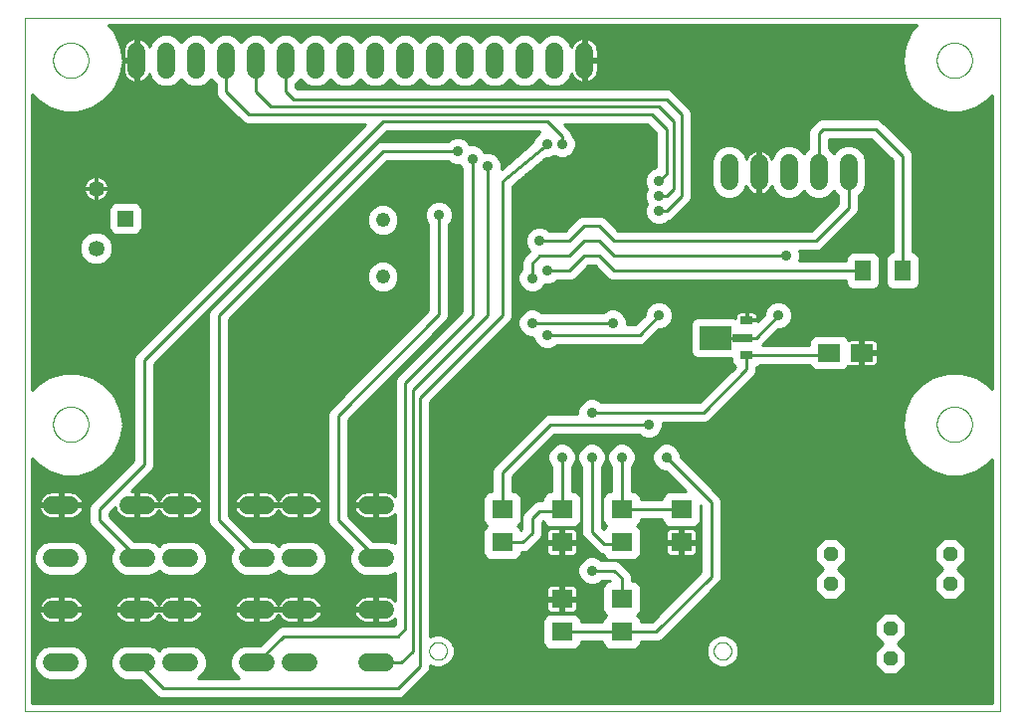
<source format=gbl>
G75*
%MOIN*%
%OFA0B0*%
%FSLAX25Y25*%
%IPPOS*%
%LPD*%
%AMOC8*
5,1,8,0,0,1.08239X$1,22.5*
%
%ADD10C,0.00000*%
%ADD11R,0.07677X0.05906*%
%ADD12OC8,0.04800*%
%ADD13R,0.05512X0.07087*%
%ADD14R,0.04331X0.02756*%
%ADD15R,0.11024X0.07874*%
%ADD16R,0.02756X0.02756*%
%ADD17C,0.06000*%
%ADD18C,0.04800*%
%ADD19R,0.07087X0.06299*%
%ADD20C,0.05315*%
%ADD21R,0.05315X0.05315*%
%ADD22C,0.01000*%
%ADD23C,0.03600*%
D10*
X0001500Y0001500D02*
X0001500Y0233783D01*
X0328272Y0233783D01*
X0328272Y0001500D01*
X0001500Y0001500D01*
X0011094Y0097500D02*
X0011096Y0097653D01*
X0011102Y0097807D01*
X0011112Y0097960D01*
X0011126Y0098112D01*
X0011144Y0098265D01*
X0011166Y0098416D01*
X0011191Y0098567D01*
X0011221Y0098718D01*
X0011255Y0098868D01*
X0011292Y0099016D01*
X0011333Y0099164D01*
X0011378Y0099310D01*
X0011427Y0099456D01*
X0011480Y0099600D01*
X0011536Y0099742D01*
X0011596Y0099883D01*
X0011660Y0100023D01*
X0011727Y0100161D01*
X0011798Y0100297D01*
X0011873Y0100431D01*
X0011950Y0100563D01*
X0012032Y0100693D01*
X0012116Y0100821D01*
X0012204Y0100947D01*
X0012295Y0101070D01*
X0012389Y0101191D01*
X0012487Y0101309D01*
X0012587Y0101425D01*
X0012691Y0101538D01*
X0012797Y0101649D01*
X0012906Y0101757D01*
X0013018Y0101862D01*
X0013132Y0101963D01*
X0013250Y0102062D01*
X0013369Y0102158D01*
X0013491Y0102251D01*
X0013616Y0102340D01*
X0013743Y0102427D01*
X0013872Y0102509D01*
X0014003Y0102589D01*
X0014136Y0102665D01*
X0014271Y0102738D01*
X0014408Y0102807D01*
X0014547Y0102872D01*
X0014687Y0102934D01*
X0014829Y0102992D01*
X0014972Y0103047D01*
X0015117Y0103098D01*
X0015263Y0103145D01*
X0015410Y0103188D01*
X0015558Y0103227D01*
X0015707Y0103263D01*
X0015857Y0103294D01*
X0016008Y0103322D01*
X0016159Y0103346D01*
X0016312Y0103366D01*
X0016464Y0103382D01*
X0016617Y0103394D01*
X0016770Y0103402D01*
X0016923Y0103406D01*
X0017077Y0103406D01*
X0017230Y0103402D01*
X0017383Y0103394D01*
X0017536Y0103382D01*
X0017688Y0103366D01*
X0017841Y0103346D01*
X0017992Y0103322D01*
X0018143Y0103294D01*
X0018293Y0103263D01*
X0018442Y0103227D01*
X0018590Y0103188D01*
X0018737Y0103145D01*
X0018883Y0103098D01*
X0019028Y0103047D01*
X0019171Y0102992D01*
X0019313Y0102934D01*
X0019453Y0102872D01*
X0019592Y0102807D01*
X0019729Y0102738D01*
X0019864Y0102665D01*
X0019997Y0102589D01*
X0020128Y0102509D01*
X0020257Y0102427D01*
X0020384Y0102340D01*
X0020509Y0102251D01*
X0020631Y0102158D01*
X0020750Y0102062D01*
X0020868Y0101963D01*
X0020982Y0101862D01*
X0021094Y0101757D01*
X0021203Y0101649D01*
X0021309Y0101538D01*
X0021413Y0101425D01*
X0021513Y0101309D01*
X0021611Y0101191D01*
X0021705Y0101070D01*
X0021796Y0100947D01*
X0021884Y0100821D01*
X0021968Y0100693D01*
X0022050Y0100563D01*
X0022127Y0100431D01*
X0022202Y0100297D01*
X0022273Y0100161D01*
X0022340Y0100023D01*
X0022404Y0099883D01*
X0022464Y0099742D01*
X0022520Y0099600D01*
X0022573Y0099456D01*
X0022622Y0099310D01*
X0022667Y0099164D01*
X0022708Y0099016D01*
X0022745Y0098868D01*
X0022779Y0098718D01*
X0022809Y0098567D01*
X0022834Y0098416D01*
X0022856Y0098265D01*
X0022874Y0098112D01*
X0022888Y0097960D01*
X0022898Y0097807D01*
X0022904Y0097653D01*
X0022906Y0097500D01*
X0022904Y0097347D01*
X0022898Y0097193D01*
X0022888Y0097040D01*
X0022874Y0096888D01*
X0022856Y0096735D01*
X0022834Y0096584D01*
X0022809Y0096433D01*
X0022779Y0096282D01*
X0022745Y0096132D01*
X0022708Y0095984D01*
X0022667Y0095836D01*
X0022622Y0095690D01*
X0022573Y0095544D01*
X0022520Y0095400D01*
X0022464Y0095258D01*
X0022404Y0095117D01*
X0022340Y0094977D01*
X0022273Y0094839D01*
X0022202Y0094703D01*
X0022127Y0094569D01*
X0022050Y0094437D01*
X0021968Y0094307D01*
X0021884Y0094179D01*
X0021796Y0094053D01*
X0021705Y0093930D01*
X0021611Y0093809D01*
X0021513Y0093691D01*
X0021413Y0093575D01*
X0021309Y0093462D01*
X0021203Y0093351D01*
X0021094Y0093243D01*
X0020982Y0093138D01*
X0020868Y0093037D01*
X0020750Y0092938D01*
X0020631Y0092842D01*
X0020509Y0092749D01*
X0020384Y0092660D01*
X0020257Y0092573D01*
X0020128Y0092491D01*
X0019997Y0092411D01*
X0019864Y0092335D01*
X0019729Y0092262D01*
X0019592Y0092193D01*
X0019453Y0092128D01*
X0019313Y0092066D01*
X0019171Y0092008D01*
X0019028Y0091953D01*
X0018883Y0091902D01*
X0018737Y0091855D01*
X0018590Y0091812D01*
X0018442Y0091773D01*
X0018293Y0091737D01*
X0018143Y0091706D01*
X0017992Y0091678D01*
X0017841Y0091654D01*
X0017688Y0091634D01*
X0017536Y0091618D01*
X0017383Y0091606D01*
X0017230Y0091598D01*
X0017077Y0091594D01*
X0016923Y0091594D01*
X0016770Y0091598D01*
X0016617Y0091606D01*
X0016464Y0091618D01*
X0016312Y0091634D01*
X0016159Y0091654D01*
X0016008Y0091678D01*
X0015857Y0091706D01*
X0015707Y0091737D01*
X0015558Y0091773D01*
X0015410Y0091812D01*
X0015263Y0091855D01*
X0015117Y0091902D01*
X0014972Y0091953D01*
X0014829Y0092008D01*
X0014687Y0092066D01*
X0014547Y0092128D01*
X0014408Y0092193D01*
X0014271Y0092262D01*
X0014136Y0092335D01*
X0014003Y0092411D01*
X0013872Y0092491D01*
X0013743Y0092573D01*
X0013616Y0092660D01*
X0013491Y0092749D01*
X0013369Y0092842D01*
X0013250Y0092938D01*
X0013132Y0093037D01*
X0013018Y0093138D01*
X0012906Y0093243D01*
X0012797Y0093351D01*
X0012691Y0093462D01*
X0012587Y0093575D01*
X0012487Y0093691D01*
X0012389Y0093809D01*
X0012295Y0093930D01*
X0012204Y0094053D01*
X0012116Y0094179D01*
X0012032Y0094307D01*
X0011950Y0094437D01*
X0011873Y0094569D01*
X0011798Y0094703D01*
X0011727Y0094839D01*
X0011660Y0094977D01*
X0011596Y0095117D01*
X0011536Y0095258D01*
X0011480Y0095400D01*
X0011427Y0095544D01*
X0011378Y0095690D01*
X0011333Y0095836D01*
X0011292Y0095984D01*
X0011255Y0096132D01*
X0011221Y0096282D01*
X0011191Y0096433D01*
X0011166Y0096584D01*
X0011144Y0096735D01*
X0011126Y0096888D01*
X0011112Y0097040D01*
X0011102Y0097193D01*
X0011096Y0097347D01*
X0011094Y0097500D01*
X0137090Y0021541D02*
X0137092Y0021649D01*
X0137098Y0021758D01*
X0137108Y0021866D01*
X0137122Y0021973D01*
X0137140Y0022080D01*
X0137161Y0022187D01*
X0137187Y0022292D01*
X0137217Y0022397D01*
X0137250Y0022500D01*
X0137287Y0022602D01*
X0137328Y0022702D01*
X0137372Y0022801D01*
X0137421Y0022899D01*
X0137472Y0022994D01*
X0137527Y0023087D01*
X0137586Y0023179D01*
X0137648Y0023268D01*
X0137713Y0023355D01*
X0137781Y0023439D01*
X0137852Y0023521D01*
X0137926Y0023600D01*
X0138003Y0023676D01*
X0138083Y0023750D01*
X0138166Y0023820D01*
X0138251Y0023888D01*
X0138338Y0023952D01*
X0138428Y0024013D01*
X0138520Y0024071D01*
X0138614Y0024125D01*
X0138710Y0024176D01*
X0138807Y0024223D01*
X0138907Y0024267D01*
X0139008Y0024307D01*
X0139110Y0024343D01*
X0139213Y0024375D01*
X0139318Y0024404D01*
X0139424Y0024428D01*
X0139530Y0024449D01*
X0139637Y0024466D01*
X0139745Y0024479D01*
X0139853Y0024488D01*
X0139962Y0024493D01*
X0140070Y0024494D01*
X0140179Y0024491D01*
X0140287Y0024484D01*
X0140395Y0024473D01*
X0140502Y0024458D01*
X0140609Y0024439D01*
X0140715Y0024416D01*
X0140820Y0024390D01*
X0140925Y0024359D01*
X0141027Y0024325D01*
X0141129Y0024287D01*
X0141229Y0024245D01*
X0141328Y0024200D01*
X0141425Y0024151D01*
X0141519Y0024098D01*
X0141612Y0024042D01*
X0141703Y0023983D01*
X0141792Y0023920D01*
X0141878Y0023855D01*
X0141962Y0023786D01*
X0142043Y0023714D01*
X0142121Y0023639D01*
X0142197Y0023561D01*
X0142270Y0023480D01*
X0142340Y0023397D01*
X0142406Y0023312D01*
X0142470Y0023224D01*
X0142530Y0023133D01*
X0142587Y0023041D01*
X0142640Y0022946D01*
X0142690Y0022850D01*
X0142736Y0022752D01*
X0142779Y0022652D01*
X0142818Y0022551D01*
X0142853Y0022448D01*
X0142885Y0022345D01*
X0142912Y0022240D01*
X0142936Y0022134D01*
X0142956Y0022027D01*
X0142972Y0021920D01*
X0142984Y0021812D01*
X0142992Y0021704D01*
X0142996Y0021595D01*
X0142996Y0021487D01*
X0142992Y0021378D01*
X0142984Y0021270D01*
X0142972Y0021162D01*
X0142956Y0021055D01*
X0142936Y0020948D01*
X0142912Y0020842D01*
X0142885Y0020737D01*
X0142853Y0020634D01*
X0142818Y0020531D01*
X0142779Y0020430D01*
X0142736Y0020330D01*
X0142690Y0020232D01*
X0142640Y0020136D01*
X0142587Y0020041D01*
X0142530Y0019949D01*
X0142470Y0019858D01*
X0142406Y0019770D01*
X0142340Y0019685D01*
X0142270Y0019602D01*
X0142197Y0019521D01*
X0142121Y0019443D01*
X0142043Y0019368D01*
X0141962Y0019296D01*
X0141878Y0019227D01*
X0141792Y0019162D01*
X0141703Y0019099D01*
X0141612Y0019040D01*
X0141520Y0018984D01*
X0141425Y0018931D01*
X0141328Y0018882D01*
X0141229Y0018837D01*
X0141129Y0018795D01*
X0141027Y0018757D01*
X0140925Y0018723D01*
X0140820Y0018692D01*
X0140715Y0018666D01*
X0140609Y0018643D01*
X0140502Y0018624D01*
X0140395Y0018609D01*
X0140287Y0018598D01*
X0140179Y0018591D01*
X0140070Y0018588D01*
X0139962Y0018589D01*
X0139853Y0018594D01*
X0139745Y0018603D01*
X0139637Y0018616D01*
X0139530Y0018633D01*
X0139424Y0018654D01*
X0139318Y0018678D01*
X0139213Y0018707D01*
X0139110Y0018739D01*
X0139008Y0018775D01*
X0138907Y0018815D01*
X0138807Y0018859D01*
X0138710Y0018906D01*
X0138614Y0018957D01*
X0138520Y0019011D01*
X0138428Y0019069D01*
X0138338Y0019130D01*
X0138251Y0019194D01*
X0138166Y0019262D01*
X0138083Y0019332D01*
X0138003Y0019406D01*
X0137926Y0019482D01*
X0137852Y0019561D01*
X0137781Y0019643D01*
X0137713Y0019727D01*
X0137648Y0019814D01*
X0137586Y0019903D01*
X0137527Y0019995D01*
X0137472Y0020088D01*
X0137421Y0020183D01*
X0137372Y0020281D01*
X0137328Y0020380D01*
X0137287Y0020480D01*
X0137250Y0020582D01*
X0137217Y0020685D01*
X0137187Y0020790D01*
X0137161Y0020895D01*
X0137140Y0021002D01*
X0137122Y0021109D01*
X0137108Y0021216D01*
X0137098Y0021324D01*
X0137092Y0021433D01*
X0137090Y0021541D01*
X0232366Y0021541D02*
X0232368Y0021649D01*
X0232374Y0021758D01*
X0232384Y0021866D01*
X0232398Y0021973D01*
X0232416Y0022080D01*
X0232437Y0022187D01*
X0232463Y0022292D01*
X0232493Y0022397D01*
X0232526Y0022500D01*
X0232563Y0022602D01*
X0232604Y0022702D01*
X0232648Y0022801D01*
X0232697Y0022899D01*
X0232748Y0022994D01*
X0232803Y0023087D01*
X0232862Y0023179D01*
X0232924Y0023268D01*
X0232989Y0023355D01*
X0233057Y0023439D01*
X0233128Y0023521D01*
X0233202Y0023600D01*
X0233279Y0023676D01*
X0233359Y0023750D01*
X0233442Y0023820D01*
X0233527Y0023888D01*
X0233614Y0023952D01*
X0233704Y0024013D01*
X0233796Y0024071D01*
X0233890Y0024125D01*
X0233986Y0024176D01*
X0234083Y0024223D01*
X0234183Y0024267D01*
X0234284Y0024307D01*
X0234386Y0024343D01*
X0234489Y0024375D01*
X0234594Y0024404D01*
X0234700Y0024428D01*
X0234806Y0024449D01*
X0234913Y0024466D01*
X0235021Y0024479D01*
X0235129Y0024488D01*
X0235238Y0024493D01*
X0235346Y0024494D01*
X0235455Y0024491D01*
X0235563Y0024484D01*
X0235671Y0024473D01*
X0235778Y0024458D01*
X0235885Y0024439D01*
X0235991Y0024416D01*
X0236096Y0024390D01*
X0236201Y0024359D01*
X0236303Y0024325D01*
X0236405Y0024287D01*
X0236505Y0024245D01*
X0236604Y0024200D01*
X0236701Y0024151D01*
X0236795Y0024098D01*
X0236888Y0024042D01*
X0236979Y0023983D01*
X0237068Y0023920D01*
X0237154Y0023855D01*
X0237238Y0023786D01*
X0237319Y0023714D01*
X0237397Y0023639D01*
X0237473Y0023561D01*
X0237546Y0023480D01*
X0237616Y0023397D01*
X0237682Y0023312D01*
X0237746Y0023224D01*
X0237806Y0023133D01*
X0237863Y0023041D01*
X0237916Y0022946D01*
X0237966Y0022850D01*
X0238012Y0022752D01*
X0238055Y0022652D01*
X0238094Y0022551D01*
X0238129Y0022448D01*
X0238161Y0022345D01*
X0238188Y0022240D01*
X0238212Y0022134D01*
X0238232Y0022027D01*
X0238248Y0021920D01*
X0238260Y0021812D01*
X0238268Y0021704D01*
X0238272Y0021595D01*
X0238272Y0021487D01*
X0238268Y0021378D01*
X0238260Y0021270D01*
X0238248Y0021162D01*
X0238232Y0021055D01*
X0238212Y0020948D01*
X0238188Y0020842D01*
X0238161Y0020737D01*
X0238129Y0020634D01*
X0238094Y0020531D01*
X0238055Y0020430D01*
X0238012Y0020330D01*
X0237966Y0020232D01*
X0237916Y0020136D01*
X0237863Y0020041D01*
X0237806Y0019949D01*
X0237746Y0019858D01*
X0237682Y0019770D01*
X0237616Y0019685D01*
X0237546Y0019602D01*
X0237473Y0019521D01*
X0237397Y0019443D01*
X0237319Y0019368D01*
X0237238Y0019296D01*
X0237154Y0019227D01*
X0237068Y0019162D01*
X0236979Y0019099D01*
X0236888Y0019040D01*
X0236796Y0018984D01*
X0236701Y0018931D01*
X0236604Y0018882D01*
X0236505Y0018837D01*
X0236405Y0018795D01*
X0236303Y0018757D01*
X0236201Y0018723D01*
X0236096Y0018692D01*
X0235991Y0018666D01*
X0235885Y0018643D01*
X0235778Y0018624D01*
X0235671Y0018609D01*
X0235563Y0018598D01*
X0235455Y0018591D01*
X0235346Y0018588D01*
X0235238Y0018589D01*
X0235129Y0018594D01*
X0235021Y0018603D01*
X0234913Y0018616D01*
X0234806Y0018633D01*
X0234700Y0018654D01*
X0234594Y0018678D01*
X0234489Y0018707D01*
X0234386Y0018739D01*
X0234284Y0018775D01*
X0234183Y0018815D01*
X0234083Y0018859D01*
X0233986Y0018906D01*
X0233890Y0018957D01*
X0233796Y0019011D01*
X0233704Y0019069D01*
X0233614Y0019130D01*
X0233527Y0019194D01*
X0233442Y0019262D01*
X0233359Y0019332D01*
X0233279Y0019406D01*
X0233202Y0019482D01*
X0233128Y0019561D01*
X0233057Y0019643D01*
X0232989Y0019727D01*
X0232924Y0019814D01*
X0232862Y0019903D01*
X0232803Y0019995D01*
X0232748Y0020088D01*
X0232697Y0020183D01*
X0232648Y0020281D01*
X0232604Y0020380D01*
X0232563Y0020480D01*
X0232526Y0020582D01*
X0232493Y0020685D01*
X0232463Y0020790D01*
X0232437Y0020895D01*
X0232416Y0021002D01*
X0232398Y0021109D01*
X0232384Y0021216D01*
X0232374Y0021324D01*
X0232368Y0021433D01*
X0232366Y0021541D01*
X0307094Y0097500D02*
X0307096Y0097653D01*
X0307102Y0097807D01*
X0307112Y0097960D01*
X0307126Y0098112D01*
X0307144Y0098265D01*
X0307166Y0098416D01*
X0307191Y0098567D01*
X0307221Y0098718D01*
X0307255Y0098868D01*
X0307292Y0099016D01*
X0307333Y0099164D01*
X0307378Y0099310D01*
X0307427Y0099456D01*
X0307480Y0099600D01*
X0307536Y0099742D01*
X0307596Y0099883D01*
X0307660Y0100023D01*
X0307727Y0100161D01*
X0307798Y0100297D01*
X0307873Y0100431D01*
X0307950Y0100563D01*
X0308032Y0100693D01*
X0308116Y0100821D01*
X0308204Y0100947D01*
X0308295Y0101070D01*
X0308389Y0101191D01*
X0308487Y0101309D01*
X0308587Y0101425D01*
X0308691Y0101538D01*
X0308797Y0101649D01*
X0308906Y0101757D01*
X0309018Y0101862D01*
X0309132Y0101963D01*
X0309250Y0102062D01*
X0309369Y0102158D01*
X0309491Y0102251D01*
X0309616Y0102340D01*
X0309743Y0102427D01*
X0309872Y0102509D01*
X0310003Y0102589D01*
X0310136Y0102665D01*
X0310271Y0102738D01*
X0310408Y0102807D01*
X0310547Y0102872D01*
X0310687Y0102934D01*
X0310829Y0102992D01*
X0310972Y0103047D01*
X0311117Y0103098D01*
X0311263Y0103145D01*
X0311410Y0103188D01*
X0311558Y0103227D01*
X0311707Y0103263D01*
X0311857Y0103294D01*
X0312008Y0103322D01*
X0312159Y0103346D01*
X0312312Y0103366D01*
X0312464Y0103382D01*
X0312617Y0103394D01*
X0312770Y0103402D01*
X0312923Y0103406D01*
X0313077Y0103406D01*
X0313230Y0103402D01*
X0313383Y0103394D01*
X0313536Y0103382D01*
X0313688Y0103366D01*
X0313841Y0103346D01*
X0313992Y0103322D01*
X0314143Y0103294D01*
X0314293Y0103263D01*
X0314442Y0103227D01*
X0314590Y0103188D01*
X0314737Y0103145D01*
X0314883Y0103098D01*
X0315028Y0103047D01*
X0315171Y0102992D01*
X0315313Y0102934D01*
X0315453Y0102872D01*
X0315592Y0102807D01*
X0315729Y0102738D01*
X0315864Y0102665D01*
X0315997Y0102589D01*
X0316128Y0102509D01*
X0316257Y0102427D01*
X0316384Y0102340D01*
X0316509Y0102251D01*
X0316631Y0102158D01*
X0316750Y0102062D01*
X0316868Y0101963D01*
X0316982Y0101862D01*
X0317094Y0101757D01*
X0317203Y0101649D01*
X0317309Y0101538D01*
X0317413Y0101425D01*
X0317513Y0101309D01*
X0317611Y0101191D01*
X0317705Y0101070D01*
X0317796Y0100947D01*
X0317884Y0100821D01*
X0317968Y0100693D01*
X0318050Y0100563D01*
X0318127Y0100431D01*
X0318202Y0100297D01*
X0318273Y0100161D01*
X0318340Y0100023D01*
X0318404Y0099883D01*
X0318464Y0099742D01*
X0318520Y0099600D01*
X0318573Y0099456D01*
X0318622Y0099310D01*
X0318667Y0099164D01*
X0318708Y0099016D01*
X0318745Y0098868D01*
X0318779Y0098718D01*
X0318809Y0098567D01*
X0318834Y0098416D01*
X0318856Y0098265D01*
X0318874Y0098112D01*
X0318888Y0097960D01*
X0318898Y0097807D01*
X0318904Y0097653D01*
X0318906Y0097500D01*
X0318904Y0097347D01*
X0318898Y0097193D01*
X0318888Y0097040D01*
X0318874Y0096888D01*
X0318856Y0096735D01*
X0318834Y0096584D01*
X0318809Y0096433D01*
X0318779Y0096282D01*
X0318745Y0096132D01*
X0318708Y0095984D01*
X0318667Y0095836D01*
X0318622Y0095690D01*
X0318573Y0095544D01*
X0318520Y0095400D01*
X0318464Y0095258D01*
X0318404Y0095117D01*
X0318340Y0094977D01*
X0318273Y0094839D01*
X0318202Y0094703D01*
X0318127Y0094569D01*
X0318050Y0094437D01*
X0317968Y0094307D01*
X0317884Y0094179D01*
X0317796Y0094053D01*
X0317705Y0093930D01*
X0317611Y0093809D01*
X0317513Y0093691D01*
X0317413Y0093575D01*
X0317309Y0093462D01*
X0317203Y0093351D01*
X0317094Y0093243D01*
X0316982Y0093138D01*
X0316868Y0093037D01*
X0316750Y0092938D01*
X0316631Y0092842D01*
X0316509Y0092749D01*
X0316384Y0092660D01*
X0316257Y0092573D01*
X0316128Y0092491D01*
X0315997Y0092411D01*
X0315864Y0092335D01*
X0315729Y0092262D01*
X0315592Y0092193D01*
X0315453Y0092128D01*
X0315313Y0092066D01*
X0315171Y0092008D01*
X0315028Y0091953D01*
X0314883Y0091902D01*
X0314737Y0091855D01*
X0314590Y0091812D01*
X0314442Y0091773D01*
X0314293Y0091737D01*
X0314143Y0091706D01*
X0313992Y0091678D01*
X0313841Y0091654D01*
X0313688Y0091634D01*
X0313536Y0091618D01*
X0313383Y0091606D01*
X0313230Y0091598D01*
X0313077Y0091594D01*
X0312923Y0091594D01*
X0312770Y0091598D01*
X0312617Y0091606D01*
X0312464Y0091618D01*
X0312312Y0091634D01*
X0312159Y0091654D01*
X0312008Y0091678D01*
X0311857Y0091706D01*
X0311707Y0091737D01*
X0311558Y0091773D01*
X0311410Y0091812D01*
X0311263Y0091855D01*
X0311117Y0091902D01*
X0310972Y0091953D01*
X0310829Y0092008D01*
X0310687Y0092066D01*
X0310547Y0092128D01*
X0310408Y0092193D01*
X0310271Y0092262D01*
X0310136Y0092335D01*
X0310003Y0092411D01*
X0309872Y0092491D01*
X0309743Y0092573D01*
X0309616Y0092660D01*
X0309491Y0092749D01*
X0309369Y0092842D01*
X0309250Y0092938D01*
X0309132Y0093037D01*
X0309018Y0093138D01*
X0308906Y0093243D01*
X0308797Y0093351D01*
X0308691Y0093462D01*
X0308587Y0093575D01*
X0308487Y0093691D01*
X0308389Y0093809D01*
X0308295Y0093930D01*
X0308204Y0094053D01*
X0308116Y0094179D01*
X0308032Y0094307D01*
X0307950Y0094437D01*
X0307873Y0094569D01*
X0307798Y0094703D01*
X0307727Y0094839D01*
X0307660Y0094977D01*
X0307596Y0095117D01*
X0307536Y0095258D01*
X0307480Y0095400D01*
X0307427Y0095544D01*
X0307378Y0095690D01*
X0307333Y0095836D01*
X0307292Y0095984D01*
X0307255Y0096132D01*
X0307221Y0096282D01*
X0307191Y0096433D01*
X0307166Y0096584D01*
X0307144Y0096735D01*
X0307126Y0096888D01*
X0307112Y0097040D01*
X0307102Y0097193D01*
X0307096Y0097347D01*
X0307094Y0097500D01*
X0307094Y0219500D02*
X0307096Y0219653D01*
X0307102Y0219807D01*
X0307112Y0219960D01*
X0307126Y0220112D01*
X0307144Y0220265D01*
X0307166Y0220416D01*
X0307191Y0220567D01*
X0307221Y0220718D01*
X0307255Y0220868D01*
X0307292Y0221016D01*
X0307333Y0221164D01*
X0307378Y0221310D01*
X0307427Y0221456D01*
X0307480Y0221600D01*
X0307536Y0221742D01*
X0307596Y0221883D01*
X0307660Y0222023D01*
X0307727Y0222161D01*
X0307798Y0222297D01*
X0307873Y0222431D01*
X0307950Y0222563D01*
X0308032Y0222693D01*
X0308116Y0222821D01*
X0308204Y0222947D01*
X0308295Y0223070D01*
X0308389Y0223191D01*
X0308487Y0223309D01*
X0308587Y0223425D01*
X0308691Y0223538D01*
X0308797Y0223649D01*
X0308906Y0223757D01*
X0309018Y0223862D01*
X0309132Y0223963D01*
X0309250Y0224062D01*
X0309369Y0224158D01*
X0309491Y0224251D01*
X0309616Y0224340D01*
X0309743Y0224427D01*
X0309872Y0224509D01*
X0310003Y0224589D01*
X0310136Y0224665D01*
X0310271Y0224738D01*
X0310408Y0224807D01*
X0310547Y0224872D01*
X0310687Y0224934D01*
X0310829Y0224992D01*
X0310972Y0225047D01*
X0311117Y0225098D01*
X0311263Y0225145D01*
X0311410Y0225188D01*
X0311558Y0225227D01*
X0311707Y0225263D01*
X0311857Y0225294D01*
X0312008Y0225322D01*
X0312159Y0225346D01*
X0312312Y0225366D01*
X0312464Y0225382D01*
X0312617Y0225394D01*
X0312770Y0225402D01*
X0312923Y0225406D01*
X0313077Y0225406D01*
X0313230Y0225402D01*
X0313383Y0225394D01*
X0313536Y0225382D01*
X0313688Y0225366D01*
X0313841Y0225346D01*
X0313992Y0225322D01*
X0314143Y0225294D01*
X0314293Y0225263D01*
X0314442Y0225227D01*
X0314590Y0225188D01*
X0314737Y0225145D01*
X0314883Y0225098D01*
X0315028Y0225047D01*
X0315171Y0224992D01*
X0315313Y0224934D01*
X0315453Y0224872D01*
X0315592Y0224807D01*
X0315729Y0224738D01*
X0315864Y0224665D01*
X0315997Y0224589D01*
X0316128Y0224509D01*
X0316257Y0224427D01*
X0316384Y0224340D01*
X0316509Y0224251D01*
X0316631Y0224158D01*
X0316750Y0224062D01*
X0316868Y0223963D01*
X0316982Y0223862D01*
X0317094Y0223757D01*
X0317203Y0223649D01*
X0317309Y0223538D01*
X0317413Y0223425D01*
X0317513Y0223309D01*
X0317611Y0223191D01*
X0317705Y0223070D01*
X0317796Y0222947D01*
X0317884Y0222821D01*
X0317968Y0222693D01*
X0318050Y0222563D01*
X0318127Y0222431D01*
X0318202Y0222297D01*
X0318273Y0222161D01*
X0318340Y0222023D01*
X0318404Y0221883D01*
X0318464Y0221742D01*
X0318520Y0221600D01*
X0318573Y0221456D01*
X0318622Y0221310D01*
X0318667Y0221164D01*
X0318708Y0221016D01*
X0318745Y0220868D01*
X0318779Y0220718D01*
X0318809Y0220567D01*
X0318834Y0220416D01*
X0318856Y0220265D01*
X0318874Y0220112D01*
X0318888Y0219960D01*
X0318898Y0219807D01*
X0318904Y0219653D01*
X0318906Y0219500D01*
X0318904Y0219347D01*
X0318898Y0219193D01*
X0318888Y0219040D01*
X0318874Y0218888D01*
X0318856Y0218735D01*
X0318834Y0218584D01*
X0318809Y0218433D01*
X0318779Y0218282D01*
X0318745Y0218132D01*
X0318708Y0217984D01*
X0318667Y0217836D01*
X0318622Y0217690D01*
X0318573Y0217544D01*
X0318520Y0217400D01*
X0318464Y0217258D01*
X0318404Y0217117D01*
X0318340Y0216977D01*
X0318273Y0216839D01*
X0318202Y0216703D01*
X0318127Y0216569D01*
X0318050Y0216437D01*
X0317968Y0216307D01*
X0317884Y0216179D01*
X0317796Y0216053D01*
X0317705Y0215930D01*
X0317611Y0215809D01*
X0317513Y0215691D01*
X0317413Y0215575D01*
X0317309Y0215462D01*
X0317203Y0215351D01*
X0317094Y0215243D01*
X0316982Y0215138D01*
X0316868Y0215037D01*
X0316750Y0214938D01*
X0316631Y0214842D01*
X0316509Y0214749D01*
X0316384Y0214660D01*
X0316257Y0214573D01*
X0316128Y0214491D01*
X0315997Y0214411D01*
X0315864Y0214335D01*
X0315729Y0214262D01*
X0315592Y0214193D01*
X0315453Y0214128D01*
X0315313Y0214066D01*
X0315171Y0214008D01*
X0315028Y0213953D01*
X0314883Y0213902D01*
X0314737Y0213855D01*
X0314590Y0213812D01*
X0314442Y0213773D01*
X0314293Y0213737D01*
X0314143Y0213706D01*
X0313992Y0213678D01*
X0313841Y0213654D01*
X0313688Y0213634D01*
X0313536Y0213618D01*
X0313383Y0213606D01*
X0313230Y0213598D01*
X0313077Y0213594D01*
X0312923Y0213594D01*
X0312770Y0213598D01*
X0312617Y0213606D01*
X0312464Y0213618D01*
X0312312Y0213634D01*
X0312159Y0213654D01*
X0312008Y0213678D01*
X0311857Y0213706D01*
X0311707Y0213737D01*
X0311558Y0213773D01*
X0311410Y0213812D01*
X0311263Y0213855D01*
X0311117Y0213902D01*
X0310972Y0213953D01*
X0310829Y0214008D01*
X0310687Y0214066D01*
X0310547Y0214128D01*
X0310408Y0214193D01*
X0310271Y0214262D01*
X0310136Y0214335D01*
X0310003Y0214411D01*
X0309872Y0214491D01*
X0309743Y0214573D01*
X0309616Y0214660D01*
X0309491Y0214749D01*
X0309369Y0214842D01*
X0309250Y0214938D01*
X0309132Y0215037D01*
X0309018Y0215138D01*
X0308906Y0215243D01*
X0308797Y0215351D01*
X0308691Y0215462D01*
X0308587Y0215575D01*
X0308487Y0215691D01*
X0308389Y0215809D01*
X0308295Y0215930D01*
X0308204Y0216053D01*
X0308116Y0216179D01*
X0308032Y0216307D01*
X0307950Y0216437D01*
X0307873Y0216569D01*
X0307798Y0216703D01*
X0307727Y0216839D01*
X0307660Y0216977D01*
X0307596Y0217117D01*
X0307536Y0217258D01*
X0307480Y0217400D01*
X0307427Y0217544D01*
X0307378Y0217690D01*
X0307333Y0217836D01*
X0307292Y0217984D01*
X0307255Y0218132D01*
X0307221Y0218282D01*
X0307191Y0218433D01*
X0307166Y0218584D01*
X0307144Y0218735D01*
X0307126Y0218888D01*
X0307112Y0219040D01*
X0307102Y0219193D01*
X0307096Y0219347D01*
X0307094Y0219500D01*
X0011094Y0219500D02*
X0011096Y0219653D01*
X0011102Y0219807D01*
X0011112Y0219960D01*
X0011126Y0220112D01*
X0011144Y0220265D01*
X0011166Y0220416D01*
X0011191Y0220567D01*
X0011221Y0220718D01*
X0011255Y0220868D01*
X0011292Y0221016D01*
X0011333Y0221164D01*
X0011378Y0221310D01*
X0011427Y0221456D01*
X0011480Y0221600D01*
X0011536Y0221742D01*
X0011596Y0221883D01*
X0011660Y0222023D01*
X0011727Y0222161D01*
X0011798Y0222297D01*
X0011873Y0222431D01*
X0011950Y0222563D01*
X0012032Y0222693D01*
X0012116Y0222821D01*
X0012204Y0222947D01*
X0012295Y0223070D01*
X0012389Y0223191D01*
X0012487Y0223309D01*
X0012587Y0223425D01*
X0012691Y0223538D01*
X0012797Y0223649D01*
X0012906Y0223757D01*
X0013018Y0223862D01*
X0013132Y0223963D01*
X0013250Y0224062D01*
X0013369Y0224158D01*
X0013491Y0224251D01*
X0013616Y0224340D01*
X0013743Y0224427D01*
X0013872Y0224509D01*
X0014003Y0224589D01*
X0014136Y0224665D01*
X0014271Y0224738D01*
X0014408Y0224807D01*
X0014547Y0224872D01*
X0014687Y0224934D01*
X0014829Y0224992D01*
X0014972Y0225047D01*
X0015117Y0225098D01*
X0015263Y0225145D01*
X0015410Y0225188D01*
X0015558Y0225227D01*
X0015707Y0225263D01*
X0015857Y0225294D01*
X0016008Y0225322D01*
X0016159Y0225346D01*
X0016312Y0225366D01*
X0016464Y0225382D01*
X0016617Y0225394D01*
X0016770Y0225402D01*
X0016923Y0225406D01*
X0017077Y0225406D01*
X0017230Y0225402D01*
X0017383Y0225394D01*
X0017536Y0225382D01*
X0017688Y0225366D01*
X0017841Y0225346D01*
X0017992Y0225322D01*
X0018143Y0225294D01*
X0018293Y0225263D01*
X0018442Y0225227D01*
X0018590Y0225188D01*
X0018737Y0225145D01*
X0018883Y0225098D01*
X0019028Y0225047D01*
X0019171Y0224992D01*
X0019313Y0224934D01*
X0019453Y0224872D01*
X0019592Y0224807D01*
X0019729Y0224738D01*
X0019864Y0224665D01*
X0019997Y0224589D01*
X0020128Y0224509D01*
X0020257Y0224427D01*
X0020384Y0224340D01*
X0020509Y0224251D01*
X0020631Y0224158D01*
X0020750Y0224062D01*
X0020868Y0223963D01*
X0020982Y0223862D01*
X0021094Y0223757D01*
X0021203Y0223649D01*
X0021309Y0223538D01*
X0021413Y0223425D01*
X0021513Y0223309D01*
X0021611Y0223191D01*
X0021705Y0223070D01*
X0021796Y0222947D01*
X0021884Y0222821D01*
X0021968Y0222693D01*
X0022050Y0222563D01*
X0022127Y0222431D01*
X0022202Y0222297D01*
X0022273Y0222161D01*
X0022340Y0222023D01*
X0022404Y0221883D01*
X0022464Y0221742D01*
X0022520Y0221600D01*
X0022573Y0221456D01*
X0022622Y0221310D01*
X0022667Y0221164D01*
X0022708Y0221016D01*
X0022745Y0220868D01*
X0022779Y0220718D01*
X0022809Y0220567D01*
X0022834Y0220416D01*
X0022856Y0220265D01*
X0022874Y0220112D01*
X0022888Y0219960D01*
X0022898Y0219807D01*
X0022904Y0219653D01*
X0022906Y0219500D01*
X0022904Y0219347D01*
X0022898Y0219193D01*
X0022888Y0219040D01*
X0022874Y0218888D01*
X0022856Y0218735D01*
X0022834Y0218584D01*
X0022809Y0218433D01*
X0022779Y0218282D01*
X0022745Y0218132D01*
X0022708Y0217984D01*
X0022667Y0217836D01*
X0022622Y0217690D01*
X0022573Y0217544D01*
X0022520Y0217400D01*
X0022464Y0217258D01*
X0022404Y0217117D01*
X0022340Y0216977D01*
X0022273Y0216839D01*
X0022202Y0216703D01*
X0022127Y0216569D01*
X0022050Y0216437D01*
X0021968Y0216307D01*
X0021884Y0216179D01*
X0021796Y0216053D01*
X0021705Y0215930D01*
X0021611Y0215809D01*
X0021513Y0215691D01*
X0021413Y0215575D01*
X0021309Y0215462D01*
X0021203Y0215351D01*
X0021094Y0215243D01*
X0020982Y0215138D01*
X0020868Y0215037D01*
X0020750Y0214938D01*
X0020631Y0214842D01*
X0020509Y0214749D01*
X0020384Y0214660D01*
X0020257Y0214573D01*
X0020128Y0214491D01*
X0019997Y0214411D01*
X0019864Y0214335D01*
X0019729Y0214262D01*
X0019592Y0214193D01*
X0019453Y0214128D01*
X0019313Y0214066D01*
X0019171Y0214008D01*
X0019028Y0213953D01*
X0018883Y0213902D01*
X0018737Y0213855D01*
X0018590Y0213812D01*
X0018442Y0213773D01*
X0018293Y0213737D01*
X0018143Y0213706D01*
X0017992Y0213678D01*
X0017841Y0213654D01*
X0017688Y0213634D01*
X0017536Y0213618D01*
X0017383Y0213606D01*
X0017230Y0213598D01*
X0017077Y0213594D01*
X0016923Y0213594D01*
X0016770Y0213598D01*
X0016617Y0213606D01*
X0016464Y0213618D01*
X0016312Y0213634D01*
X0016159Y0213654D01*
X0016008Y0213678D01*
X0015857Y0213706D01*
X0015707Y0213737D01*
X0015558Y0213773D01*
X0015410Y0213812D01*
X0015263Y0213855D01*
X0015117Y0213902D01*
X0014972Y0213953D01*
X0014829Y0214008D01*
X0014687Y0214066D01*
X0014547Y0214128D01*
X0014408Y0214193D01*
X0014271Y0214262D01*
X0014136Y0214335D01*
X0014003Y0214411D01*
X0013872Y0214491D01*
X0013743Y0214573D01*
X0013616Y0214660D01*
X0013491Y0214749D01*
X0013369Y0214842D01*
X0013250Y0214938D01*
X0013132Y0215037D01*
X0013018Y0215138D01*
X0012906Y0215243D01*
X0012797Y0215351D01*
X0012691Y0215462D01*
X0012587Y0215575D01*
X0012487Y0215691D01*
X0012389Y0215809D01*
X0012295Y0215930D01*
X0012204Y0216053D01*
X0012116Y0216179D01*
X0012032Y0216307D01*
X0011950Y0216437D01*
X0011873Y0216569D01*
X0011798Y0216703D01*
X0011727Y0216839D01*
X0011660Y0216977D01*
X0011596Y0217117D01*
X0011536Y0217258D01*
X0011480Y0217400D01*
X0011427Y0217544D01*
X0011378Y0217690D01*
X0011333Y0217836D01*
X0011292Y0217984D01*
X0011255Y0218132D01*
X0011221Y0218282D01*
X0011191Y0218433D01*
X0011166Y0218584D01*
X0011144Y0218735D01*
X0011126Y0218888D01*
X0011112Y0219040D01*
X0011102Y0219193D01*
X0011096Y0219347D01*
X0011094Y0219500D01*
D11*
X0271087Y0121500D03*
X0281913Y0121500D03*
D12*
X0271500Y0054000D03*
X0271500Y0044000D03*
X0291500Y0029000D03*
X0291500Y0019000D03*
X0311500Y0044000D03*
X0311500Y0054000D03*
D13*
X0295693Y0149000D03*
X0282307Y0149000D03*
D14*
X0243390Y0132406D03*
X0243390Y0126500D03*
X0243390Y0120594D03*
D15*
X0232957Y0126500D03*
D16*
X0239846Y0126500D03*
D17*
X0237500Y0179000D02*
X0237500Y0185000D01*
X0247500Y0185000D02*
X0247500Y0179000D01*
X0257500Y0179000D02*
X0257500Y0185000D01*
X0267500Y0185000D02*
X0267500Y0179000D01*
X0277500Y0179000D02*
X0277500Y0185000D01*
X0189000Y0216500D02*
X0189000Y0222500D01*
X0179000Y0222500D02*
X0179000Y0216500D01*
X0169000Y0216500D02*
X0169000Y0222500D01*
X0159000Y0222500D02*
X0159000Y0216500D01*
X0149000Y0216500D02*
X0149000Y0222500D01*
X0139000Y0222500D02*
X0139000Y0216500D01*
X0129000Y0216500D02*
X0129000Y0222500D01*
X0119000Y0222500D02*
X0119000Y0216500D01*
X0109000Y0216500D02*
X0109000Y0222500D01*
X0099000Y0222500D02*
X0099000Y0216500D01*
X0089000Y0216500D02*
X0089000Y0222500D01*
X0079000Y0222500D02*
X0079000Y0216500D01*
X0069000Y0216500D02*
X0069000Y0222500D01*
X0059000Y0222500D02*
X0059000Y0216500D01*
X0049000Y0216500D02*
X0049000Y0222500D01*
X0039000Y0222500D02*
X0039000Y0216500D01*
X0036300Y0070400D02*
X0042300Y0070400D01*
X0050700Y0070400D02*
X0056700Y0070400D01*
X0076300Y0070400D02*
X0082300Y0070400D01*
X0090700Y0070400D02*
X0096700Y0070400D01*
X0116300Y0070400D02*
X0122300Y0070400D01*
X0122300Y0052600D02*
X0116300Y0052600D01*
X0096700Y0052600D02*
X0090700Y0052600D01*
X0082300Y0052600D02*
X0076300Y0052600D01*
X0056700Y0052600D02*
X0050700Y0052600D01*
X0042300Y0052600D02*
X0036300Y0052600D01*
X0016700Y0052600D02*
X0010700Y0052600D01*
X0010700Y0070400D02*
X0016700Y0070400D01*
X0016700Y0035400D02*
X0010700Y0035400D01*
X0010700Y0017600D02*
X0016700Y0017600D01*
X0036300Y0017600D02*
X0042300Y0017600D01*
X0050700Y0017600D02*
X0056700Y0017600D01*
X0076300Y0017600D02*
X0082300Y0017600D01*
X0090700Y0017600D02*
X0096700Y0017600D01*
X0116300Y0017600D02*
X0122300Y0017600D01*
X0122300Y0035400D02*
X0116300Y0035400D01*
X0096700Y0035400D02*
X0090700Y0035400D01*
X0082300Y0035400D02*
X0076300Y0035400D01*
X0056700Y0035400D02*
X0050700Y0035400D01*
X0042300Y0035400D02*
X0036300Y0035400D01*
D18*
X0121500Y0147000D03*
X0121500Y0166000D03*
D19*
X0161500Y0069012D03*
X0161500Y0057988D03*
X0181500Y0057988D03*
X0181500Y0069012D03*
X0201500Y0069012D03*
X0201500Y0057988D03*
X0221500Y0057988D03*
X0221500Y0069012D03*
X0201500Y0039012D03*
X0201500Y0027988D03*
X0181500Y0027988D03*
X0181500Y0039012D03*
D20*
X0025516Y0156500D03*
X0025516Y0176500D03*
D21*
X0035358Y0166500D03*
D22*
X0030014Y0170248D02*
X0004000Y0170248D01*
X0004000Y0169250D02*
X0029801Y0169250D01*
X0029801Y0169734D02*
X0029801Y0163266D01*
X0030242Y0162200D01*
X0031058Y0161384D01*
X0032124Y0160943D01*
X0038593Y0160943D01*
X0039658Y0161384D01*
X0040474Y0162200D01*
X0040916Y0163266D01*
X0040916Y0169734D01*
X0040474Y0170800D01*
X0039658Y0171616D01*
X0038593Y0172057D01*
X0032124Y0172057D01*
X0031058Y0171616D01*
X0030242Y0170800D01*
X0029801Y0169734D01*
X0029801Y0168251D02*
X0004000Y0168251D01*
X0004000Y0167253D02*
X0029801Y0167253D01*
X0029801Y0166254D02*
X0004000Y0166254D01*
X0004000Y0165256D02*
X0029801Y0165256D01*
X0029801Y0164257D02*
X0004000Y0164257D01*
X0004000Y0163259D02*
X0029804Y0163259D01*
X0030217Y0162260D02*
X0004000Y0162260D01*
X0004000Y0161262D02*
X0022489Y0161262D01*
X0022368Y0161211D02*
X0020804Y0159648D01*
X0019958Y0157605D01*
X0019958Y0155395D01*
X0020804Y0153352D01*
X0022368Y0151789D01*
X0024410Y0150943D01*
X0026621Y0150943D01*
X0028664Y0151789D01*
X0030227Y0153352D01*
X0031073Y0155395D01*
X0031073Y0157605D01*
X0030227Y0159648D01*
X0028664Y0161211D01*
X0026621Y0162057D01*
X0024410Y0162057D01*
X0022368Y0161211D01*
X0021420Y0160263D02*
X0004000Y0160263D01*
X0004000Y0159265D02*
X0020646Y0159265D01*
X0020232Y0158266D02*
X0004000Y0158266D01*
X0004000Y0157268D02*
X0019958Y0157268D01*
X0019958Y0156269D02*
X0004000Y0156269D01*
X0004000Y0155271D02*
X0020010Y0155271D01*
X0020423Y0154272D02*
X0004000Y0154272D01*
X0004000Y0153274D02*
X0020883Y0153274D01*
X0021881Y0152275D02*
X0004000Y0152275D01*
X0004000Y0151277D02*
X0023604Y0151277D01*
X0027428Y0151277D02*
X0068968Y0151277D01*
X0067970Y0150278D02*
X0004000Y0150278D01*
X0004000Y0149280D02*
X0066971Y0149280D01*
X0065973Y0148281D02*
X0004000Y0148281D01*
X0004000Y0147283D02*
X0064974Y0147283D01*
X0063976Y0146284D02*
X0004000Y0146284D01*
X0004000Y0145286D02*
X0062977Y0145286D01*
X0061979Y0144287D02*
X0004000Y0144287D01*
X0004000Y0143289D02*
X0060980Y0143289D01*
X0059982Y0142290D02*
X0004000Y0142290D01*
X0004000Y0141292D02*
X0058983Y0141292D01*
X0057985Y0140293D02*
X0004000Y0140293D01*
X0004000Y0139295D02*
X0056986Y0139295D01*
X0055988Y0138296D02*
X0004000Y0138296D01*
X0004000Y0137298D02*
X0054989Y0137298D01*
X0053991Y0136299D02*
X0004000Y0136299D01*
X0004000Y0135301D02*
X0052992Y0135301D01*
X0051994Y0134302D02*
X0004000Y0134302D01*
X0004000Y0133303D02*
X0050995Y0133303D01*
X0049997Y0132305D02*
X0004000Y0132305D01*
X0004000Y0131306D02*
X0048998Y0131306D01*
X0048000Y0130308D02*
X0004000Y0130308D01*
X0004000Y0129309D02*
X0047001Y0129309D01*
X0046003Y0128311D02*
X0004000Y0128311D01*
X0004000Y0127312D02*
X0045004Y0127312D01*
X0044006Y0126314D02*
X0004000Y0126314D01*
X0004000Y0125315D02*
X0043007Y0125315D01*
X0042009Y0124317D02*
X0004000Y0124317D01*
X0004000Y0123318D02*
X0041010Y0123318D01*
X0040012Y0122320D02*
X0004000Y0122320D01*
X0004000Y0121321D02*
X0039013Y0121321D01*
X0038618Y0120926D02*
X0038100Y0119676D01*
X0038100Y0085408D01*
X0024574Y0071882D01*
X0023618Y0070926D01*
X0023100Y0069676D01*
X0023100Y0064724D01*
X0023618Y0063474D01*
X0031255Y0055837D01*
X0030400Y0053774D01*
X0030400Y0051426D01*
X0031298Y0049258D01*
X0032958Y0047598D01*
X0035126Y0046700D01*
X0043474Y0046700D01*
X0045642Y0047598D01*
X0046500Y0048456D01*
X0047358Y0047598D01*
X0049526Y0046700D01*
X0057874Y0046700D01*
X0060042Y0047598D01*
X0061702Y0049258D01*
X0062600Y0051426D01*
X0062600Y0053774D01*
X0061702Y0055942D01*
X0060042Y0057602D01*
X0057874Y0058500D01*
X0049526Y0058500D01*
X0047358Y0057602D01*
X0046500Y0056744D01*
X0045642Y0057602D01*
X0043474Y0058500D01*
X0038208Y0058500D01*
X0029900Y0066808D01*
X0029900Y0067592D01*
X0031876Y0069567D01*
X0031911Y0069346D01*
X0032130Y0068673D01*
X0032451Y0068041D01*
X0032868Y0067468D01*
X0033368Y0066968D01*
X0033941Y0066551D01*
X0034573Y0066230D01*
X0035246Y0066011D01*
X0035946Y0065900D01*
X0038800Y0065900D01*
X0038800Y0069900D01*
X0039800Y0069900D01*
X0039800Y0070900D01*
X0038800Y0070900D01*
X0038800Y0074900D01*
X0037208Y0074900D01*
X0044382Y0082074D01*
X0044900Y0083324D01*
X0044900Y0117592D01*
X0122908Y0195600D01*
X0174117Y0195600D01*
X0173838Y0195484D01*
X0172516Y0194162D01*
X0171800Y0192435D01*
X0171800Y0192009D01*
X0161200Y0183176D01*
X0161200Y0184935D01*
X0160484Y0186662D01*
X0159162Y0187984D01*
X0157435Y0188700D01*
X0155676Y0188700D01*
X0155484Y0189162D01*
X0154162Y0190484D01*
X0152435Y0191200D01*
X0150676Y0191200D01*
X0150484Y0191662D01*
X0149162Y0192984D01*
X0147435Y0193700D01*
X0145565Y0193700D01*
X0143838Y0192984D01*
X0143253Y0192400D01*
X0120824Y0192400D01*
X0119574Y0191882D01*
X0064574Y0136882D01*
X0063618Y0135926D01*
X0063100Y0134676D01*
X0063100Y0064724D01*
X0063618Y0063474D01*
X0071255Y0055837D01*
X0070400Y0053774D01*
X0070400Y0051426D01*
X0071298Y0049258D01*
X0072958Y0047598D01*
X0075126Y0046700D01*
X0083474Y0046700D01*
X0085642Y0047598D01*
X0086500Y0048456D01*
X0087358Y0047598D01*
X0089526Y0046700D01*
X0097874Y0046700D01*
X0100042Y0047598D01*
X0101702Y0049258D01*
X0102600Y0051426D01*
X0102600Y0053774D01*
X0101702Y0055942D01*
X0100042Y0057602D01*
X0097874Y0058500D01*
X0089526Y0058500D01*
X0087358Y0057602D01*
X0086500Y0056744D01*
X0085642Y0057602D01*
X0083474Y0058500D01*
X0078208Y0058500D01*
X0069900Y0066808D01*
X0069900Y0132592D01*
X0122908Y0185600D01*
X0143253Y0185600D01*
X0143838Y0185016D01*
X0145565Y0184300D01*
X0147324Y0184300D01*
X0147516Y0183838D01*
X0148100Y0183253D01*
X0148100Y0135408D01*
X0127074Y0114382D01*
X0126118Y0113426D01*
X0125600Y0112176D01*
X0125600Y0073464D01*
X0125232Y0073832D01*
X0124659Y0074249D01*
X0124027Y0074570D01*
X0123354Y0074789D01*
X0122654Y0074900D01*
X0119800Y0074900D01*
X0119800Y0070900D01*
X0118800Y0070900D01*
X0118800Y0074900D01*
X0115946Y0074900D01*
X0115246Y0074789D01*
X0114573Y0074570D01*
X0113941Y0074249D01*
X0113368Y0073832D01*
X0112868Y0073332D01*
X0112451Y0072759D01*
X0112130Y0072127D01*
X0111911Y0071454D01*
X0111823Y0070900D01*
X0118800Y0070900D01*
X0118800Y0069900D01*
X0119800Y0069900D01*
X0119800Y0065900D01*
X0122654Y0065900D01*
X0123354Y0066011D01*
X0124027Y0066230D01*
X0124659Y0066551D01*
X0125232Y0066968D01*
X0125600Y0067336D01*
X0125600Y0057619D01*
X0123474Y0058500D01*
X0118208Y0058500D01*
X0109900Y0066808D01*
X0109900Y0099092D01*
X0142127Y0131318D01*
X0143083Y0132275D01*
X0143601Y0133524D01*
X0143601Y0164552D01*
X0144185Y0165137D01*
X0144901Y0166864D01*
X0144901Y0168734D01*
X0144185Y0170462D01*
X0142863Y0171784D01*
X0141136Y0172499D01*
X0139266Y0172499D01*
X0137538Y0171784D01*
X0136216Y0170462D01*
X0135501Y0168734D01*
X0135501Y0166864D01*
X0136216Y0165137D01*
X0136801Y0164552D01*
X0136801Y0135609D01*
X0104574Y0103382D01*
X0103618Y0102426D01*
X0103100Y0101176D01*
X0103100Y0064724D01*
X0103618Y0063474D01*
X0104574Y0062518D01*
X0111255Y0055837D01*
X0110400Y0053774D01*
X0110400Y0051426D01*
X0111298Y0049258D01*
X0112958Y0047598D01*
X0115126Y0046700D01*
X0123474Y0046700D01*
X0125600Y0047581D01*
X0125600Y0038464D01*
X0125232Y0038832D01*
X0124659Y0039249D01*
X0124027Y0039570D01*
X0123354Y0039789D01*
X0122654Y0039900D01*
X0119800Y0039900D01*
X0119800Y0035900D01*
X0118800Y0035900D01*
X0118800Y0039900D01*
X0115946Y0039900D01*
X0115246Y0039789D01*
X0114573Y0039570D01*
X0113941Y0039249D01*
X0113368Y0038832D01*
X0112868Y0038332D01*
X0112451Y0037759D01*
X0112130Y0037127D01*
X0111911Y0036454D01*
X0111823Y0035900D01*
X0118800Y0035900D01*
X0118800Y0034900D01*
X0119800Y0034900D01*
X0119800Y0030900D01*
X0122654Y0030900D01*
X0123354Y0031011D01*
X0124027Y0031230D01*
X0124659Y0031551D01*
X0125232Y0031968D01*
X0125600Y0032336D01*
X0125600Y0030408D01*
X0125092Y0029900D01*
X0087524Y0029900D01*
X0086274Y0029382D01*
X0080392Y0023500D01*
X0075126Y0023500D01*
X0072958Y0022602D01*
X0071298Y0020942D01*
X0070400Y0018774D01*
X0070400Y0016426D01*
X0071298Y0014258D01*
X0072958Y0012598D01*
X0073436Y0012400D01*
X0059563Y0012400D01*
X0060042Y0012598D01*
X0061702Y0014258D01*
X0062600Y0016426D01*
X0062600Y0018774D01*
X0061702Y0020942D01*
X0060042Y0022602D01*
X0057874Y0023500D01*
X0049526Y0023500D01*
X0047358Y0022602D01*
X0046500Y0021744D01*
X0045642Y0022602D01*
X0043474Y0023500D01*
X0035126Y0023500D01*
X0032958Y0022602D01*
X0031298Y0020942D01*
X0030400Y0018774D01*
X0030400Y0016426D01*
X0031298Y0014258D01*
X0032958Y0012598D01*
X0035126Y0011700D01*
X0040392Y0011700D01*
X0045018Y0007074D01*
X0045974Y0006118D01*
X0047224Y0005600D01*
X0127176Y0005600D01*
X0128426Y0006118D01*
X0135926Y0013618D01*
X0136882Y0014574D01*
X0137400Y0015824D01*
X0137400Y0016734D01*
X0138959Y0016089D01*
X0141128Y0016089D01*
X0143132Y0016919D01*
X0144666Y0018453D01*
X0145496Y0020457D01*
X0145496Y0022626D01*
X0144666Y0024630D01*
X0143132Y0026164D01*
X0141128Y0026994D01*
X0138959Y0026994D01*
X0137400Y0026348D01*
X0137400Y0105092D01*
X0164382Y0132074D01*
X0164900Y0133324D01*
X0164900Y0177408D01*
X0176171Y0186800D01*
X0177435Y0186800D01*
X0179000Y0187448D01*
X0180565Y0186800D01*
X0182435Y0186800D01*
X0184162Y0187516D01*
X0185484Y0188838D01*
X0186200Y0190565D01*
X0186200Y0192435D01*
X0185484Y0194162D01*
X0184850Y0194797D01*
X0184382Y0195926D01*
X0182208Y0198100D01*
X0210092Y0198100D01*
X0213100Y0195092D01*
X0213100Y0183700D01*
X0213065Y0183700D01*
X0211338Y0182984D01*
X0210016Y0181662D01*
X0209300Y0179935D01*
X0209300Y0178065D01*
X0209948Y0176500D01*
X0209300Y0174935D01*
X0209300Y0173065D01*
X0209948Y0171500D01*
X0209300Y0169935D01*
X0209300Y0168065D01*
X0210016Y0166338D01*
X0211338Y0165016D01*
X0213065Y0164300D01*
X0214935Y0164300D01*
X0216662Y0165016D01*
X0217297Y0165650D01*
X0218426Y0166118D01*
X0223426Y0171118D01*
X0224382Y0172074D01*
X0224900Y0173324D01*
X0224900Y0202176D01*
X0224382Y0203426D01*
X0219382Y0208426D01*
X0218426Y0209382D01*
X0217176Y0209900D01*
X0092908Y0209900D01*
X0092400Y0210408D01*
X0092400Y0211556D01*
X0094000Y0213156D01*
X0095658Y0211498D01*
X0097826Y0210600D01*
X0100174Y0210600D01*
X0102342Y0211498D01*
X0104000Y0213156D01*
X0105658Y0211498D01*
X0107826Y0210600D01*
X0110174Y0210600D01*
X0112342Y0211498D01*
X0114000Y0213156D01*
X0115658Y0211498D01*
X0117826Y0210600D01*
X0120174Y0210600D01*
X0122342Y0211498D01*
X0124000Y0213156D01*
X0125658Y0211498D01*
X0127826Y0210600D01*
X0130174Y0210600D01*
X0132342Y0211498D01*
X0134000Y0213156D01*
X0135658Y0211498D01*
X0137826Y0210600D01*
X0140174Y0210600D01*
X0142342Y0211498D01*
X0144000Y0213156D01*
X0145658Y0211498D01*
X0147826Y0210600D01*
X0150174Y0210600D01*
X0152342Y0211498D01*
X0154000Y0213156D01*
X0155658Y0211498D01*
X0157826Y0210600D01*
X0160174Y0210600D01*
X0162342Y0211498D01*
X0164000Y0213156D01*
X0165658Y0211498D01*
X0167826Y0210600D01*
X0170174Y0210600D01*
X0172342Y0211498D01*
X0174000Y0213156D01*
X0175658Y0211498D01*
X0177826Y0210600D01*
X0180174Y0210600D01*
X0182342Y0211498D01*
X0184002Y0213158D01*
X0184760Y0214988D01*
X0184830Y0214773D01*
X0185151Y0214141D01*
X0185568Y0213568D01*
X0186068Y0213068D01*
X0186641Y0212651D01*
X0187273Y0212330D01*
X0187946Y0212111D01*
X0188500Y0212023D01*
X0188500Y0219000D01*
X0189500Y0219000D01*
X0189500Y0220000D01*
X0193500Y0220000D01*
X0193500Y0222854D01*
X0193389Y0223554D01*
X0193170Y0224227D01*
X0192849Y0224859D01*
X0192432Y0225432D01*
X0191932Y0225932D01*
X0191359Y0226349D01*
X0190727Y0226670D01*
X0190054Y0226889D01*
X0189500Y0226977D01*
X0189500Y0220000D01*
X0188500Y0220000D01*
X0188500Y0226977D01*
X0187946Y0226889D01*
X0187273Y0226670D01*
X0186641Y0226349D01*
X0186068Y0225932D01*
X0185568Y0225432D01*
X0185151Y0224859D01*
X0184830Y0224227D01*
X0184760Y0224012D01*
X0184002Y0225842D01*
X0182342Y0227502D01*
X0180174Y0228400D01*
X0177826Y0228400D01*
X0175658Y0227502D01*
X0174000Y0225844D01*
X0172342Y0227502D01*
X0170174Y0228400D01*
X0167826Y0228400D01*
X0165658Y0227502D01*
X0164000Y0225844D01*
X0162342Y0227502D01*
X0160174Y0228400D01*
X0157826Y0228400D01*
X0155658Y0227502D01*
X0154000Y0225844D01*
X0152342Y0227502D01*
X0150174Y0228400D01*
X0147826Y0228400D01*
X0145658Y0227502D01*
X0144000Y0225844D01*
X0142342Y0227502D01*
X0140174Y0228400D01*
X0137826Y0228400D01*
X0135658Y0227502D01*
X0134000Y0225844D01*
X0132342Y0227502D01*
X0130174Y0228400D01*
X0127826Y0228400D01*
X0125658Y0227502D01*
X0124000Y0225844D01*
X0122342Y0227502D01*
X0120174Y0228400D01*
X0117826Y0228400D01*
X0115658Y0227502D01*
X0114000Y0225844D01*
X0112342Y0227502D01*
X0110174Y0228400D01*
X0107826Y0228400D01*
X0105658Y0227502D01*
X0104000Y0225844D01*
X0102342Y0227502D01*
X0100174Y0228400D01*
X0097826Y0228400D01*
X0095658Y0227502D01*
X0094000Y0225844D01*
X0092342Y0227502D01*
X0090174Y0228400D01*
X0087826Y0228400D01*
X0085658Y0227502D01*
X0084000Y0225844D01*
X0082342Y0227502D01*
X0080174Y0228400D01*
X0077826Y0228400D01*
X0075658Y0227502D01*
X0074000Y0225844D01*
X0072342Y0227502D01*
X0070174Y0228400D01*
X0067826Y0228400D01*
X0065658Y0227502D01*
X0064000Y0225844D01*
X0062342Y0227502D01*
X0060174Y0228400D01*
X0057826Y0228400D01*
X0055658Y0227502D01*
X0054000Y0225844D01*
X0052342Y0227502D01*
X0050174Y0228400D01*
X0047826Y0228400D01*
X0045658Y0227502D01*
X0043998Y0225842D01*
X0043240Y0224012D01*
X0043170Y0224227D01*
X0042849Y0224859D01*
X0042432Y0225432D01*
X0041932Y0225932D01*
X0041359Y0226349D01*
X0040727Y0226670D01*
X0040054Y0226889D01*
X0039500Y0226977D01*
X0039500Y0220000D01*
X0038500Y0220000D01*
X0038500Y0226977D01*
X0037946Y0226889D01*
X0037273Y0226670D01*
X0036641Y0226349D01*
X0036068Y0225932D01*
X0035568Y0225432D01*
X0035151Y0224859D01*
X0034830Y0224227D01*
X0034611Y0223554D01*
X0034500Y0222854D01*
X0034500Y0220000D01*
X0038500Y0220000D01*
X0038500Y0219000D01*
X0039500Y0219000D01*
X0039500Y0212023D01*
X0040054Y0212111D01*
X0040727Y0212330D01*
X0041359Y0212651D01*
X0041932Y0213068D01*
X0042432Y0213568D01*
X0042849Y0214141D01*
X0043170Y0214773D01*
X0043240Y0214988D01*
X0043998Y0213158D01*
X0045658Y0211498D01*
X0047826Y0210600D01*
X0050174Y0210600D01*
X0052342Y0211498D01*
X0054000Y0213156D01*
X0055658Y0211498D01*
X0057826Y0210600D01*
X0060174Y0210600D01*
X0062342Y0211498D01*
X0064000Y0213156D01*
X0065600Y0211556D01*
X0065600Y0208324D01*
X0066118Y0207074D01*
X0067074Y0206118D01*
X0073618Y0199574D01*
X0074574Y0198618D01*
X0075824Y0198100D01*
X0115792Y0198100D01*
X0039574Y0121882D01*
X0038618Y0120926D01*
X0038368Y0120323D02*
X0004000Y0120323D01*
X0004000Y0119324D02*
X0038100Y0119324D01*
X0038100Y0118326D02*
X0004000Y0118326D01*
X0004000Y0117327D02*
X0038100Y0117327D01*
X0038100Y0116329D02*
X0004000Y0116329D01*
X0004000Y0115330D02*
X0038100Y0115330D01*
X0038100Y0114332D02*
X0021160Y0114332D01*
X0019491Y0114822D02*
X0024270Y0113419D01*
X0024270Y0113419D01*
X0028460Y0110726D01*
X0028460Y0110726D01*
X0031722Y0106961D01*
X0031722Y0106961D01*
X0033791Y0102430D01*
X0033791Y0102430D01*
X0034500Y0097500D01*
X0034500Y0097500D01*
X0033791Y0092570D01*
X0031722Y0088039D01*
X0031722Y0088039D01*
X0028460Y0084274D01*
X0028460Y0084274D01*
X0028460Y0084274D01*
X0024270Y0081581D01*
X0024270Y0081581D01*
X0019491Y0080178D01*
X0014509Y0080178D01*
X0009730Y0081581D01*
X0009730Y0081581D01*
X0005540Y0084274D01*
X0005540Y0084274D01*
X0004000Y0086052D01*
X0004000Y0004000D01*
X0325772Y0004000D01*
X0325772Y0085788D01*
X0324460Y0084274D01*
X0324460Y0084274D01*
X0324460Y0084274D01*
X0320270Y0081581D01*
X0320270Y0081581D01*
X0315491Y0080178D01*
X0310509Y0080178D01*
X0305730Y0081581D01*
X0305730Y0081581D01*
X0301540Y0084274D01*
X0301540Y0084274D01*
X0298278Y0088039D01*
X0298278Y0088039D01*
X0296209Y0092570D01*
X0296209Y0092570D01*
X0295500Y0097500D01*
X0295500Y0097500D01*
X0296209Y0102430D01*
X0298278Y0106961D01*
X0301540Y0110726D01*
X0301540Y0110726D01*
X0305730Y0113419D01*
X0305730Y0113419D01*
X0310509Y0114822D01*
X0315491Y0114822D01*
X0320270Y0113419D01*
X0320270Y0113419D01*
X0324460Y0110726D01*
X0324460Y0110726D01*
X0325772Y0109212D01*
X0325772Y0207788D01*
X0324460Y0206274D01*
X0324460Y0206274D01*
X0324460Y0206274D01*
X0320270Y0203581D01*
X0320270Y0203581D01*
X0315491Y0202178D01*
X0310509Y0202178D01*
X0305730Y0203581D01*
X0305730Y0203581D01*
X0301540Y0206274D01*
X0301540Y0206274D01*
X0298278Y0210039D01*
X0298278Y0210039D01*
X0296209Y0214570D01*
X0296209Y0214570D01*
X0295500Y0219500D01*
X0295500Y0219500D01*
X0296209Y0224430D01*
X0296209Y0224430D01*
X0298278Y0228961D01*
X0298278Y0228961D01*
X0300290Y0231283D01*
X0029710Y0231283D01*
X0031722Y0228961D01*
X0031722Y0228961D01*
X0033791Y0224430D01*
X0034500Y0219500D01*
X0034500Y0219500D01*
X0033791Y0214570D01*
X0033791Y0214570D01*
X0031722Y0210039D01*
X0031722Y0210039D01*
X0028460Y0206274D01*
X0028460Y0206274D01*
X0028460Y0206274D01*
X0024270Y0203581D01*
X0024270Y0203581D01*
X0019491Y0202178D01*
X0014509Y0202178D01*
X0009730Y0203581D01*
X0009730Y0203581D01*
X0005540Y0206274D01*
X0005540Y0206274D01*
X0004000Y0208052D01*
X0004000Y0108948D01*
X0005540Y0110726D01*
X0005540Y0110726D01*
X0005540Y0110726D01*
X0009730Y0113419D01*
X0009730Y0113419D01*
X0014509Y0114822D01*
X0019491Y0114822D01*
X0024402Y0113333D02*
X0038100Y0113333D01*
X0038100Y0112335D02*
X0025956Y0112335D01*
X0027510Y0111336D02*
X0038100Y0111336D01*
X0038100Y0110338D02*
X0028796Y0110338D01*
X0029661Y0109339D02*
X0038100Y0109339D01*
X0038100Y0108341D02*
X0030527Y0108341D01*
X0031392Y0107342D02*
X0038100Y0107342D01*
X0038100Y0106344D02*
X0032004Y0106344D01*
X0032460Y0105345D02*
X0038100Y0105345D01*
X0038100Y0104347D02*
X0032916Y0104347D01*
X0033372Y0103348D02*
X0038100Y0103348D01*
X0038100Y0102350D02*
X0033803Y0102350D01*
X0033946Y0101351D02*
X0038100Y0101351D01*
X0038100Y0100353D02*
X0034090Y0100353D01*
X0034233Y0099354D02*
X0038100Y0099354D01*
X0038100Y0098356D02*
X0034377Y0098356D01*
X0034479Y0097357D02*
X0038100Y0097357D01*
X0038100Y0096359D02*
X0034336Y0096359D01*
X0034192Y0095360D02*
X0038100Y0095360D01*
X0038100Y0094362D02*
X0034049Y0094362D01*
X0033905Y0093363D02*
X0038100Y0093363D01*
X0038100Y0092365D02*
X0033697Y0092365D01*
X0033241Y0091366D02*
X0038100Y0091366D01*
X0038100Y0090368D02*
X0032785Y0090368D01*
X0032329Y0089369D02*
X0038100Y0089369D01*
X0038100Y0088370D02*
X0031873Y0088370D01*
X0031144Y0087372D02*
X0038100Y0087372D01*
X0038100Y0086373D02*
X0030279Y0086373D01*
X0029414Y0085375D02*
X0038067Y0085375D01*
X0037068Y0084376D02*
X0028548Y0084376D01*
X0027065Y0083378D02*
X0036070Y0083378D01*
X0035071Y0082379D02*
X0025511Y0082379D01*
X0023587Y0081381D02*
X0034073Y0081381D01*
X0033074Y0080382D02*
X0020186Y0080382D01*
X0018427Y0074570D02*
X0017754Y0074789D01*
X0017054Y0074900D01*
X0014200Y0074900D01*
X0014200Y0070900D01*
X0013200Y0070900D01*
X0013200Y0074900D01*
X0010346Y0074900D01*
X0009646Y0074789D01*
X0008973Y0074570D01*
X0008341Y0074249D01*
X0007768Y0073832D01*
X0007268Y0073332D01*
X0006851Y0072759D01*
X0006530Y0072127D01*
X0006311Y0071454D01*
X0006223Y0070900D01*
X0013200Y0070900D01*
X0013200Y0069900D01*
X0014200Y0069900D01*
X0014200Y0070900D01*
X0021177Y0070900D01*
X0021089Y0071454D01*
X0020870Y0072127D01*
X0020549Y0072759D01*
X0020132Y0073332D01*
X0019632Y0073832D01*
X0019059Y0074249D01*
X0018427Y0074570D01*
X0018779Y0074391D02*
X0027083Y0074391D01*
X0026084Y0073393D02*
X0020071Y0073393D01*
X0020734Y0072394D02*
X0025086Y0072394D01*
X0024087Y0071396D02*
X0021098Y0071396D01*
X0021177Y0069900D02*
X0014200Y0069900D01*
X0014200Y0065900D01*
X0017054Y0065900D01*
X0017754Y0066011D01*
X0018427Y0066230D01*
X0019059Y0066551D01*
X0019632Y0066968D01*
X0020132Y0067468D01*
X0020549Y0068041D01*
X0020870Y0068673D01*
X0021089Y0069346D01*
X0021177Y0069900D01*
X0021098Y0069399D02*
X0023100Y0069399D01*
X0023100Y0068400D02*
X0020732Y0068400D01*
X0020066Y0067402D02*
X0023100Y0067402D01*
X0023100Y0066403D02*
X0018768Y0066403D01*
X0023100Y0065405D02*
X0004000Y0065405D01*
X0004000Y0066403D02*
X0008632Y0066403D01*
X0008341Y0066551D02*
X0008973Y0066230D01*
X0009646Y0066011D01*
X0010346Y0065900D01*
X0013200Y0065900D01*
X0013200Y0069900D01*
X0006223Y0069900D01*
X0006311Y0069346D01*
X0006530Y0068673D01*
X0006851Y0068041D01*
X0007268Y0067468D01*
X0007768Y0066968D01*
X0008341Y0066551D01*
X0007334Y0067402D02*
X0004000Y0067402D01*
X0004000Y0068400D02*
X0006668Y0068400D01*
X0006302Y0069399D02*
X0004000Y0069399D01*
X0004000Y0070397D02*
X0013200Y0070397D01*
X0013200Y0069399D02*
X0014200Y0069399D01*
X0014200Y0070397D02*
X0023399Y0070397D01*
X0026500Y0069000D02*
X0026500Y0065400D01*
X0039300Y0052600D01*
X0043678Y0058415D02*
X0049322Y0058415D01*
X0047173Y0057417D02*
X0045827Y0057417D01*
X0037295Y0059414D02*
X0067678Y0059414D01*
X0066680Y0060412D02*
X0036296Y0060412D01*
X0035298Y0061411D02*
X0065681Y0061411D01*
X0064682Y0062409D02*
X0034299Y0062409D01*
X0033301Y0063408D02*
X0063684Y0063408D01*
X0063231Y0064406D02*
X0032302Y0064406D01*
X0031304Y0065405D02*
X0063100Y0065405D01*
X0063100Y0066403D02*
X0058768Y0066403D01*
X0059059Y0066551D02*
X0059632Y0066968D01*
X0060132Y0067468D01*
X0060549Y0068041D01*
X0060870Y0068673D01*
X0061089Y0069346D01*
X0061177Y0069900D01*
X0054200Y0069900D01*
X0054200Y0070900D01*
X0053200Y0070900D01*
X0053200Y0074900D01*
X0050346Y0074900D01*
X0049646Y0074789D01*
X0048973Y0074570D01*
X0048341Y0074249D01*
X0047768Y0073832D01*
X0047268Y0073332D01*
X0046851Y0072759D01*
X0046530Y0072127D01*
X0046500Y0072036D01*
X0046470Y0072127D01*
X0046149Y0072759D01*
X0045732Y0073332D01*
X0045232Y0073832D01*
X0044659Y0074249D01*
X0044027Y0074570D01*
X0043354Y0074789D01*
X0042654Y0074900D01*
X0039800Y0074900D01*
X0039800Y0070900D01*
X0053200Y0070900D01*
X0053200Y0069900D01*
X0054200Y0069900D01*
X0054200Y0065900D01*
X0057054Y0065900D01*
X0057754Y0066011D01*
X0058427Y0066230D01*
X0059059Y0066551D01*
X0060066Y0067402D02*
X0063100Y0067402D01*
X0063100Y0068400D02*
X0060732Y0068400D01*
X0061098Y0069399D02*
X0063100Y0069399D01*
X0063100Y0070397D02*
X0054200Y0070397D01*
X0054200Y0070900D02*
X0061177Y0070900D01*
X0061089Y0071454D01*
X0060870Y0072127D01*
X0060549Y0072759D01*
X0060132Y0073332D01*
X0059632Y0073832D01*
X0059059Y0074249D01*
X0058427Y0074570D01*
X0057754Y0074789D01*
X0057054Y0074900D01*
X0054200Y0074900D01*
X0054200Y0070900D01*
X0054200Y0071396D02*
X0053200Y0071396D01*
X0053200Y0072394D02*
X0054200Y0072394D01*
X0054200Y0073393D02*
X0053200Y0073393D01*
X0053200Y0074391D02*
X0054200Y0074391D01*
X0058779Y0074391D02*
X0063100Y0074391D01*
X0063100Y0073393D02*
X0060071Y0073393D01*
X0060734Y0072394D02*
X0063100Y0072394D01*
X0063100Y0071396D02*
X0061098Y0071396D01*
X0063100Y0075390D02*
X0037698Y0075390D01*
X0038697Y0076388D02*
X0063100Y0076388D01*
X0063100Y0077387D02*
X0039695Y0077387D01*
X0040694Y0078385D02*
X0063100Y0078385D01*
X0063100Y0079384D02*
X0041692Y0079384D01*
X0042691Y0080382D02*
X0063100Y0080382D01*
X0063100Y0081381D02*
X0043689Y0081381D01*
X0044509Y0082379D02*
X0063100Y0082379D01*
X0063100Y0083378D02*
X0044900Y0083378D01*
X0044900Y0084376D02*
X0063100Y0084376D01*
X0063100Y0085375D02*
X0044900Y0085375D01*
X0044900Y0086373D02*
X0063100Y0086373D01*
X0063100Y0087372D02*
X0044900Y0087372D01*
X0044900Y0088370D02*
X0063100Y0088370D01*
X0063100Y0089369D02*
X0044900Y0089369D01*
X0044900Y0090368D02*
X0063100Y0090368D01*
X0063100Y0091366D02*
X0044900Y0091366D01*
X0044900Y0092365D02*
X0063100Y0092365D01*
X0063100Y0093363D02*
X0044900Y0093363D01*
X0044900Y0094362D02*
X0063100Y0094362D01*
X0063100Y0095360D02*
X0044900Y0095360D01*
X0044900Y0096359D02*
X0063100Y0096359D01*
X0063100Y0097357D02*
X0044900Y0097357D01*
X0044900Y0098356D02*
X0063100Y0098356D01*
X0063100Y0099354D02*
X0044900Y0099354D01*
X0044900Y0100353D02*
X0063100Y0100353D01*
X0063100Y0101351D02*
X0044900Y0101351D01*
X0044900Y0102350D02*
X0063100Y0102350D01*
X0063100Y0103348D02*
X0044900Y0103348D01*
X0044900Y0104347D02*
X0063100Y0104347D01*
X0063100Y0105345D02*
X0044900Y0105345D01*
X0044900Y0106344D02*
X0063100Y0106344D01*
X0063100Y0107342D02*
X0044900Y0107342D01*
X0044900Y0108341D02*
X0063100Y0108341D01*
X0063100Y0109339D02*
X0044900Y0109339D01*
X0044900Y0110338D02*
X0063100Y0110338D01*
X0063100Y0111336D02*
X0044900Y0111336D01*
X0044900Y0112335D02*
X0063100Y0112335D01*
X0063100Y0113333D02*
X0044900Y0113333D01*
X0044900Y0114332D02*
X0063100Y0114332D01*
X0063100Y0115330D02*
X0044900Y0115330D01*
X0044900Y0116329D02*
X0063100Y0116329D01*
X0063100Y0117327D02*
X0044900Y0117327D01*
X0045634Y0118326D02*
X0063100Y0118326D01*
X0063100Y0119324D02*
X0046633Y0119324D01*
X0047631Y0120323D02*
X0063100Y0120323D01*
X0063100Y0121321D02*
X0048630Y0121321D01*
X0049628Y0122320D02*
X0063100Y0122320D01*
X0063100Y0123318D02*
X0050627Y0123318D01*
X0051625Y0124317D02*
X0063100Y0124317D01*
X0063100Y0125315D02*
X0052624Y0125315D01*
X0053622Y0126314D02*
X0063100Y0126314D01*
X0063100Y0127312D02*
X0054621Y0127312D01*
X0055619Y0128311D02*
X0063100Y0128311D01*
X0063100Y0129309D02*
X0056618Y0129309D01*
X0057616Y0130308D02*
X0063100Y0130308D01*
X0063100Y0131306D02*
X0058615Y0131306D01*
X0059613Y0132305D02*
X0063100Y0132305D01*
X0063100Y0133303D02*
X0060612Y0133303D01*
X0061610Y0134302D02*
X0063100Y0134302D01*
X0063359Y0135301D02*
X0062609Y0135301D01*
X0063607Y0136299D02*
X0063991Y0136299D01*
X0064606Y0137298D02*
X0064989Y0137298D01*
X0065604Y0138296D02*
X0065988Y0138296D01*
X0066603Y0139295D02*
X0066986Y0139295D01*
X0067601Y0140293D02*
X0067985Y0140293D01*
X0068600Y0141292D02*
X0068983Y0141292D01*
X0069598Y0142290D02*
X0069982Y0142290D01*
X0070597Y0143289D02*
X0070980Y0143289D01*
X0071595Y0144287D02*
X0071979Y0144287D01*
X0072594Y0145286D02*
X0072977Y0145286D01*
X0073592Y0146284D02*
X0073976Y0146284D01*
X0074591Y0147283D02*
X0074974Y0147283D01*
X0075589Y0148281D02*
X0075973Y0148281D01*
X0076588Y0149280D02*
X0076971Y0149280D01*
X0077587Y0150278D02*
X0077970Y0150278D01*
X0078585Y0151277D02*
X0078968Y0151277D01*
X0079584Y0152275D02*
X0079967Y0152275D01*
X0080582Y0153274D02*
X0080965Y0153274D01*
X0081581Y0154272D02*
X0081964Y0154272D01*
X0082579Y0155271D02*
X0082962Y0155271D01*
X0083578Y0156269D02*
X0083961Y0156269D01*
X0084576Y0157268D02*
X0084959Y0157268D01*
X0085575Y0158266D02*
X0085958Y0158266D01*
X0086573Y0159265D02*
X0086956Y0159265D01*
X0087572Y0160263D02*
X0087955Y0160263D01*
X0088570Y0161262D02*
X0088953Y0161262D01*
X0089569Y0162260D02*
X0089952Y0162260D01*
X0090567Y0163259D02*
X0090951Y0163259D01*
X0091566Y0164257D02*
X0091949Y0164257D01*
X0092564Y0165256D02*
X0092948Y0165256D01*
X0093563Y0166254D02*
X0093946Y0166254D01*
X0094561Y0167253D02*
X0094945Y0167253D01*
X0095560Y0168251D02*
X0095943Y0168251D01*
X0096558Y0169250D02*
X0096942Y0169250D01*
X0097557Y0170248D02*
X0097940Y0170248D01*
X0098555Y0171247D02*
X0098939Y0171247D01*
X0099554Y0172245D02*
X0099937Y0172245D01*
X0100552Y0173244D02*
X0100936Y0173244D01*
X0101551Y0174242D02*
X0101934Y0174242D01*
X0102549Y0175241D02*
X0102933Y0175241D01*
X0103548Y0176239D02*
X0103931Y0176239D01*
X0104546Y0177238D02*
X0104930Y0177238D01*
X0105545Y0178237D02*
X0105928Y0178237D01*
X0106543Y0179235D02*
X0106927Y0179235D01*
X0107542Y0180234D02*
X0107925Y0180234D01*
X0108540Y0181232D02*
X0108924Y0181232D01*
X0109539Y0182231D02*
X0109922Y0182231D01*
X0110537Y0183229D02*
X0110921Y0183229D01*
X0111536Y0184228D02*
X0111919Y0184228D01*
X0112534Y0185226D02*
X0112918Y0185226D01*
X0113533Y0186225D02*
X0113916Y0186225D01*
X0114531Y0187223D02*
X0114915Y0187223D01*
X0115530Y0188222D02*
X0115913Y0188222D01*
X0116528Y0189220D02*
X0116912Y0189220D01*
X0117527Y0190219D02*
X0117910Y0190219D01*
X0118525Y0191217D02*
X0118909Y0191217D01*
X0119524Y0192216D02*
X0120379Y0192216D01*
X0120522Y0193214D02*
X0144392Y0193214D01*
X0148608Y0193214D02*
X0172123Y0193214D01*
X0171800Y0192216D02*
X0149931Y0192216D01*
X0150669Y0191217D02*
X0170850Y0191217D01*
X0169651Y0190219D02*
X0154428Y0190219D01*
X0155427Y0189220D02*
X0168453Y0189220D01*
X0167255Y0188222D02*
X0158590Y0188222D01*
X0159924Y0187223D02*
X0166057Y0187223D01*
X0164859Y0186225D02*
X0160666Y0186225D01*
X0161079Y0185226D02*
X0163660Y0185226D01*
X0162462Y0184228D02*
X0161200Y0184228D01*
X0161200Y0183229D02*
X0161264Y0183229D01*
X0156500Y0184000D02*
X0156500Y0134000D01*
X0131500Y0109000D01*
X0131500Y0021500D01*
X0127600Y0017600D01*
X0119300Y0017600D01*
X0126500Y0009000D02*
X0134000Y0016500D01*
X0134000Y0106500D01*
X0161500Y0134000D01*
X0161500Y0179000D01*
X0176500Y0191500D01*
X0178456Y0187223D02*
X0179544Y0187223D01*
X0175480Y0186225D02*
X0213100Y0186225D01*
X0213100Y0187223D02*
X0183456Y0187223D01*
X0184868Y0188222D02*
X0213100Y0188222D01*
X0213100Y0189220D02*
X0185643Y0189220D01*
X0186056Y0190219D02*
X0213100Y0190219D01*
X0213100Y0191217D02*
X0186200Y0191217D01*
X0186200Y0192216D02*
X0213100Y0192216D01*
X0213100Y0193214D02*
X0185877Y0193214D01*
X0185434Y0194213D02*
X0213100Y0194213D01*
X0212980Y0195211D02*
X0184678Y0195211D01*
X0184099Y0196210D02*
X0211982Y0196210D01*
X0210983Y0197208D02*
X0183100Y0197208D01*
X0181500Y0194000D02*
X0176500Y0199000D01*
X0121500Y0199000D01*
X0041500Y0119000D01*
X0041500Y0084000D01*
X0026500Y0069000D01*
X0029900Y0067402D02*
X0032934Y0067402D01*
X0032268Y0068400D02*
X0030709Y0068400D01*
X0031707Y0069399D02*
X0031902Y0069399D01*
X0030305Y0066403D02*
X0034232Y0066403D01*
X0038800Y0066403D02*
X0039800Y0066403D01*
X0039800Y0065900D02*
X0042654Y0065900D01*
X0043354Y0066011D01*
X0044027Y0066230D01*
X0044659Y0066551D01*
X0045232Y0066968D01*
X0045732Y0067468D01*
X0046149Y0068041D01*
X0046470Y0068673D01*
X0046500Y0068764D01*
X0046530Y0068673D01*
X0046851Y0068041D01*
X0047268Y0067468D01*
X0047768Y0066968D01*
X0048341Y0066551D01*
X0048973Y0066230D01*
X0049646Y0066011D01*
X0050346Y0065900D01*
X0053200Y0065900D01*
X0053200Y0069900D01*
X0046777Y0069900D01*
X0039800Y0069900D01*
X0039800Y0065900D01*
X0039800Y0067402D02*
X0038800Y0067402D01*
X0038800Y0068400D02*
X0039800Y0068400D01*
X0039800Y0069399D02*
X0038800Y0069399D01*
X0039800Y0070397D02*
X0053200Y0070397D01*
X0053200Y0069399D02*
X0054200Y0069399D01*
X0054200Y0068400D02*
X0053200Y0068400D01*
X0053200Y0067402D02*
X0054200Y0067402D01*
X0054200Y0066403D02*
X0053200Y0066403D01*
X0048632Y0066403D02*
X0044368Y0066403D01*
X0045666Y0067402D02*
X0047334Y0067402D01*
X0046668Y0068400D02*
X0046332Y0068400D01*
X0046334Y0072394D02*
X0046666Y0072394D01*
X0047329Y0073393D02*
X0045671Y0073393D01*
X0044379Y0074391D02*
X0048621Y0074391D01*
X0039800Y0074391D02*
X0038800Y0074391D01*
X0038800Y0073393D02*
X0039800Y0073393D01*
X0039800Y0072394D02*
X0038800Y0072394D01*
X0038800Y0071396D02*
X0039800Y0071396D01*
X0030079Y0077387D02*
X0004000Y0077387D01*
X0004000Y0078385D02*
X0031077Y0078385D01*
X0032076Y0079384D02*
X0004000Y0079384D01*
X0004000Y0080382D02*
X0013814Y0080382D01*
X0010413Y0081381D02*
X0004000Y0081381D01*
X0004000Y0082379D02*
X0008489Y0082379D01*
X0006935Y0083378D02*
X0004000Y0083378D01*
X0004000Y0084376D02*
X0005452Y0084376D01*
X0004586Y0085375D02*
X0004000Y0085375D01*
X0004000Y0076388D02*
X0029080Y0076388D01*
X0028082Y0075390D02*
X0004000Y0075390D01*
X0004000Y0074391D02*
X0008621Y0074391D01*
X0007329Y0073393D02*
X0004000Y0073393D01*
X0004000Y0072394D02*
X0006666Y0072394D01*
X0006302Y0071396D02*
X0004000Y0071396D01*
X0013200Y0071396D02*
X0014200Y0071396D01*
X0014200Y0072394D02*
X0013200Y0072394D01*
X0013200Y0073393D02*
X0014200Y0073393D01*
X0014200Y0074391D02*
X0013200Y0074391D01*
X0013200Y0068400D02*
X0014200Y0068400D01*
X0014200Y0067402D02*
X0013200Y0067402D01*
X0013200Y0066403D02*
X0014200Y0066403D01*
X0023231Y0064406D02*
X0004000Y0064406D01*
X0004000Y0063408D02*
X0023684Y0063408D01*
X0024682Y0062409D02*
X0004000Y0062409D01*
X0004000Y0061411D02*
X0025681Y0061411D01*
X0026680Y0060412D02*
X0004000Y0060412D01*
X0004000Y0059414D02*
X0027678Y0059414D01*
X0028677Y0058415D02*
X0018078Y0058415D01*
X0017874Y0058500D02*
X0020042Y0057602D01*
X0021702Y0055942D01*
X0022600Y0053774D01*
X0022600Y0051426D01*
X0021702Y0049258D01*
X0020042Y0047598D01*
X0017874Y0046700D01*
X0009526Y0046700D01*
X0007358Y0047598D01*
X0005698Y0049258D01*
X0004800Y0051426D01*
X0004800Y0053774D01*
X0005698Y0055942D01*
X0007358Y0057602D01*
X0009526Y0058500D01*
X0017874Y0058500D01*
X0020227Y0057417D02*
X0029675Y0057417D01*
X0030674Y0056418D02*
X0021226Y0056418D01*
X0021918Y0055420D02*
X0031082Y0055420D01*
X0030668Y0054421D02*
X0022332Y0054421D01*
X0022600Y0053423D02*
X0030400Y0053423D01*
X0030400Y0052424D02*
X0022600Y0052424D01*
X0022600Y0051426D02*
X0030400Y0051426D01*
X0030814Y0050427D02*
X0022186Y0050427D01*
X0021772Y0049429D02*
X0031228Y0049429D01*
X0032126Y0048430D02*
X0020874Y0048430D01*
X0019640Y0047432D02*
X0033360Y0047432D01*
X0045240Y0047432D02*
X0047760Y0047432D01*
X0046526Y0048430D02*
X0046474Y0048430D01*
X0043354Y0039789D02*
X0042654Y0039900D01*
X0039800Y0039900D01*
X0039800Y0035900D01*
X0038800Y0035900D01*
X0038800Y0039900D01*
X0035946Y0039900D01*
X0035246Y0039789D01*
X0034573Y0039570D01*
X0033941Y0039249D01*
X0033368Y0038832D01*
X0032868Y0038332D01*
X0032451Y0037759D01*
X0032130Y0037127D01*
X0031911Y0036454D01*
X0031823Y0035900D01*
X0038800Y0035900D01*
X0038800Y0034900D01*
X0039800Y0034900D01*
X0039800Y0035900D01*
X0053200Y0035900D01*
X0053200Y0039900D01*
X0050346Y0039900D01*
X0049646Y0039789D01*
X0048973Y0039570D01*
X0048341Y0039249D01*
X0047768Y0038832D01*
X0047268Y0038332D01*
X0046851Y0037759D01*
X0046530Y0037127D01*
X0046500Y0037036D01*
X0046470Y0037127D01*
X0046149Y0037759D01*
X0045732Y0038332D01*
X0045232Y0038832D01*
X0044659Y0039249D01*
X0044027Y0039570D01*
X0043354Y0039789D01*
X0044276Y0039443D02*
X0048724Y0039443D01*
X0047381Y0038445D02*
X0045619Y0038445D01*
X0046308Y0037446D02*
X0046692Y0037446D01*
X0046223Y0034900D02*
X0053200Y0034900D01*
X0054200Y0034900D01*
X0054200Y0035900D01*
X0053200Y0035900D01*
X0053200Y0034900D01*
X0053200Y0030900D01*
X0050346Y0030900D01*
X0049646Y0031011D01*
X0048973Y0031230D01*
X0048341Y0031551D01*
X0047768Y0031968D01*
X0047268Y0032468D01*
X0046851Y0033041D01*
X0046530Y0033673D01*
X0046500Y0033764D01*
X0046470Y0033673D01*
X0046149Y0033041D01*
X0045732Y0032468D01*
X0045232Y0031968D01*
X0044659Y0031551D01*
X0044027Y0031230D01*
X0043354Y0031011D01*
X0042654Y0030900D01*
X0039800Y0030900D01*
X0039800Y0034900D01*
X0046223Y0034900D01*
X0046358Y0033452D02*
X0046642Y0033452D01*
X0047282Y0032454D02*
X0045718Y0032454D01*
X0044470Y0031455D02*
X0048530Y0031455D01*
X0053200Y0031455D02*
X0054200Y0031455D01*
X0054200Y0030900D02*
X0057054Y0030900D01*
X0057754Y0031011D01*
X0058427Y0031230D01*
X0059059Y0031551D01*
X0059632Y0031968D01*
X0060132Y0032468D01*
X0060549Y0033041D01*
X0060870Y0033673D01*
X0061089Y0034346D01*
X0061177Y0034900D01*
X0054200Y0034900D01*
X0054200Y0030900D01*
X0054200Y0032454D02*
X0053200Y0032454D01*
X0053200Y0033452D02*
X0054200Y0033452D01*
X0054200Y0034451D02*
X0053200Y0034451D01*
X0053200Y0035449D02*
X0039800Y0035449D01*
X0039800Y0034451D02*
X0038800Y0034451D01*
X0038800Y0034900D02*
X0038800Y0030900D01*
X0035946Y0030900D01*
X0035246Y0031011D01*
X0034573Y0031230D01*
X0033941Y0031551D01*
X0033368Y0031968D01*
X0032868Y0032468D01*
X0032451Y0033041D01*
X0032130Y0033673D01*
X0031911Y0034346D01*
X0031823Y0034900D01*
X0038800Y0034900D01*
X0038800Y0035449D02*
X0014200Y0035449D01*
X0014200Y0035900D02*
X0014200Y0034900D01*
X0021177Y0034900D01*
X0021089Y0034346D01*
X0020870Y0033673D01*
X0020549Y0033041D01*
X0020132Y0032468D01*
X0019632Y0031968D01*
X0019059Y0031551D01*
X0018427Y0031230D01*
X0017754Y0031011D01*
X0017054Y0030900D01*
X0014200Y0030900D01*
X0014200Y0034900D01*
X0013200Y0034900D01*
X0013200Y0030900D01*
X0010346Y0030900D01*
X0009646Y0031011D01*
X0008973Y0031230D01*
X0008341Y0031551D01*
X0007768Y0031968D01*
X0007268Y0032468D01*
X0006851Y0033041D01*
X0006530Y0033673D01*
X0006311Y0034346D01*
X0006223Y0034900D01*
X0013200Y0034900D01*
X0013200Y0035900D01*
X0013200Y0039900D01*
X0010346Y0039900D01*
X0009646Y0039789D01*
X0008973Y0039570D01*
X0008341Y0039249D01*
X0007768Y0038832D01*
X0007268Y0038332D01*
X0006851Y0037759D01*
X0006530Y0037127D01*
X0006311Y0036454D01*
X0006223Y0035900D01*
X0013200Y0035900D01*
X0014200Y0035900D01*
X0014200Y0039900D01*
X0017054Y0039900D01*
X0017754Y0039789D01*
X0018427Y0039570D01*
X0019059Y0039249D01*
X0019632Y0038832D01*
X0020132Y0038332D01*
X0020549Y0037759D01*
X0020870Y0037127D01*
X0021089Y0036454D01*
X0021177Y0035900D01*
X0014200Y0035900D01*
X0014200Y0036448D02*
X0013200Y0036448D01*
X0013200Y0037446D02*
X0014200Y0037446D01*
X0014200Y0038445D02*
X0013200Y0038445D01*
X0013200Y0039443D02*
X0014200Y0039443D01*
X0018676Y0039443D02*
X0034324Y0039443D01*
X0032981Y0038445D02*
X0020019Y0038445D01*
X0020708Y0037446D02*
X0032292Y0037446D01*
X0031910Y0036448D02*
X0021090Y0036448D01*
X0021106Y0034451D02*
X0031894Y0034451D01*
X0032242Y0033452D02*
X0020758Y0033452D01*
X0020118Y0032454D02*
X0032882Y0032454D01*
X0034130Y0031455D02*
X0018870Y0031455D01*
X0014200Y0031455D02*
X0013200Y0031455D01*
X0013200Y0032454D02*
X0014200Y0032454D01*
X0014200Y0033452D02*
X0013200Y0033452D01*
X0013200Y0034451D02*
X0014200Y0034451D01*
X0013200Y0035449D02*
X0004000Y0035449D01*
X0004000Y0034451D02*
X0006294Y0034451D01*
X0006642Y0033452D02*
X0004000Y0033452D01*
X0004000Y0032454D02*
X0007282Y0032454D01*
X0008530Y0031455D02*
X0004000Y0031455D01*
X0004000Y0030457D02*
X0125600Y0030457D01*
X0125600Y0031455D02*
X0124470Y0031455D01*
X0129000Y0029000D02*
X0129000Y0111500D01*
X0151500Y0134000D01*
X0151500Y0186500D01*
X0148100Y0183229D02*
X0120537Y0183229D01*
X0119539Y0182231D02*
X0148100Y0182231D01*
X0148100Y0181232D02*
X0118540Y0181232D01*
X0117542Y0180234D02*
X0148100Y0180234D01*
X0148100Y0179235D02*
X0116543Y0179235D01*
X0115545Y0178237D02*
X0148100Y0178237D01*
X0148100Y0177238D02*
X0114546Y0177238D01*
X0113548Y0176239D02*
X0148100Y0176239D01*
X0148100Y0175241D02*
X0112549Y0175241D01*
X0111551Y0174242D02*
X0148100Y0174242D01*
X0148100Y0173244D02*
X0110552Y0173244D01*
X0109554Y0172245D02*
X0138653Y0172245D01*
X0137002Y0171247D02*
X0122682Y0171247D01*
X0122554Y0171300D02*
X0120446Y0171300D01*
X0118498Y0170493D01*
X0117007Y0169002D01*
X0116200Y0167054D01*
X0116200Y0164946D01*
X0117007Y0162998D01*
X0118498Y0161507D01*
X0120446Y0160700D01*
X0122554Y0160700D01*
X0124502Y0161507D01*
X0125993Y0162998D01*
X0126800Y0164946D01*
X0126800Y0167054D01*
X0125993Y0169002D01*
X0124502Y0170493D01*
X0122554Y0171300D01*
X0120318Y0171247D02*
X0108555Y0171247D01*
X0107557Y0170248D02*
X0118253Y0170248D01*
X0117255Y0169250D02*
X0106558Y0169250D01*
X0105560Y0168251D02*
X0116696Y0168251D01*
X0116282Y0167253D02*
X0104561Y0167253D01*
X0103563Y0166254D02*
X0116200Y0166254D01*
X0116200Y0165256D02*
X0102564Y0165256D01*
X0101566Y0164257D02*
X0116485Y0164257D01*
X0116899Y0163259D02*
X0100567Y0163259D01*
X0099569Y0162260D02*
X0117744Y0162260D01*
X0119089Y0161262D02*
X0098570Y0161262D01*
X0097572Y0160263D02*
X0136801Y0160263D01*
X0136801Y0159265D02*
X0096573Y0159265D01*
X0095575Y0158266D02*
X0136801Y0158266D01*
X0136801Y0157268D02*
X0094576Y0157268D01*
X0093578Y0156269D02*
X0136801Y0156269D01*
X0136801Y0155271D02*
X0092579Y0155271D01*
X0091581Y0154272D02*
X0136801Y0154272D01*
X0136801Y0153274D02*
X0090582Y0153274D01*
X0089584Y0152275D02*
X0120386Y0152275D01*
X0120446Y0152300D02*
X0118498Y0151493D01*
X0117007Y0150002D01*
X0116200Y0148054D01*
X0116200Y0145946D01*
X0117007Y0143998D01*
X0118498Y0142507D01*
X0120446Y0141700D01*
X0122554Y0141700D01*
X0124502Y0142507D01*
X0125993Y0143998D01*
X0126800Y0145946D01*
X0126800Y0148054D01*
X0125993Y0150002D01*
X0124502Y0151493D01*
X0122554Y0152300D01*
X0120446Y0152300D01*
X0122614Y0152275D02*
X0136801Y0152275D01*
X0136801Y0151277D02*
X0124719Y0151277D01*
X0125717Y0150278D02*
X0136801Y0150278D01*
X0136801Y0149280D02*
X0126292Y0149280D01*
X0126706Y0148281D02*
X0136801Y0148281D01*
X0136801Y0147283D02*
X0126800Y0147283D01*
X0126800Y0146284D02*
X0136801Y0146284D01*
X0136801Y0145286D02*
X0126527Y0145286D01*
X0126113Y0144287D02*
X0136801Y0144287D01*
X0136801Y0143289D02*
X0125284Y0143289D01*
X0123979Y0142290D02*
X0136801Y0142290D01*
X0136801Y0141292D02*
X0078600Y0141292D01*
X0079598Y0142290D02*
X0119021Y0142290D01*
X0117716Y0143289D02*
X0080597Y0143289D01*
X0081595Y0144287D02*
X0116887Y0144287D01*
X0116473Y0145286D02*
X0082594Y0145286D01*
X0083592Y0146284D02*
X0116200Y0146284D01*
X0116200Y0147283D02*
X0084591Y0147283D01*
X0085589Y0148281D02*
X0116294Y0148281D01*
X0116708Y0149280D02*
X0086588Y0149280D01*
X0087587Y0150278D02*
X0117283Y0150278D01*
X0118281Y0151277D02*
X0088585Y0151277D01*
X0077955Y0160263D02*
X0029612Y0160263D01*
X0030386Y0159265D02*
X0076956Y0159265D01*
X0075958Y0158266D02*
X0030799Y0158266D01*
X0031073Y0157268D02*
X0074959Y0157268D01*
X0073961Y0156269D02*
X0031073Y0156269D01*
X0031022Y0155271D02*
X0072962Y0155271D01*
X0071964Y0154272D02*
X0030608Y0154272D01*
X0030149Y0153274D02*
X0070965Y0153274D01*
X0069967Y0152275D02*
X0029150Y0152275D01*
X0028542Y0161262D02*
X0031353Y0161262D01*
X0039363Y0161262D02*
X0078954Y0161262D01*
X0079952Y0162260D02*
X0040499Y0162260D01*
X0040913Y0163259D02*
X0080951Y0163259D01*
X0081949Y0164257D02*
X0040916Y0164257D01*
X0040916Y0165256D02*
X0082948Y0165256D01*
X0083946Y0166254D02*
X0040916Y0166254D01*
X0040916Y0167253D02*
X0084945Y0167253D01*
X0085943Y0168251D02*
X0040916Y0168251D01*
X0040916Y0169250D02*
X0086942Y0169250D01*
X0087940Y0170248D02*
X0040703Y0170248D01*
X0040028Y0171247D02*
X0088939Y0171247D01*
X0089937Y0172245D02*
X0004000Y0172245D01*
X0004000Y0171247D02*
X0030689Y0171247D01*
X0028224Y0173329D02*
X0028687Y0173792D01*
X0029072Y0174321D01*
X0029369Y0174904D01*
X0029571Y0175526D01*
X0029673Y0176173D01*
X0029673Y0176213D01*
X0025803Y0176213D01*
X0025803Y0176787D01*
X0029673Y0176787D01*
X0029673Y0176827D01*
X0029571Y0177474D01*
X0029369Y0178096D01*
X0029072Y0178679D01*
X0028687Y0179208D01*
X0028224Y0179671D01*
X0027695Y0180056D01*
X0027112Y0180353D01*
X0026489Y0180555D01*
X0025843Y0180657D01*
X0025803Y0180657D01*
X0025803Y0176787D01*
X0025228Y0176787D01*
X0025228Y0176213D01*
X0021358Y0176213D01*
X0021358Y0176173D01*
X0021461Y0175526D01*
X0021663Y0174904D01*
X0021960Y0174321D01*
X0022345Y0173792D01*
X0022807Y0173329D01*
X0023337Y0172944D01*
X0023920Y0172647D01*
X0024542Y0172445D01*
X0025189Y0172343D01*
X0025228Y0172343D01*
X0025228Y0176213D01*
X0025803Y0176213D01*
X0025803Y0172343D01*
X0025843Y0172343D01*
X0026489Y0172445D01*
X0027112Y0172647D01*
X0027695Y0172944D01*
X0028224Y0173329D01*
X0028107Y0173244D02*
X0090936Y0173244D01*
X0091934Y0174242D02*
X0029014Y0174242D01*
X0029478Y0175241D02*
X0092933Y0175241D01*
X0093931Y0176239D02*
X0025803Y0176239D01*
X0025228Y0176239D02*
X0004000Y0176239D01*
X0004000Y0175241D02*
X0021553Y0175241D01*
X0022017Y0174242D02*
X0004000Y0174242D01*
X0004000Y0173244D02*
X0022924Y0173244D01*
X0025228Y0173244D02*
X0025803Y0173244D01*
X0025803Y0174242D02*
X0025228Y0174242D01*
X0025228Y0175241D02*
X0025803Y0175241D01*
X0025228Y0176787D02*
X0021358Y0176787D01*
X0021358Y0176827D01*
X0021461Y0177474D01*
X0021663Y0178096D01*
X0021960Y0178679D01*
X0022345Y0179208D01*
X0022807Y0179671D01*
X0023337Y0180056D01*
X0023920Y0180353D01*
X0024542Y0180555D01*
X0025189Y0180657D01*
X0025228Y0180657D01*
X0025228Y0176787D01*
X0025228Y0177238D02*
X0025803Y0177238D01*
X0025803Y0178237D02*
X0025228Y0178237D01*
X0025228Y0179235D02*
X0025803Y0179235D01*
X0025803Y0180234D02*
X0025228Y0180234D01*
X0023686Y0180234D02*
X0004000Y0180234D01*
X0004000Y0181232D02*
X0098924Y0181232D01*
X0099922Y0182231D02*
X0004000Y0182231D01*
X0004000Y0183229D02*
X0100921Y0183229D01*
X0101919Y0184228D02*
X0004000Y0184228D01*
X0004000Y0185226D02*
X0102918Y0185226D01*
X0103916Y0186225D02*
X0004000Y0186225D01*
X0004000Y0187223D02*
X0104915Y0187223D01*
X0105913Y0188222D02*
X0004000Y0188222D01*
X0004000Y0189220D02*
X0106912Y0189220D01*
X0107910Y0190219D02*
X0004000Y0190219D01*
X0004000Y0191217D02*
X0108909Y0191217D01*
X0109907Y0192216D02*
X0004000Y0192216D01*
X0004000Y0193214D02*
X0110906Y0193214D01*
X0111904Y0194213D02*
X0004000Y0194213D01*
X0004000Y0195211D02*
X0112903Y0195211D01*
X0113901Y0196210D02*
X0004000Y0196210D01*
X0004000Y0197208D02*
X0114900Y0197208D01*
X0121521Y0194213D02*
X0172566Y0194213D01*
X0173564Y0195211D02*
X0122520Y0195211D01*
X0121500Y0189000D02*
X0066500Y0134000D01*
X0066500Y0065400D01*
X0079300Y0052600D01*
X0083678Y0058415D02*
X0089322Y0058415D01*
X0087173Y0057417D02*
X0085827Y0057417D01*
X0077295Y0059414D02*
X0107678Y0059414D01*
X0106680Y0060412D02*
X0076296Y0060412D01*
X0075298Y0061411D02*
X0105681Y0061411D01*
X0104682Y0062409D02*
X0074299Y0062409D01*
X0073301Y0063408D02*
X0103684Y0063408D01*
X0103231Y0064406D02*
X0072302Y0064406D01*
X0071304Y0065405D02*
X0103100Y0065405D01*
X0103100Y0066403D02*
X0098768Y0066403D01*
X0099059Y0066551D02*
X0099632Y0066968D01*
X0100132Y0067468D01*
X0100549Y0068041D01*
X0100870Y0068673D01*
X0101089Y0069346D01*
X0101177Y0069900D01*
X0094200Y0069900D01*
X0094200Y0070900D01*
X0093200Y0070900D01*
X0093200Y0074900D01*
X0090346Y0074900D01*
X0089646Y0074789D01*
X0088973Y0074570D01*
X0088341Y0074249D01*
X0087768Y0073832D01*
X0087268Y0073332D01*
X0086851Y0072759D01*
X0086530Y0072127D01*
X0086500Y0072036D01*
X0086470Y0072127D01*
X0086149Y0072759D01*
X0085732Y0073332D01*
X0085232Y0073832D01*
X0084659Y0074249D01*
X0084027Y0074570D01*
X0083354Y0074789D01*
X0082654Y0074900D01*
X0079800Y0074900D01*
X0079800Y0070900D01*
X0078800Y0070900D01*
X0078800Y0074900D01*
X0075946Y0074900D01*
X0075246Y0074789D01*
X0074573Y0074570D01*
X0073941Y0074249D01*
X0073368Y0073832D01*
X0072868Y0073332D01*
X0072451Y0072759D01*
X0072130Y0072127D01*
X0071911Y0071454D01*
X0071823Y0070900D01*
X0078800Y0070900D01*
X0078800Y0069900D01*
X0079800Y0069900D01*
X0079800Y0070900D01*
X0093200Y0070900D01*
X0093200Y0069900D01*
X0094200Y0069900D01*
X0094200Y0065900D01*
X0097054Y0065900D01*
X0097754Y0066011D01*
X0098427Y0066230D01*
X0099059Y0066551D01*
X0100066Y0067402D02*
X0103100Y0067402D01*
X0103100Y0068400D02*
X0100732Y0068400D01*
X0101098Y0069399D02*
X0103100Y0069399D01*
X0103100Y0070397D02*
X0094200Y0070397D01*
X0094200Y0070900D02*
X0101177Y0070900D01*
X0101089Y0071454D01*
X0100870Y0072127D01*
X0100549Y0072759D01*
X0100132Y0073332D01*
X0099632Y0073832D01*
X0099059Y0074249D01*
X0098427Y0074570D01*
X0097754Y0074789D01*
X0097054Y0074900D01*
X0094200Y0074900D01*
X0094200Y0070900D01*
X0094200Y0071396D02*
X0093200Y0071396D01*
X0093200Y0072394D02*
X0094200Y0072394D01*
X0094200Y0073393D02*
X0093200Y0073393D01*
X0093200Y0074391D02*
X0094200Y0074391D01*
X0098779Y0074391D02*
X0103100Y0074391D01*
X0103100Y0073393D02*
X0100071Y0073393D01*
X0100734Y0072394D02*
X0103100Y0072394D01*
X0103100Y0071396D02*
X0101098Y0071396D01*
X0103100Y0075390D02*
X0069900Y0075390D01*
X0069900Y0076388D02*
X0103100Y0076388D01*
X0103100Y0077387D02*
X0069900Y0077387D01*
X0069900Y0078385D02*
X0103100Y0078385D01*
X0103100Y0079384D02*
X0069900Y0079384D01*
X0069900Y0080382D02*
X0103100Y0080382D01*
X0103100Y0081381D02*
X0069900Y0081381D01*
X0069900Y0082379D02*
X0103100Y0082379D01*
X0103100Y0083378D02*
X0069900Y0083378D01*
X0069900Y0084376D02*
X0103100Y0084376D01*
X0103100Y0085375D02*
X0069900Y0085375D01*
X0069900Y0086373D02*
X0103100Y0086373D01*
X0103100Y0087372D02*
X0069900Y0087372D01*
X0069900Y0088370D02*
X0103100Y0088370D01*
X0103100Y0089369D02*
X0069900Y0089369D01*
X0069900Y0090368D02*
X0103100Y0090368D01*
X0103100Y0091366D02*
X0069900Y0091366D01*
X0069900Y0092365D02*
X0103100Y0092365D01*
X0103100Y0093363D02*
X0069900Y0093363D01*
X0069900Y0094362D02*
X0103100Y0094362D01*
X0103100Y0095360D02*
X0069900Y0095360D01*
X0069900Y0096359D02*
X0103100Y0096359D01*
X0103100Y0097357D02*
X0069900Y0097357D01*
X0069900Y0098356D02*
X0103100Y0098356D01*
X0103100Y0099354D02*
X0069900Y0099354D01*
X0069900Y0100353D02*
X0103100Y0100353D01*
X0103172Y0101351D02*
X0069900Y0101351D01*
X0069900Y0102350D02*
X0103586Y0102350D01*
X0104540Y0103348D02*
X0069900Y0103348D01*
X0069900Y0104347D02*
X0105538Y0104347D01*
X0104574Y0103382D02*
X0104574Y0103382D01*
X0106537Y0105345D02*
X0069900Y0105345D01*
X0069900Y0106344D02*
X0107535Y0106344D01*
X0108534Y0107342D02*
X0069900Y0107342D01*
X0069900Y0108341D02*
X0109532Y0108341D01*
X0110531Y0109339D02*
X0069900Y0109339D01*
X0069900Y0110338D02*
X0111529Y0110338D01*
X0112528Y0111336D02*
X0069900Y0111336D01*
X0069900Y0112335D02*
X0113526Y0112335D01*
X0114525Y0113333D02*
X0069900Y0113333D01*
X0069900Y0114332D02*
X0115523Y0114332D01*
X0116522Y0115330D02*
X0069900Y0115330D01*
X0069900Y0116329D02*
X0117520Y0116329D01*
X0118519Y0117327D02*
X0069900Y0117327D01*
X0069900Y0118326D02*
X0119518Y0118326D01*
X0120516Y0119324D02*
X0069900Y0119324D01*
X0069900Y0120323D02*
X0121515Y0120323D01*
X0122513Y0121321D02*
X0069900Y0121321D01*
X0069900Y0122320D02*
X0123512Y0122320D01*
X0124510Y0123318D02*
X0069900Y0123318D01*
X0069900Y0124317D02*
X0125509Y0124317D01*
X0126507Y0125315D02*
X0069900Y0125315D01*
X0069900Y0126314D02*
X0127506Y0126314D01*
X0128504Y0127312D02*
X0069900Y0127312D01*
X0069900Y0128311D02*
X0129503Y0128311D01*
X0130501Y0129309D02*
X0069900Y0129309D01*
X0069900Y0130308D02*
X0131500Y0130308D01*
X0132498Y0131306D02*
X0069900Y0131306D01*
X0069900Y0132305D02*
X0133497Y0132305D01*
X0134495Y0133303D02*
X0070612Y0133303D01*
X0071610Y0134302D02*
X0135494Y0134302D01*
X0136492Y0135301D02*
X0072609Y0135301D01*
X0073607Y0136299D02*
X0136801Y0136299D01*
X0136801Y0137298D02*
X0074606Y0137298D01*
X0075604Y0138296D02*
X0136801Y0138296D01*
X0136801Y0139295D02*
X0076603Y0139295D01*
X0077601Y0140293D02*
X0136801Y0140293D01*
X0143601Y0140293D02*
X0148100Y0140293D01*
X0148100Y0139295D02*
X0143601Y0139295D01*
X0143601Y0138296D02*
X0148100Y0138296D01*
X0148100Y0137298D02*
X0143601Y0137298D01*
X0143601Y0136299D02*
X0148100Y0136299D01*
X0147992Y0135301D02*
X0143601Y0135301D01*
X0143601Y0134302D02*
X0146994Y0134302D01*
X0145995Y0133303D02*
X0143509Y0133303D01*
X0143096Y0132305D02*
X0144997Y0132305D01*
X0143998Y0131306D02*
X0142115Y0131306D01*
X0142127Y0131318D02*
X0142127Y0131318D01*
X0143000Y0130308D02*
X0141116Y0130308D01*
X0142001Y0129309D02*
X0140118Y0129309D01*
X0141003Y0128311D02*
X0139119Y0128311D01*
X0140004Y0127312D02*
X0138121Y0127312D01*
X0139006Y0126314D02*
X0137122Y0126314D01*
X0138007Y0125315D02*
X0136124Y0125315D01*
X0137009Y0124317D02*
X0135125Y0124317D01*
X0136010Y0123318D02*
X0134127Y0123318D01*
X0135012Y0122320D02*
X0133128Y0122320D01*
X0134013Y0121321D02*
X0132130Y0121321D01*
X0133015Y0120323D02*
X0131131Y0120323D01*
X0132016Y0119324D02*
X0130133Y0119324D01*
X0131018Y0118326D02*
X0129134Y0118326D01*
X0130019Y0117327D02*
X0128136Y0117327D01*
X0129020Y0116329D02*
X0127137Y0116329D01*
X0128022Y0115330D02*
X0126139Y0115330D01*
X0127074Y0114382D02*
X0127074Y0114382D01*
X0127023Y0114332D02*
X0125140Y0114332D01*
X0126079Y0113333D02*
X0124142Y0113333D01*
X0123143Y0112335D02*
X0125666Y0112335D01*
X0125600Y0111336D02*
X0122145Y0111336D01*
X0121146Y0110338D02*
X0125600Y0110338D01*
X0125600Y0109339D02*
X0120148Y0109339D01*
X0119149Y0108341D02*
X0125600Y0108341D01*
X0125600Y0107342D02*
X0118151Y0107342D01*
X0117152Y0106344D02*
X0125600Y0106344D01*
X0125600Y0105345D02*
X0116153Y0105345D01*
X0115155Y0104347D02*
X0125600Y0104347D01*
X0125600Y0103348D02*
X0114156Y0103348D01*
X0113158Y0102350D02*
X0125600Y0102350D01*
X0125600Y0101351D02*
X0112159Y0101351D01*
X0111161Y0100353D02*
X0125600Y0100353D01*
X0125600Y0099354D02*
X0110162Y0099354D01*
X0109900Y0098356D02*
X0125600Y0098356D01*
X0125600Y0097357D02*
X0109900Y0097357D01*
X0109900Y0096359D02*
X0125600Y0096359D01*
X0125600Y0095360D02*
X0109900Y0095360D01*
X0109900Y0094362D02*
X0125600Y0094362D01*
X0125600Y0093363D02*
X0109900Y0093363D01*
X0109900Y0092365D02*
X0125600Y0092365D01*
X0125600Y0091366D02*
X0109900Y0091366D01*
X0109900Y0090368D02*
X0125600Y0090368D01*
X0125600Y0089369D02*
X0109900Y0089369D01*
X0109900Y0088370D02*
X0125600Y0088370D01*
X0125600Y0087372D02*
X0109900Y0087372D01*
X0109900Y0086373D02*
X0125600Y0086373D01*
X0125600Y0085375D02*
X0109900Y0085375D01*
X0109900Y0084376D02*
X0125600Y0084376D01*
X0125600Y0083378D02*
X0109900Y0083378D01*
X0109900Y0082379D02*
X0125600Y0082379D01*
X0125600Y0081381D02*
X0109900Y0081381D01*
X0109900Y0080382D02*
X0125600Y0080382D01*
X0125600Y0079384D02*
X0109900Y0079384D01*
X0109900Y0078385D02*
X0125600Y0078385D01*
X0125600Y0077387D02*
X0109900Y0077387D01*
X0109900Y0076388D02*
X0125600Y0076388D01*
X0125600Y0075390D02*
X0109900Y0075390D01*
X0109900Y0074391D02*
X0114221Y0074391D01*
X0112929Y0073393D02*
X0109900Y0073393D01*
X0109900Y0072394D02*
X0112266Y0072394D01*
X0111902Y0071396D02*
X0109900Y0071396D01*
X0109900Y0070397D02*
X0118800Y0070397D01*
X0118800Y0069900D02*
X0111823Y0069900D01*
X0111911Y0069346D01*
X0112130Y0068673D01*
X0112451Y0068041D01*
X0112868Y0067468D01*
X0113368Y0066968D01*
X0113941Y0066551D01*
X0114573Y0066230D01*
X0115246Y0066011D01*
X0115946Y0065900D01*
X0118800Y0065900D01*
X0118800Y0069900D01*
X0118800Y0069399D02*
X0119800Y0069399D01*
X0119800Y0068400D02*
X0118800Y0068400D01*
X0118800Y0067402D02*
X0119800Y0067402D01*
X0119800Y0066403D02*
X0118800Y0066403D01*
X0114232Y0066403D02*
X0110305Y0066403D01*
X0109900Y0067402D02*
X0112934Y0067402D01*
X0112268Y0068400D02*
X0109900Y0068400D01*
X0109900Y0069399D02*
X0111902Y0069399D01*
X0111304Y0065405D02*
X0125600Y0065405D01*
X0125600Y0066403D02*
X0124368Y0066403D01*
X0125600Y0064406D02*
X0112302Y0064406D01*
X0113301Y0063408D02*
X0125600Y0063408D01*
X0125600Y0062409D02*
X0114299Y0062409D01*
X0115298Y0061411D02*
X0125600Y0061411D01*
X0125600Y0060412D02*
X0116296Y0060412D01*
X0117295Y0059414D02*
X0125600Y0059414D01*
X0125600Y0058415D02*
X0123678Y0058415D01*
X0119300Y0052600D02*
X0106500Y0065400D01*
X0106500Y0100500D01*
X0140201Y0134201D01*
X0140201Y0167799D01*
X0144648Y0166254D02*
X0148100Y0166254D01*
X0148100Y0165256D02*
X0144235Y0165256D01*
X0143601Y0164257D02*
X0148100Y0164257D01*
X0148100Y0163259D02*
X0143601Y0163259D01*
X0143601Y0162260D02*
X0148100Y0162260D01*
X0148100Y0161262D02*
X0143601Y0161262D01*
X0143601Y0160263D02*
X0148100Y0160263D01*
X0148100Y0159265D02*
X0143601Y0159265D01*
X0143601Y0158266D02*
X0148100Y0158266D01*
X0148100Y0157268D02*
X0143601Y0157268D01*
X0143601Y0156269D02*
X0148100Y0156269D01*
X0148100Y0155271D02*
X0143601Y0155271D01*
X0143601Y0154272D02*
X0148100Y0154272D01*
X0148100Y0153274D02*
X0143601Y0153274D01*
X0143601Y0152275D02*
X0148100Y0152275D01*
X0148100Y0151277D02*
X0143601Y0151277D01*
X0143601Y0150278D02*
X0148100Y0150278D01*
X0148100Y0149280D02*
X0143601Y0149280D01*
X0143601Y0148281D02*
X0148100Y0148281D01*
X0148100Y0147283D02*
X0143601Y0147283D01*
X0143601Y0146284D02*
X0148100Y0146284D01*
X0148100Y0145286D02*
X0143601Y0145286D01*
X0143601Y0144287D02*
X0148100Y0144287D01*
X0148100Y0143289D02*
X0143601Y0143289D01*
X0143601Y0142290D02*
X0148100Y0142290D01*
X0148100Y0141292D02*
X0143601Y0141292D01*
X0160619Y0128311D02*
X0168042Y0128311D01*
X0167516Y0128838D02*
X0168838Y0127516D01*
X0170565Y0126800D01*
X0171800Y0126800D01*
X0171800Y0126565D01*
X0172516Y0124838D01*
X0173838Y0123516D01*
X0175565Y0122800D01*
X0177435Y0122800D01*
X0179162Y0123516D01*
X0179747Y0124100D01*
X0208176Y0124100D01*
X0209426Y0124618D01*
X0214108Y0129300D01*
X0214935Y0129300D01*
X0216662Y0130016D01*
X0217984Y0131338D01*
X0218700Y0133065D01*
X0218700Y0134935D01*
X0217984Y0136662D01*
X0216662Y0137984D01*
X0214935Y0138700D01*
X0213065Y0138700D01*
X0211338Y0137984D01*
X0210016Y0136662D01*
X0209300Y0134935D01*
X0209300Y0134108D01*
X0206092Y0130900D01*
X0203200Y0130900D01*
X0203200Y0132435D01*
X0202484Y0134162D01*
X0201162Y0135484D01*
X0199435Y0136200D01*
X0197565Y0136200D01*
X0195838Y0135484D01*
X0195253Y0134900D01*
X0174747Y0134900D01*
X0174162Y0135484D01*
X0172435Y0136200D01*
X0170565Y0136200D01*
X0168838Y0135484D01*
X0167516Y0134162D01*
X0166800Y0132435D01*
X0166800Y0130565D01*
X0167516Y0128838D01*
X0167320Y0129309D02*
X0161618Y0129309D01*
X0162616Y0130308D02*
X0166907Y0130308D01*
X0166800Y0131306D02*
X0163615Y0131306D01*
X0164478Y0132305D02*
X0166800Y0132305D01*
X0167160Y0133303D02*
X0164892Y0133303D01*
X0164900Y0134302D02*
X0167655Y0134302D01*
X0168654Y0135301D02*
X0164900Y0135301D01*
X0164900Y0136299D02*
X0209865Y0136299D01*
X0209451Y0135301D02*
X0201346Y0135301D01*
X0202345Y0134302D02*
X0209300Y0134302D01*
X0208495Y0133303D02*
X0202840Y0133303D01*
X0203200Y0132305D02*
X0207497Y0132305D01*
X0206498Y0131306D02*
X0203200Y0131306D01*
X0198500Y0131500D02*
X0171500Y0131500D01*
X0169328Y0127312D02*
X0159621Y0127312D01*
X0158622Y0126314D02*
X0171904Y0126314D01*
X0172318Y0125315D02*
X0157624Y0125315D01*
X0156625Y0124317D02*
X0173036Y0124317D01*
X0174314Y0123318D02*
X0155627Y0123318D01*
X0154628Y0122320D02*
X0224545Y0122320D01*
X0224545Y0121986D02*
X0224986Y0120920D01*
X0225802Y0120104D01*
X0226868Y0119663D01*
X0238324Y0119663D01*
X0238324Y0118640D01*
X0238766Y0117574D01*
X0239516Y0116824D01*
X0227592Y0104900D01*
X0194747Y0104900D01*
X0194162Y0105484D01*
X0192435Y0106200D01*
X0190565Y0106200D01*
X0188838Y0105484D01*
X0187516Y0104162D01*
X0186800Y0102435D01*
X0186800Y0100900D01*
X0176824Y0100900D01*
X0175574Y0100382D01*
X0159574Y0084382D01*
X0158618Y0083426D01*
X0158100Y0082176D01*
X0158100Y0075061D01*
X0157380Y0075061D01*
X0156314Y0074620D01*
X0155498Y0073804D01*
X0155057Y0072738D01*
X0155057Y0065285D01*
X0155498Y0064219D01*
X0156218Y0063500D01*
X0155498Y0062781D01*
X0155057Y0061715D01*
X0155057Y0054262D01*
X0155498Y0053196D01*
X0156314Y0052380D01*
X0157380Y0051939D01*
X0165620Y0051939D01*
X0166686Y0052380D01*
X0167502Y0053196D01*
X0167943Y0054262D01*
X0167943Y0054588D01*
X0169164Y0054588D01*
X0170414Y0055106D01*
X0173426Y0058118D01*
X0174382Y0059074D01*
X0174900Y0060324D01*
X0174900Y0064592D01*
X0175214Y0064906D01*
X0175498Y0064219D01*
X0176314Y0063404D01*
X0177380Y0062962D01*
X0185620Y0062962D01*
X0186686Y0063404D01*
X0187502Y0064219D01*
X0187943Y0065285D01*
X0187943Y0072738D01*
X0187502Y0073804D01*
X0186686Y0074620D01*
X0185620Y0075061D01*
X0184900Y0075061D01*
X0184900Y0083253D01*
X0185484Y0083838D01*
X0186200Y0085565D01*
X0186200Y0087435D01*
X0185484Y0089162D01*
X0184162Y0090484D01*
X0182435Y0091200D01*
X0180565Y0091200D01*
X0178838Y0090484D01*
X0177516Y0089162D01*
X0176800Y0087435D01*
X0176800Y0085565D01*
X0177516Y0083838D01*
X0178100Y0083253D01*
X0178100Y0075061D01*
X0177380Y0075061D01*
X0176314Y0074620D01*
X0175498Y0073804D01*
X0175057Y0072738D01*
X0175057Y0071900D01*
X0173324Y0071900D01*
X0172074Y0071382D01*
X0171118Y0070426D01*
X0168618Y0067926D01*
X0168100Y0066676D01*
X0168100Y0062408D01*
X0167786Y0062094D01*
X0167502Y0062781D01*
X0166782Y0063500D01*
X0167502Y0064219D01*
X0167943Y0065285D01*
X0167943Y0072738D01*
X0167502Y0073804D01*
X0166686Y0074620D01*
X0165620Y0075061D01*
X0164900Y0075061D01*
X0164900Y0080092D01*
X0178908Y0094100D01*
X0207253Y0094100D01*
X0207838Y0093516D01*
X0209565Y0092800D01*
X0211435Y0092800D01*
X0213162Y0093516D01*
X0214484Y0094838D01*
X0215200Y0096565D01*
X0215200Y0098100D01*
X0229676Y0098100D01*
X0230926Y0098618D01*
X0231882Y0099574D01*
X0246272Y0113964D01*
X0246790Y0115213D01*
X0246790Y0116589D01*
X0247198Y0116758D01*
X0247634Y0117194D01*
X0264669Y0117194D01*
X0264790Y0116905D01*
X0265605Y0116089D01*
X0266671Y0115647D01*
X0275502Y0115647D01*
X0276568Y0116089D01*
X0277384Y0116905D01*
X0277487Y0117154D01*
X0277496Y0117149D01*
X0277877Y0117047D01*
X0281413Y0117047D01*
X0281413Y0121000D01*
X0282413Y0121000D01*
X0282413Y0117047D01*
X0285949Y0117047D01*
X0286331Y0117149D01*
X0286673Y0117347D01*
X0286952Y0117626D01*
X0287150Y0117968D01*
X0287252Y0118350D01*
X0287252Y0121000D01*
X0282413Y0121000D01*
X0282413Y0122000D01*
X0281413Y0122000D01*
X0281413Y0125953D01*
X0277877Y0125953D01*
X0277496Y0125851D01*
X0277487Y0125846D01*
X0277384Y0126095D01*
X0276568Y0126911D01*
X0275502Y0127353D01*
X0266671Y0127353D01*
X0265605Y0126911D01*
X0264790Y0126095D01*
X0264348Y0125030D01*
X0264348Y0123994D01*
X0248803Y0123994D01*
X0254108Y0129300D01*
X0254935Y0129300D01*
X0256662Y0130016D01*
X0257984Y0131338D01*
X0258700Y0133065D01*
X0258700Y0134935D01*
X0257984Y0136662D01*
X0256662Y0137984D01*
X0254935Y0138700D01*
X0253065Y0138700D01*
X0251338Y0137984D01*
X0250016Y0136662D01*
X0249300Y0134935D01*
X0249300Y0134108D01*
X0247055Y0131863D01*
X0247055Y0132217D01*
X0243579Y0132217D01*
X0243579Y0132594D01*
X0247055Y0132594D01*
X0247055Y0133981D01*
X0246953Y0134362D01*
X0246755Y0134704D01*
X0246476Y0134984D01*
X0246134Y0135181D01*
X0245753Y0135283D01*
X0243579Y0135283D01*
X0243579Y0132595D01*
X0243201Y0132595D01*
X0243201Y0135283D01*
X0241027Y0135283D01*
X0240645Y0135181D01*
X0240303Y0134984D01*
X0240024Y0134704D01*
X0239827Y0134362D01*
X0239724Y0133981D01*
X0239724Y0133056D01*
X0239045Y0133337D01*
X0226868Y0133337D01*
X0225802Y0132895D01*
X0224986Y0132080D01*
X0224545Y0131014D01*
X0224545Y0121986D01*
X0224820Y0121321D02*
X0153630Y0121321D01*
X0152631Y0120323D02*
X0225584Y0120323D01*
X0224545Y0123318D02*
X0178686Y0123318D01*
X0176500Y0127500D02*
X0207500Y0127500D01*
X0214000Y0134000D01*
X0218385Y0132305D02*
X0225212Y0132305D01*
X0224666Y0131306D02*
X0217953Y0131306D01*
X0216955Y0130308D02*
X0224545Y0130308D01*
X0224545Y0129309D02*
X0214958Y0129309D01*
X0213119Y0128311D02*
X0224545Y0128311D01*
X0224545Y0127312D02*
X0212121Y0127312D01*
X0211122Y0126314D02*
X0224545Y0126314D01*
X0224545Y0125315D02*
X0210124Y0125315D01*
X0208700Y0124317D02*
X0224545Y0124317D01*
X0232957Y0126500D02*
X0243390Y0126500D01*
X0246500Y0126500D01*
X0254000Y0134000D01*
X0258385Y0132305D02*
X0325772Y0132305D01*
X0325772Y0133303D02*
X0258700Y0133303D01*
X0258700Y0134302D02*
X0325772Y0134302D01*
X0325772Y0135301D02*
X0258549Y0135301D01*
X0258135Y0136299D02*
X0325772Y0136299D01*
X0325772Y0137298D02*
X0257349Y0137298D01*
X0255910Y0138296D02*
X0325772Y0138296D01*
X0325772Y0139295D02*
X0164900Y0139295D01*
X0164900Y0140293D02*
X0325772Y0140293D01*
X0325772Y0141292D02*
X0164900Y0141292D01*
X0164900Y0142290D02*
X0169382Y0142290D01*
X0168838Y0142516D02*
X0170565Y0141800D01*
X0172435Y0141800D01*
X0174162Y0142516D01*
X0175484Y0143838D01*
X0175676Y0144300D01*
X0177435Y0144300D01*
X0179162Y0145016D01*
X0179747Y0145600D01*
X0184676Y0145600D01*
X0185926Y0146118D01*
X0190408Y0150600D01*
X0192592Y0150600D01*
X0196118Y0147074D01*
X0197074Y0146118D01*
X0198324Y0145600D01*
X0276651Y0145600D01*
X0276651Y0144880D01*
X0277093Y0143814D01*
X0277908Y0142998D01*
X0278974Y0142557D01*
X0285640Y0142557D01*
X0286706Y0142998D01*
X0287521Y0143814D01*
X0287963Y0144880D01*
X0287963Y0153120D01*
X0287521Y0154186D01*
X0286706Y0155002D01*
X0285640Y0155443D01*
X0278974Y0155443D01*
X0277908Y0155002D01*
X0277093Y0154186D01*
X0276651Y0153120D01*
X0276651Y0152400D01*
X0260924Y0152400D01*
X0261200Y0153065D01*
X0261200Y0154935D01*
X0260924Y0155600D01*
X0267176Y0155600D01*
X0268426Y0156118D01*
X0269382Y0157074D01*
X0280382Y0168074D01*
X0280900Y0169324D01*
X0280900Y0174056D01*
X0282502Y0175658D01*
X0283400Y0177826D01*
X0283400Y0186174D01*
X0282502Y0188342D01*
X0280842Y0190002D01*
X0278674Y0190900D01*
X0276326Y0190900D01*
X0274158Y0190002D01*
X0272500Y0188344D01*
X0270900Y0189944D01*
X0270900Y0193100D01*
X0285092Y0193100D01*
X0292293Y0185899D01*
X0292293Y0155415D01*
X0291294Y0155002D01*
X0290479Y0154186D01*
X0290037Y0153120D01*
X0290037Y0144880D01*
X0290479Y0143814D01*
X0291294Y0142998D01*
X0292360Y0142557D01*
X0299026Y0142557D01*
X0300092Y0142998D01*
X0300907Y0143814D01*
X0301349Y0144880D01*
X0301349Y0153120D01*
X0300907Y0154186D01*
X0300092Y0155002D01*
X0299093Y0155415D01*
X0299093Y0187983D01*
X0298575Y0189233D01*
X0288426Y0199382D01*
X0287176Y0199900D01*
X0268324Y0199900D01*
X0267074Y0199382D01*
X0265574Y0197882D01*
X0264618Y0196926D01*
X0264100Y0195676D01*
X0264100Y0189944D01*
X0262500Y0188344D01*
X0260842Y0190002D01*
X0258674Y0190900D01*
X0256326Y0190900D01*
X0254158Y0190002D01*
X0252498Y0188342D01*
X0251740Y0186512D01*
X0251670Y0186727D01*
X0251349Y0187359D01*
X0250932Y0187932D01*
X0250432Y0188432D01*
X0249859Y0188849D01*
X0249227Y0189170D01*
X0248554Y0189389D01*
X0248000Y0189477D01*
X0248000Y0182500D01*
X0247000Y0182500D01*
X0247000Y0189477D01*
X0246446Y0189389D01*
X0245773Y0189170D01*
X0245141Y0188849D01*
X0244568Y0188432D01*
X0244068Y0187932D01*
X0243651Y0187359D01*
X0243330Y0186727D01*
X0243260Y0186512D01*
X0242502Y0188342D01*
X0240842Y0190002D01*
X0238674Y0190900D01*
X0236326Y0190900D01*
X0234158Y0190002D01*
X0232498Y0188342D01*
X0231600Y0186174D01*
X0231600Y0177826D01*
X0232498Y0175658D01*
X0234158Y0173998D01*
X0236326Y0173100D01*
X0238674Y0173100D01*
X0240842Y0173998D01*
X0242502Y0175658D01*
X0243260Y0177488D01*
X0243330Y0177273D01*
X0243651Y0176641D01*
X0244068Y0176068D01*
X0244568Y0175568D01*
X0245141Y0175151D01*
X0245773Y0174830D01*
X0246446Y0174611D01*
X0247000Y0174523D01*
X0247000Y0181500D01*
X0248000Y0181500D01*
X0248000Y0174523D01*
X0248554Y0174611D01*
X0249227Y0174830D01*
X0249859Y0175151D01*
X0250432Y0175568D01*
X0250932Y0176068D01*
X0251349Y0176641D01*
X0251670Y0177273D01*
X0251740Y0177488D01*
X0252498Y0175658D01*
X0254158Y0173998D01*
X0256326Y0173100D01*
X0258674Y0173100D01*
X0260842Y0173998D01*
X0262500Y0175656D01*
X0264158Y0173998D01*
X0266326Y0173100D01*
X0268674Y0173100D01*
X0270842Y0173998D01*
X0272500Y0175656D01*
X0274100Y0174056D01*
X0274100Y0171408D01*
X0265092Y0162400D01*
X0200408Y0162400D01*
X0195926Y0166882D01*
X0194676Y0167400D01*
X0188324Y0167400D01*
X0187074Y0166882D01*
X0186118Y0165926D01*
X0182592Y0162400D01*
X0177247Y0162400D01*
X0176662Y0162984D01*
X0174935Y0163700D01*
X0173065Y0163700D01*
X0171338Y0162984D01*
X0170016Y0161662D01*
X0169300Y0159935D01*
X0169300Y0158065D01*
X0170016Y0156338D01*
X0170772Y0155581D01*
X0168618Y0153426D01*
X0168100Y0152176D01*
X0168100Y0149747D01*
X0167516Y0149162D01*
X0166800Y0147435D01*
X0166800Y0145565D01*
X0167516Y0143838D01*
X0168838Y0142516D01*
X0168065Y0143289D02*
X0164900Y0143289D01*
X0164900Y0144287D02*
X0167329Y0144287D01*
X0166916Y0145286D02*
X0164900Y0145286D01*
X0164900Y0146284D02*
X0166800Y0146284D01*
X0166800Y0147283D02*
X0164900Y0147283D01*
X0164900Y0148281D02*
X0167151Y0148281D01*
X0167633Y0149280D02*
X0164900Y0149280D01*
X0164900Y0150278D02*
X0168100Y0150278D01*
X0168100Y0151277D02*
X0164900Y0151277D01*
X0164900Y0152275D02*
X0168141Y0152275D01*
X0168555Y0153274D02*
X0164900Y0153274D01*
X0164900Y0154272D02*
X0169464Y0154272D01*
X0170462Y0155271D02*
X0164900Y0155271D01*
X0164900Y0156269D02*
X0170084Y0156269D01*
X0169630Y0157268D02*
X0164900Y0157268D01*
X0164900Y0158266D02*
X0169300Y0158266D01*
X0169300Y0159265D02*
X0164900Y0159265D01*
X0164900Y0160263D02*
X0169436Y0160263D01*
X0169850Y0161262D02*
X0164900Y0161262D01*
X0164900Y0162260D02*
X0170614Y0162260D01*
X0172000Y0163259D02*
X0164900Y0163259D01*
X0164900Y0164257D02*
X0184449Y0164257D01*
X0183451Y0163259D02*
X0176000Y0163259D01*
X0174000Y0159000D02*
X0184000Y0159000D01*
X0189000Y0164000D01*
X0194000Y0164000D01*
X0199000Y0159000D01*
X0266500Y0159000D01*
X0277500Y0170000D01*
X0277500Y0182000D01*
X0283400Y0182231D02*
X0292293Y0182231D01*
X0292293Y0183229D02*
X0283400Y0183229D01*
X0283400Y0184228D02*
X0292293Y0184228D01*
X0292293Y0185226D02*
X0283400Y0185226D01*
X0283379Y0186225D02*
X0291967Y0186225D01*
X0290969Y0187223D02*
X0282965Y0187223D01*
X0282552Y0188222D02*
X0289970Y0188222D01*
X0288972Y0189220D02*
X0281624Y0189220D01*
X0280319Y0190219D02*
X0287973Y0190219D01*
X0286975Y0191217D02*
X0270900Y0191217D01*
X0270900Y0190219D02*
X0274681Y0190219D01*
X0273376Y0189220D02*
X0271624Y0189220D01*
X0270900Y0192216D02*
X0285976Y0192216D01*
X0286500Y0196500D02*
X0295693Y0187307D01*
X0295693Y0149000D01*
X0290037Y0149280D02*
X0287963Y0149280D01*
X0287963Y0150278D02*
X0290037Y0150278D01*
X0290037Y0151277D02*
X0287963Y0151277D01*
X0287963Y0152275D02*
X0290037Y0152275D01*
X0290101Y0153274D02*
X0287899Y0153274D01*
X0287435Y0154272D02*
X0290565Y0154272D01*
X0291944Y0155271D02*
X0286056Y0155271D01*
X0292293Y0156269D02*
X0268578Y0156269D01*
X0269576Y0157268D02*
X0292293Y0157268D01*
X0292293Y0158266D02*
X0270575Y0158266D01*
X0271573Y0159265D02*
X0292293Y0159265D01*
X0292293Y0160263D02*
X0272572Y0160263D01*
X0273570Y0161262D02*
X0292293Y0161262D01*
X0292293Y0162260D02*
X0274569Y0162260D01*
X0275567Y0163259D02*
X0292293Y0163259D01*
X0292293Y0164257D02*
X0276566Y0164257D01*
X0277564Y0165256D02*
X0292293Y0165256D01*
X0292293Y0166254D02*
X0278563Y0166254D01*
X0279561Y0167253D02*
X0292293Y0167253D01*
X0292293Y0168251D02*
X0280456Y0168251D01*
X0280869Y0169250D02*
X0292293Y0169250D01*
X0292293Y0170248D02*
X0280900Y0170248D01*
X0280900Y0171247D02*
X0292293Y0171247D01*
X0292293Y0172245D02*
X0280900Y0172245D01*
X0280900Y0173244D02*
X0292293Y0173244D01*
X0292293Y0174242D02*
X0281086Y0174242D01*
X0282085Y0175241D02*
X0292293Y0175241D01*
X0292293Y0176239D02*
X0282743Y0176239D01*
X0283156Y0177238D02*
X0292293Y0177238D01*
X0292293Y0178237D02*
X0283400Y0178237D01*
X0283400Y0179235D02*
X0292293Y0179235D01*
X0292293Y0180234D02*
X0283400Y0180234D01*
X0283400Y0181232D02*
X0292293Y0181232D01*
X0299093Y0181232D02*
X0325772Y0181232D01*
X0325772Y0180234D02*
X0299093Y0180234D01*
X0299093Y0179235D02*
X0325772Y0179235D01*
X0325772Y0178237D02*
X0299093Y0178237D01*
X0299093Y0177238D02*
X0325772Y0177238D01*
X0325772Y0176239D02*
X0299093Y0176239D01*
X0299093Y0175241D02*
X0325772Y0175241D01*
X0325772Y0174242D02*
X0299093Y0174242D01*
X0299093Y0173244D02*
X0325772Y0173244D01*
X0325772Y0172245D02*
X0299093Y0172245D01*
X0299093Y0171247D02*
X0325772Y0171247D01*
X0325772Y0170248D02*
X0299093Y0170248D01*
X0299093Y0169250D02*
X0325772Y0169250D01*
X0325772Y0168251D02*
X0299093Y0168251D01*
X0299093Y0167253D02*
X0325772Y0167253D01*
X0325772Y0166254D02*
X0299093Y0166254D01*
X0299093Y0165256D02*
X0325772Y0165256D01*
X0325772Y0164257D02*
X0299093Y0164257D01*
X0299093Y0163259D02*
X0325772Y0163259D01*
X0325772Y0162260D02*
X0299093Y0162260D01*
X0299093Y0161262D02*
X0325772Y0161262D01*
X0325772Y0160263D02*
X0299093Y0160263D01*
X0299093Y0159265D02*
X0325772Y0159265D01*
X0325772Y0158266D02*
X0299093Y0158266D01*
X0299093Y0157268D02*
X0325772Y0157268D01*
X0325772Y0156269D02*
X0299093Y0156269D01*
X0299442Y0155271D02*
X0325772Y0155271D01*
X0325772Y0154272D02*
X0300821Y0154272D01*
X0301285Y0153274D02*
X0325772Y0153274D01*
X0325772Y0152275D02*
X0301349Y0152275D01*
X0301349Y0151277D02*
X0325772Y0151277D01*
X0325772Y0150278D02*
X0301349Y0150278D01*
X0301349Y0149280D02*
X0325772Y0149280D01*
X0325772Y0148281D02*
X0301349Y0148281D01*
X0301349Y0147283D02*
X0325772Y0147283D01*
X0325772Y0146284D02*
X0301349Y0146284D01*
X0301349Y0145286D02*
X0325772Y0145286D01*
X0325772Y0144287D02*
X0301103Y0144287D01*
X0300382Y0143289D02*
X0325772Y0143289D01*
X0325772Y0142290D02*
X0173618Y0142290D01*
X0174935Y0143289D02*
X0277618Y0143289D01*
X0276897Y0144287D02*
X0175671Y0144287D01*
X0179432Y0145286D02*
X0276651Y0145286D01*
X0282307Y0149000D02*
X0199000Y0149000D01*
X0194000Y0154000D01*
X0189000Y0154000D01*
X0184000Y0149000D01*
X0176500Y0149000D01*
X0171500Y0146500D02*
X0171500Y0151500D01*
X0174000Y0154000D01*
X0184000Y0154000D01*
X0189000Y0159000D01*
X0194000Y0159000D01*
X0199000Y0154000D01*
X0256500Y0154000D01*
X0261200Y0154272D02*
X0277179Y0154272D01*
X0276715Y0153274D02*
X0261200Y0153274D01*
X0261061Y0155271D02*
X0278558Y0155271D01*
X0287963Y0148281D02*
X0290037Y0148281D01*
X0290037Y0147283D02*
X0287963Y0147283D01*
X0287963Y0146284D02*
X0290037Y0146284D01*
X0290037Y0145286D02*
X0287963Y0145286D01*
X0287717Y0144287D02*
X0290283Y0144287D01*
X0291004Y0143289D02*
X0286996Y0143289D01*
X0285949Y0125953D02*
X0282413Y0125953D01*
X0282413Y0122000D01*
X0287252Y0122000D01*
X0287252Y0124650D01*
X0287150Y0125032D01*
X0286952Y0125374D01*
X0286673Y0125653D01*
X0286331Y0125851D01*
X0285949Y0125953D01*
X0286986Y0125315D02*
X0325772Y0125315D01*
X0325772Y0124317D02*
X0287252Y0124317D01*
X0287252Y0123318D02*
X0325772Y0123318D01*
X0325772Y0122320D02*
X0287252Y0122320D01*
X0287252Y0120323D02*
X0325772Y0120323D01*
X0325772Y0121321D02*
X0282413Y0121321D01*
X0282413Y0120323D02*
X0281413Y0120323D01*
X0281413Y0119324D02*
X0282413Y0119324D01*
X0282413Y0118326D02*
X0281413Y0118326D01*
X0281413Y0117327D02*
X0282413Y0117327D01*
X0276808Y0116329D02*
X0325772Y0116329D01*
X0325772Y0117327D02*
X0286639Y0117327D01*
X0287246Y0118326D02*
X0325772Y0118326D01*
X0325772Y0119324D02*
X0287252Y0119324D01*
X0282413Y0122320D02*
X0281413Y0122320D01*
X0281413Y0123318D02*
X0282413Y0123318D01*
X0282413Y0124317D02*
X0281413Y0124317D01*
X0281413Y0125315D02*
X0282413Y0125315D01*
X0277165Y0126314D02*
X0325772Y0126314D01*
X0325772Y0127312D02*
X0275599Y0127312D01*
X0271087Y0121500D02*
X0271087Y0120594D01*
X0243390Y0120594D01*
X0243390Y0115890D01*
X0229000Y0101500D01*
X0191500Y0101500D01*
X0187178Y0103348D02*
X0137400Y0103348D01*
X0137400Y0102350D02*
X0186800Y0102350D01*
X0186800Y0101351D02*
X0137400Y0101351D01*
X0137400Y0100353D02*
X0175544Y0100353D01*
X0174546Y0099354D02*
X0137400Y0099354D01*
X0137400Y0098356D02*
X0173547Y0098356D01*
X0172549Y0097357D02*
X0137400Y0097357D01*
X0137400Y0096359D02*
X0171550Y0096359D01*
X0170552Y0095360D02*
X0137400Y0095360D01*
X0137400Y0094362D02*
X0169553Y0094362D01*
X0168555Y0093363D02*
X0137400Y0093363D01*
X0137400Y0092365D02*
X0167556Y0092365D01*
X0166558Y0091366D02*
X0137400Y0091366D01*
X0137400Y0090368D02*
X0165559Y0090368D01*
X0164561Y0089369D02*
X0137400Y0089369D01*
X0137400Y0088370D02*
X0163562Y0088370D01*
X0162564Y0087372D02*
X0137400Y0087372D01*
X0137400Y0086373D02*
X0161565Y0086373D01*
X0160567Y0085375D02*
X0137400Y0085375D01*
X0137400Y0084376D02*
X0159568Y0084376D01*
X0158598Y0083378D02*
X0137400Y0083378D01*
X0137400Y0082379D02*
X0158184Y0082379D01*
X0158100Y0081381D02*
X0137400Y0081381D01*
X0137400Y0080382D02*
X0158100Y0080382D01*
X0158100Y0079384D02*
X0137400Y0079384D01*
X0137400Y0078385D02*
X0158100Y0078385D01*
X0158100Y0077387D02*
X0137400Y0077387D01*
X0137400Y0076388D02*
X0158100Y0076388D01*
X0158100Y0075390D02*
X0137400Y0075390D01*
X0137400Y0074391D02*
X0156085Y0074391D01*
X0155328Y0073393D02*
X0137400Y0073393D01*
X0137400Y0072394D02*
X0155057Y0072394D01*
X0155057Y0071396D02*
X0137400Y0071396D01*
X0137400Y0070397D02*
X0155057Y0070397D01*
X0155057Y0069399D02*
X0137400Y0069399D01*
X0137400Y0068400D02*
X0155057Y0068400D01*
X0155057Y0067402D02*
X0137400Y0067402D01*
X0137400Y0066403D02*
X0155057Y0066403D01*
X0155057Y0065405D02*
X0137400Y0065405D01*
X0137400Y0064406D02*
X0155421Y0064406D01*
X0156125Y0063408D02*
X0137400Y0063408D01*
X0137400Y0062409D02*
X0155344Y0062409D01*
X0155057Y0061411D02*
X0137400Y0061411D01*
X0137400Y0060412D02*
X0155057Y0060412D01*
X0155057Y0059414D02*
X0137400Y0059414D01*
X0137400Y0058415D02*
X0155057Y0058415D01*
X0155057Y0057417D02*
X0137400Y0057417D01*
X0137400Y0056418D02*
X0155057Y0056418D01*
X0155057Y0055420D02*
X0137400Y0055420D01*
X0137400Y0054421D02*
X0155057Y0054421D01*
X0155404Y0053423D02*
X0137400Y0053423D01*
X0137400Y0052424D02*
X0156270Y0052424D01*
X0161500Y0057988D02*
X0168488Y0057988D01*
X0171500Y0061000D01*
X0171500Y0066000D01*
X0174000Y0068500D01*
X0180988Y0068500D01*
X0181500Y0069012D01*
X0181500Y0086500D01*
X0177188Y0088370D02*
X0173179Y0088370D01*
X0172180Y0087372D02*
X0176800Y0087372D01*
X0176800Y0086373D02*
X0171182Y0086373D01*
X0170183Y0085375D02*
X0176879Y0085375D01*
X0177292Y0084376D02*
X0169185Y0084376D01*
X0168186Y0083378D02*
X0177975Y0083378D01*
X0178100Y0082379D02*
X0167188Y0082379D01*
X0166189Y0081381D02*
X0178100Y0081381D01*
X0178100Y0080382D02*
X0165191Y0080382D01*
X0164900Y0079384D02*
X0178100Y0079384D01*
X0178100Y0078385D02*
X0164900Y0078385D01*
X0164900Y0077387D02*
X0178100Y0077387D01*
X0178100Y0076388D02*
X0164900Y0076388D01*
X0164900Y0075390D02*
X0178100Y0075390D01*
X0176085Y0074391D02*
X0166915Y0074391D01*
X0167672Y0073393D02*
X0175328Y0073393D01*
X0175057Y0072394D02*
X0167943Y0072394D01*
X0167943Y0071396D02*
X0172106Y0071396D01*
X0171089Y0070397D02*
X0167943Y0070397D01*
X0167943Y0069399D02*
X0170090Y0069399D01*
X0169092Y0068400D02*
X0167943Y0068400D01*
X0167943Y0067402D02*
X0168400Y0067402D01*
X0168100Y0066403D02*
X0167943Y0066403D01*
X0167943Y0065405D02*
X0168100Y0065405D01*
X0168100Y0064406D02*
X0167579Y0064406D01*
X0168100Y0063408D02*
X0166875Y0063408D01*
X0167656Y0062409D02*
X0168100Y0062409D01*
X0174900Y0062409D02*
X0177159Y0062409D01*
X0177036Y0062338D02*
X0176756Y0062059D01*
X0176559Y0061717D01*
X0176457Y0061335D01*
X0176457Y0058488D01*
X0181000Y0058488D01*
X0181000Y0057488D01*
X0182000Y0057488D01*
X0182000Y0053339D01*
X0185241Y0053339D01*
X0185622Y0053441D01*
X0185964Y0053638D01*
X0186244Y0053918D01*
X0186441Y0054260D01*
X0186543Y0054641D01*
X0186543Y0057488D01*
X0182000Y0057488D01*
X0182000Y0058488D01*
X0186543Y0058488D01*
X0186543Y0061335D01*
X0186441Y0061717D01*
X0186244Y0062059D01*
X0185964Y0062338D01*
X0185622Y0062536D01*
X0185241Y0062638D01*
X0182000Y0062638D01*
X0182000Y0058488D01*
X0181000Y0058488D01*
X0181000Y0062638D01*
X0177759Y0062638D01*
X0177378Y0062536D01*
X0177036Y0062338D01*
X0176477Y0061411D02*
X0174900Y0061411D01*
X0174900Y0060412D02*
X0176457Y0060412D01*
X0176457Y0059414D02*
X0174523Y0059414D01*
X0173723Y0058415D02*
X0181000Y0058415D01*
X0181000Y0057488D02*
X0176457Y0057488D01*
X0176457Y0054641D01*
X0176559Y0054260D01*
X0176756Y0053918D01*
X0177036Y0053638D01*
X0177378Y0053441D01*
X0177759Y0053339D01*
X0181000Y0053339D01*
X0181000Y0057488D01*
X0181000Y0057417D02*
X0182000Y0057417D01*
X0182000Y0058415D02*
X0189777Y0058415D01*
X0190775Y0057417D02*
X0186543Y0057417D01*
X0186543Y0056418D02*
X0191774Y0056418D01*
X0192618Y0055574D02*
X0193574Y0054618D01*
X0194824Y0054100D01*
X0195124Y0054100D01*
X0195498Y0053196D01*
X0196314Y0052380D01*
X0197380Y0051939D01*
X0205620Y0051939D01*
X0206686Y0052380D01*
X0207502Y0053196D01*
X0207943Y0054262D01*
X0207943Y0061715D01*
X0207502Y0062781D01*
X0206782Y0063500D01*
X0207502Y0064219D01*
X0207943Y0065285D01*
X0207943Y0065612D01*
X0215057Y0065612D01*
X0215057Y0065285D01*
X0215498Y0064219D01*
X0216314Y0063404D01*
X0217380Y0062962D01*
X0225620Y0062962D01*
X0226686Y0063404D01*
X0227502Y0064219D01*
X0227943Y0065285D01*
X0227943Y0070248D01*
X0228100Y0070092D01*
X0228100Y0047908D01*
X0211580Y0031388D01*
X0207943Y0031388D01*
X0207943Y0031715D01*
X0207502Y0032781D01*
X0206782Y0033500D01*
X0207502Y0034219D01*
X0207943Y0035285D01*
X0207943Y0042738D01*
X0207502Y0043804D01*
X0206686Y0044620D01*
X0205620Y0045061D01*
X0204900Y0045061D01*
X0204900Y0046676D01*
X0204382Y0047926D01*
X0203426Y0048882D01*
X0200926Y0051382D01*
X0199676Y0051900D01*
X0194747Y0051900D01*
X0194162Y0052484D01*
X0192435Y0053200D01*
X0190565Y0053200D01*
X0188838Y0052484D01*
X0187516Y0051162D01*
X0186800Y0049435D01*
X0186800Y0047565D01*
X0187516Y0045838D01*
X0188838Y0044516D01*
X0190565Y0043800D01*
X0192435Y0043800D01*
X0194162Y0044516D01*
X0194747Y0045100D01*
X0197592Y0045100D01*
X0197630Y0045061D01*
X0197380Y0045061D01*
X0196314Y0044620D01*
X0195498Y0043804D01*
X0195057Y0042738D01*
X0195057Y0035285D01*
X0195498Y0034219D01*
X0196218Y0033500D01*
X0195498Y0032781D01*
X0195057Y0031715D01*
X0195057Y0031388D01*
X0187943Y0031388D01*
X0187943Y0031715D01*
X0187502Y0032781D01*
X0186686Y0033596D01*
X0185620Y0034038D01*
X0177380Y0034038D01*
X0176314Y0033596D01*
X0175498Y0032781D01*
X0175057Y0031715D01*
X0175057Y0024262D01*
X0175498Y0023196D01*
X0176314Y0022380D01*
X0177380Y0021939D01*
X0185620Y0021939D01*
X0186686Y0022380D01*
X0187502Y0023196D01*
X0187943Y0024262D01*
X0187943Y0024588D01*
X0195057Y0024588D01*
X0195057Y0024262D01*
X0195498Y0023196D01*
X0196314Y0022380D01*
X0197380Y0021939D01*
X0205620Y0021939D01*
X0206686Y0022380D01*
X0207502Y0023196D01*
X0207943Y0024262D01*
X0207943Y0024588D01*
X0213664Y0024588D01*
X0214914Y0025106D01*
X0233426Y0043618D01*
X0234382Y0044574D01*
X0234900Y0045824D01*
X0234900Y0072176D01*
X0234382Y0073426D01*
X0233426Y0074382D01*
X0221200Y0086608D01*
X0221200Y0087435D01*
X0220484Y0089162D01*
X0219162Y0090484D01*
X0217435Y0091200D01*
X0215565Y0091200D01*
X0213838Y0090484D01*
X0212516Y0089162D01*
X0211800Y0087435D01*
X0211800Y0085565D01*
X0212516Y0083838D01*
X0213838Y0082516D01*
X0215565Y0081800D01*
X0216392Y0081800D01*
X0223130Y0075061D01*
X0217380Y0075061D01*
X0216314Y0074620D01*
X0215498Y0073804D01*
X0215057Y0072738D01*
X0215057Y0072412D01*
X0207943Y0072412D01*
X0207943Y0072738D01*
X0207502Y0073804D01*
X0206686Y0074620D01*
X0205620Y0075061D01*
X0204900Y0075061D01*
X0204900Y0083253D01*
X0205484Y0083838D01*
X0206200Y0085565D01*
X0206200Y0087435D01*
X0205484Y0089162D01*
X0204162Y0090484D01*
X0202435Y0091200D01*
X0200565Y0091200D01*
X0198838Y0090484D01*
X0197516Y0089162D01*
X0196800Y0087435D01*
X0196800Y0085565D01*
X0197516Y0083838D01*
X0198100Y0083253D01*
X0198100Y0075061D01*
X0197380Y0075061D01*
X0196314Y0074620D01*
X0195498Y0073804D01*
X0195057Y0072738D01*
X0195057Y0065285D01*
X0195498Y0064219D01*
X0196218Y0063500D01*
X0195498Y0062781D01*
X0195360Y0062448D01*
X0194900Y0062908D01*
X0194900Y0083253D01*
X0195484Y0083838D01*
X0196200Y0085565D01*
X0196200Y0087435D01*
X0195484Y0089162D01*
X0194162Y0090484D01*
X0192435Y0091200D01*
X0190565Y0091200D01*
X0188838Y0090484D01*
X0187516Y0089162D01*
X0186800Y0087435D01*
X0186800Y0085565D01*
X0187516Y0083838D01*
X0188100Y0083253D01*
X0188100Y0060824D01*
X0188618Y0059574D01*
X0192618Y0055574D01*
X0192772Y0055420D02*
X0186543Y0055420D01*
X0186484Y0054421D02*
X0194048Y0054421D01*
X0195404Y0053423D02*
X0185554Y0053423D01*
X0187779Y0051426D02*
X0137400Y0051426D01*
X0137400Y0050427D02*
X0187211Y0050427D01*
X0186800Y0049429D02*
X0137400Y0049429D01*
X0137400Y0048430D02*
X0186800Y0048430D01*
X0186855Y0047432D02*
X0137400Y0047432D01*
X0137400Y0046433D02*
X0187269Y0046433D01*
X0187919Y0045434D02*
X0137400Y0045434D01*
X0137400Y0044436D02*
X0189030Y0044436D01*
X0186441Y0042740D02*
X0186244Y0043082D01*
X0185964Y0043362D01*
X0185622Y0043559D01*
X0185241Y0043661D01*
X0182000Y0043661D01*
X0182000Y0039512D01*
X0181000Y0039512D01*
X0181000Y0043661D01*
X0177759Y0043661D01*
X0177378Y0043559D01*
X0177036Y0043362D01*
X0176756Y0043082D01*
X0176559Y0042740D01*
X0176457Y0042359D01*
X0176457Y0039512D01*
X0181000Y0039512D01*
X0181000Y0038512D01*
X0176457Y0038512D01*
X0176457Y0035665D01*
X0176559Y0035283D01*
X0176756Y0034941D01*
X0177036Y0034662D01*
X0177378Y0034464D01*
X0177759Y0034362D01*
X0181000Y0034362D01*
X0181000Y0038512D01*
X0182000Y0038512D01*
X0182000Y0039512D01*
X0186543Y0039512D01*
X0186543Y0042359D01*
X0186441Y0042740D01*
X0186522Y0042439D02*
X0195057Y0042439D01*
X0195057Y0041440D02*
X0186543Y0041440D01*
X0186543Y0040442D02*
X0195057Y0040442D01*
X0195057Y0039443D02*
X0182000Y0039443D01*
X0182000Y0038512D02*
X0186543Y0038512D01*
X0186543Y0035665D01*
X0186441Y0035283D01*
X0186244Y0034941D01*
X0185964Y0034662D01*
X0185622Y0034464D01*
X0185241Y0034362D01*
X0182000Y0034362D01*
X0182000Y0038512D01*
X0182000Y0038445D02*
X0181000Y0038445D01*
X0181000Y0039443D02*
X0137400Y0039443D01*
X0137400Y0038445D02*
X0176457Y0038445D01*
X0176457Y0037446D02*
X0137400Y0037446D01*
X0137400Y0036448D02*
X0176457Y0036448D01*
X0176514Y0035449D02*
X0137400Y0035449D01*
X0137400Y0034451D02*
X0177428Y0034451D01*
X0176170Y0033452D02*
X0137400Y0033452D01*
X0137400Y0032454D02*
X0175363Y0032454D01*
X0175057Y0031455D02*
X0137400Y0031455D01*
X0137400Y0030457D02*
X0175057Y0030457D01*
X0175057Y0029458D02*
X0137400Y0029458D01*
X0137400Y0028460D02*
X0175057Y0028460D01*
X0175057Y0027461D02*
X0137400Y0027461D01*
X0137400Y0026463D02*
X0137676Y0026463D01*
X0142411Y0026463D02*
X0175057Y0026463D01*
X0175057Y0025464D02*
X0143832Y0025464D01*
X0144734Y0024466D02*
X0175057Y0024466D01*
X0175386Y0023467D02*
X0145148Y0023467D01*
X0145496Y0022469D02*
X0176225Y0022469D01*
X0181500Y0027988D02*
X0201500Y0027988D01*
X0212988Y0027988D01*
X0231500Y0046500D01*
X0231500Y0071500D01*
X0216500Y0086500D01*
X0220812Y0088370D02*
X0298127Y0088370D01*
X0297671Y0089369D02*
X0220278Y0089369D01*
X0219279Y0090368D02*
X0297215Y0090368D01*
X0296759Y0091366D02*
X0176174Y0091366D01*
X0175176Y0090368D02*
X0178721Y0090368D01*
X0177722Y0089369D02*
X0174177Y0089369D01*
X0177173Y0092365D02*
X0296303Y0092365D01*
X0296095Y0093363D02*
X0212794Y0093363D01*
X0214008Y0094362D02*
X0295951Y0094362D01*
X0295808Y0095360D02*
X0214701Y0095360D01*
X0215114Y0096359D02*
X0295664Y0096359D01*
X0295521Y0097357D02*
X0215200Y0097357D01*
X0210500Y0097500D02*
X0177500Y0097500D01*
X0161500Y0081500D01*
X0161500Y0069012D01*
X0174900Y0064406D02*
X0175421Y0064406D01*
X0174900Y0063408D02*
X0176310Y0063408D01*
X0181000Y0062409D02*
X0182000Y0062409D01*
X0182000Y0061411D02*
X0181000Y0061411D01*
X0181000Y0060412D02*
X0182000Y0060412D01*
X0182000Y0059414D02*
X0181000Y0059414D01*
X0176457Y0057417D02*
X0172725Y0057417D01*
X0171726Y0056418D02*
X0176457Y0056418D01*
X0176457Y0055420D02*
X0170728Y0055420D01*
X0167943Y0054421D02*
X0176516Y0054421D01*
X0177446Y0053423D02*
X0167596Y0053423D01*
X0166730Y0052424D02*
X0188777Y0052424D01*
X0191500Y0048500D02*
X0199000Y0048500D01*
X0201500Y0046000D01*
X0201500Y0039012D01*
X0207943Y0039443D02*
X0219635Y0039443D01*
X0218637Y0038445D02*
X0207943Y0038445D01*
X0207943Y0037446D02*
X0217638Y0037446D01*
X0216640Y0036448D02*
X0207943Y0036448D01*
X0207943Y0035449D02*
X0215641Y0035449D01*
X0214643Y0034451D02*
X0207598Y0034451D01*
X0206830Y0033452D02*
X0213644Y0033452D01*
X0212646Y0032454D02*
X0207637Y0032454D01*
X0207943Y0031455D02*
X0211647Y0031455D01*
X0216271Y0026463D02*
X0232952Y0026463D01*
X0232230Y0026164D02*
X0230696Y0024630D01*
X0229866Y0022626D01*
X0229866Y0020457D01*
X0230696Y0018453D01*
X0232230Y0016919D01*
X0234234Y0016089D01*
X0236404Y0016089D01*
X0238408Y0016919D01*
X0239942Y0018453D01*
X0240772Y0020457D01*
X0240772Y0022626D01*
X0239942Y0024630D01*
X0238408Y0026164D01*
X0236404Y0026994D01*
X0234234Y0026994D01*
X0232230Y0026164D01*
X0231530Y0025464D02*
X0215273Y0025464D01*
X0217270Y0027461D02*
X0286200Y0027461D01*
X0286200Y0026805D02*
X0289005Y0024000D01*
X0286200Y0021195D01*
X0286200Y0016805D01*
X0289305Y0013700D01*
X0293695Y0013700D01*
X0296800Y0016805D01*
X0296800Y0021195D01*
X0293995Y0024000D01*
X0296800Y0026805D01*
X0296800Y0031195D01*
X0293695Y0034300D01*
X0289305Y0034300D01*
X0286200Y0031195D01*
X0286200Y0026805D01*
X0286542Y0026463D02*
X0237686Y0026463D01*
X0239107Y0025464D02*
X0287540Y0025464D01*
X0288539Y0024466D02*
X0240010Y0024466D01*
X0240423Y0023467D02*
X0288472Y0023467D01*
X0287473Y0022469D02*
X0240772Y0022469D01*
X0240772Y0021470D02*
X0286475Y0021470D01*
X0286200Y0020472D02*
X0240772Y0020472D01*
X0240364Y0019473D02*
X0286200Y0019473D01*
X0286200Y0018475D02*
X0239951Y0018475D01*
X0238965Y0017476D02*
X0286200Y0017476D01*
X0286527Y0016478D02*
X0237343Y0016478D01*
X0233295Y0016478D02*
X0142067Y0016478D01*
X0143690Y0017476D02*
X0231673Y0017476D01*
X0230687Y0018475D02*
X0144675Y0018475D01*
X0145089Y0019473D02*
X0230274Y0019473D01*
X0229866Y0020472D02*
X0145496Y0020472D01*
X0145496Y0021470D02*
X0229866Y0021470D01*
X0229866Y0022469D02*
X0206775Y0022469D01*
X0207614Y0023467D02*
X0230215Y0023467D01*
X0230628Y0024466D02*
X0207943Y0024466D01*
X0218268Y0028460D02*
X0286200Y0028460D01*
X0286200Y0029458D02*
X0219267Y0029458D01*
X0220265Y0030457D02*
X0286200Y0030457D01*
X0286460Y0031455D02*
X0221264Y0031455D01*
X0222262Y0032454D02*
X0287459Y0032454D01*
X0288457Y0033452D02*
X0223261Y0033452D01*
X0224259Y0034451D02*
X0325772Y0034451D01*
X0325772Y0035449D02*
X0225258Y0035449D01*
X0226256Y0036448D02*
X0325772Y0036448D01*
X0325772Y0037446D02*
X0227255Y0037446D01*
X0228253Y0038445D02*
X0325772Y0038445D01*
X0325772Y0039443D02*
X0314439Y0039443D01*
X0313695Y0038700D02*
X0316800Y0041805D01*
X0316800Y0046195D01*
X0313995Y0049000D01*
X0316800Y0051805D01*
X0316800Y0056195D01*
X0313695Y0059300D01*
X0309305Y0059300D01*
X0306200Y0056195D01*
X0306200Y0051805D01*
X0309005Y0049000D01*
X0306200Y0046195D01*
X0306200Y0041805D01*
X0309305Y0038700D01*
X0313695Y0038700D01*
X0315437Y0040442D02*
X0325772Y0040442D01*
X0325772Y0041440D02*
X0316436Y0041440D01*
X0316800Y0042439D02*
X0325772Y0042439D01*
X0325772Y0043437D02*
X0316800Y0043437D01*
X0316800Y0044436D02*
X0325772Y0044436D01*
X0325772Y0045434D02*
X0316800Y0045434D01*
X0316562Y0046433D02*
X0325772Y0046433D01*
X0325772Y0047432D02*
X0315564Y0047432D01*
X0314565Y0048430D02*
X0325772Y0048430D01*
X0325772Y0049429D02*
X0314424Y0049429D01*
X0315422Y0050427D02*
X0325772Y0050427D01*
X0325772Y0051426D02*
X0316421Y0051426D01*
X0316800Y0052424D02*
X0325772Y0052424D01*
X0325772Y0053423D02*
X0316800Y0053423D01*
X0316800Y0054421D02*
X0325772Y0054421D01*
X0325772Y0055420D02*
X0316800Y0055420D01*
X0316577Y0056418D02*
X0325772Y0056418D01*
X0325772Y0057417D02*
X0315579Y0057417D01*
X0314580Y0058415D02*
X0325772Y0058415D01*
X0325772Y0059414D02*
X0234900Y0059414D01*
X0234900Y0060412D02*
X0325772Y0060412D01*
X0325772Y0061411D02*
X0234900Y0061411D01*
X0234900Y0062409D02*
X0325772Y0062409D01*
X0325772Y0063408D02*
X0234900Y0063408D01*
X0234900Y0064406D02*
X0325772Y0064406D01*
X0325772Y0065405D02*
X0234900Y0065405D01*
X0234900Y0066403D02*
X0325772Y0066403D01*
X0325772Y0067402D02*
X0234900Y0067402D01*
X0234900Y0068400D02*
X0325772Y0068400D01*
X0325772Y0069399D02*
X0234900Y0069399D01*
X0234900Y0070397D02*
X0325772Y0070397D01*
X0325772Y0071396D02*
X0234900Y0071396D01*
X0234810Y0072394D02*
X0325772Y0072394D01*
X0325772Y0073393D02*
X0234396Y0073393D01*
X0233417Y0074391D02*
X0325772Y0074391D01*
X0325772Y0075390D02*
X0232418Y0075390D01*
X0231420Y0076388D02*
X0325772Y0076388D01*
X0325772Y0077387D02*
X0230421Y0077387D01*
X0229423Y0078385D02*
X0325772Y0078385D01*
X0325772Y0079384D02*
X0228424Y0079384D01*
X0227426Y0080382D02*
X0309814Y0080382D01*
X0306413Y0081381D02*
X0226427Y0081381D01*
X0225429Y0082379D02*
X0304489Y0082379D01*
X0302935Y0083378D02*
X0224430Y0083378D01*
X0223432Y0084376D02*
X0301452Y0084376D01*
X0300586Y0085375D02*
X0222433Y0085375D01*
X0221435Y0086373D02*
X0299721Y0086373D01*
X0298856Y0087372D02*
X0221200Y0087372D01*
X0216811Y0081381D02*
X0204900Y0081381D01*
X0204900Y0082379D02*
X0214166Y0082379D01*
X0212975Y0083378D02*
X0205025Y0083378D01*
X0205708Y0084376D02*
X0212292Y0084376D01*
X0211879Y0085375D02*
X0206121Y0085375D01*
X0206200Y0086373D02*
X0211800Y0086373D01*
X0211800Y0087372D02*
X0206200Y0087372D01*
X0205812Y0088370D02*
X0212188Y0088370D01*
X0212722Y0089369D02*
X0205278Y0089369D01*
X0204279Y0090368D02*
X0213721Y0090368D01*
X0208206Y0093363D02*
X0178171Y0093363D01*
X0184279Y0090368D02*
X0188721Y0090368D01*
X0187722Y0089369D02*
X0185278Y0089369D01*
X0185812Y0088370D02*
X0187188Y0088370D01*
X0186800Y0087372D02*
X0186200Y0087372D01*
X0186200Y0086373D02*
X0186800Y0086373D01*
X0186879Y0085375D02*
X0186121Y0085375D01*
X0185708Y0084376D02*
X0187292Y0084376D01*
X0187975Y0083378D02*
X0185025Y0083378D01*
X0184900Y0082379D02*
X0188100Y0082379D01*
X0188100Y0081381D02*
X0184900Y0081381D01*
X0184900Y0080382D02*
X0188100Y0080382D01*
X0188100Y0079384D02*
X0184900Y0079384D01*
X0184900Y0078385D02*
X0188100Y0078385D01*
X0188100Y0077387D02*
X0184900Y0077387D01*
X0184900Y0076388D02*
X0188100Y0076388D01*
X0188100Y0075390D02*
X0184900Y0075390D01*
X0186915Y0074391D02*
X0188100Y0074391D01*
X0188100Y0073393D02*
X0187672Y0073393D01*
X0187943Y0072394D02*
X0188100Y0072394D01*
X0188100Y0071396D02*
X0187943Y0071396D01*
X0187943Y0070397D02*
X0188100Y0070397D01*
X0188100Y0069399D02*
X0187943Y0069399D01*
X0187943Y0068400D02*
X0188100Y0068400D01*
X0188100Y0067402D02*
X0187943Y0067402D01*
X0187943Y0066403D02*
X0188100Y0066403D01*
X0188100Y0065405D02*
X0187943Y0065405D01*
X0188100Y0064406D02*
X0187579Y0064406D01*
X0188100Y0063408D02*
X0186690Y0063408D01*
X0185841Y0062409D02*
X0188100Y0062409D01*
X0188100Y0061411D02*
X0186523Y0061411D01*
X0186543Y0060412D02*
X0188270Y0060412D01*
X0188778Y0059414D02*
X0186543Y0059414D01*
X0191500Y0061500D02*
X0195500Y0057500D01*
X0201012Y0057500D01*
X0201500Y0057988D01*
X0207943Y0058415D02*
X0221000Y0058415D01*
X0221000Y0058488D02*
X0221000Y0057488D01*
X0222000Y0057488D01*
X0222000Y0053339D01*
X0225241Y0053339D01*
X0225622Y0053441D01*
X0225964Y0053638D01*
X0226244Y0053918D01*
X0226441Y0054260D01*
X0226543Y0054641D01*
X0226543Y0057488D01*
X0222000Y0057488D01*
X0222000Y0058488D01*
X0226543Y0058488D01*
X0226543Y0061335D01*
X0226441Y0061717D01*
X0226244Y0062059D01*
X0225964Y0062338D01*
X0225622Y0062536D01*
X0225241Y0062638D01*
X0222000Y0062638D01*
X0222000Y0058488D01*
X0221000Y0058488D01*
X0216457Y0058488D01*
X0216457Y0061335D01*
X0216559Y0061717D01*
X0216756Y0062059D01*
X0217036Y0062338D01*
X0217378Y0062536D01*
X0217759Y0062638D01*
X0221000Y0062638D01*
X0221000Y0058488D01*
X0221000Y0059414D02*
X0222000Y0059414D01*
X0222000Y0060412D02*
X0221000Y0060412D01*
X0221000Y0061411D02*
X0222000Y0061411D01*
X0222000Y0062409D02*
X0221000Y0062409D01*
X0217159Y0062409D02*
X0207656Y0062409D01*
X0207943Y0061411D02*
X0216477Y0061411D01*
X0216457Y0060412D02*
X0207943Y0060412D01*
X0207943Y0059414D02*
X0216457Y0059414D01*
X0216457Y0057488D02*
X0216457Y0054641D01*
X0216559Y0054260D01*
X0216756Y0053918D01*
X0217036Y0053638D01*
X0217378Y0053441D01*
X0217759Y0053339D01*
X0221000Y0053339D01*
X0221000Y0057488D01*
X0216457Y0057488D01*
X0216457Y0057417D02*
X0207943Y0057417D01*
X0207943Y0056418D02*
X0216457Y0056418D01*
X0216457Y0055420D02*
X0207943Y0055420D01*
X0207943Y0054421D02*
X0216516Y0054421D01*
X0217446Y0053423D02*
X0207596Y0053423D01*
X0206730Y0052424D02*
X0228100Y0052424D01*
X0228100Y0051426D02*
X0200822Y0051426D01*
X0201881Y0050427D02*
X0228100Y0050427D01*
X0228100Y0049429D02*
X0202880Y0049429D01*
X0203878Y0048430D02*
X0228100Y0048430D01*
X0227623Y0047432D02*
X0204587Y0047432D01*
X0204900Y0046433D02*
X0226625Y0046433D01*
X0225626Y0045434D02*
X0204900Y0045434D01*
X0206870Y0044436D02*
X0224628Y0044436D01*
X0223629Y0043437D02*
X0207654Y0043437D01*
X0207943Y0042439D02*
X0222631Y0042439D01*
X0221632Y0041440D02*
X0207943Y0041440D01*
X0207943Y0040442D02*
X0220634Y0040442D01*
X0229252Y0039443D02*
X0268561Y0039443D01*
X0269305Y0038700D02*
X0273695Y0038700D01*
X0276800Y0041805D01*
X0276800Y0046195D01*
X0273995Y0049000D01*
X0276800Y0051805D01*
X0276800Y0056195D01*
X0273695Y0059300D01*
X0269305Y0059300D01*
X0266200Y0056195D01*
X0266200Y0051805D01*
X0269005Y0049000D01*
X0266200Y0046195D01*
X0266200Y0041805D01*
X0269305Y0038700D01*
X0267563Y0040442D02*
X0230250Y0040442D01*
X0231249Y0041440D02*
X0266564Y0041440D01*
X0266200Y0042439D02*
X0232247Y0042439D01*
X0233246Y0043437D02*
X0266200Y0043437D01*
X0266200Y0044436D02*
X0234244Y0044436D01*
X0234739Y0045434D02*
X0266200Y0045434D01*
X0266438Y0046433D02*
X0234900Y0046433D01*
X0234900Y0047432D02*
X0267436Y0047432D01*
X0268435Y0048430D02*
X0234900Y0048430D01*
X0234900Y0049429D02*
X0268576Y0049429D01*
X0267578Y0050427D02*
X0234900Y0050427D01*
X0234900Y0051426D02*
X0266579Y0051426D01*
X0266200Y0052424D02*
X0234900Y0052424D01*
X0234900Y0053423D02*
X0266200Y0053423D01*
X0266200Y0054421D02*
X0234900Y0054421D01*
X0234900Y0055420D02*
X0266200Y0055420D01*
X0266423Y0056418D02*
X0234900Y0056418D01*
X0234900Y0057417D02*
X0267421Y0057417D01*
X0268420Y0058415D02*
X0234900Y0058415D01*
X0228100Y0058415D02*
X0222000Y0058415D01*
X0222000Y0057417D02*
X0221000Y0057417D01*
X0221000Y0056418D02*
X0222000Y0056418D01*
X0222000Y0055420D02*
X0221000Y0055420D01*
X0221000Y0054421D02*
X0222000Y0054421D01*
X0222000Y0053423D02*
X0221000Y0053423D01*
X0225554Y0053423D02*
X0228100Y0053423D01*
X0228100Y0054421D02*
X0226484Y0054421D01*
X0226543Y0055420D02*
X0228100Y0055420D01*
X0228100Y0056418D02*
X0226543Y0056418D01*
X0226543Y0057417D02*
X0228100Y0057417D01*
X0228100Y0059414D02*
X0226543Y0059414D01*
X0226543Y0060412D02*
X0228100Y0060412D01*
X0228100Y0061411D02*
X0226523Y0061411D01*
X0225841Y0062409D02*
X0228100Y0062409D01*
X0228100Y0063408D02*
X0226690Y0063408D01*
X0227579Y0064406D02*
X0228100Y0064406D01*
X0228100Y0065405D02*
X0227943Y0065405D01*
X0227943Y0066403D02*
X0228100Y0066403D01*
X0228100Y0067402D02*
X0227943Y0067402D01*
X0227943Y0068400D02*
X0228100Y0068400D01*
X0228100Y0069399D02*
X0227943Y0069399D01*
X0221500Y0069012D02*
X0201500Y0069012D01*
X0201500Y0086500D01*
X0197188Y0088370D02*
X0195812Y0088370D01*
X0196200Y0087372D02*
X0196800Y0087372D01*
X0196800Y0086373D02*
X0196200Y0086373D01*
X0196121Y0085375D02*
X0196879Y0085375D01*
X0197292Y0084376D02*
X0195708Y0084376D01*
X0195025Y0083378D02*
X0197975Y0083378D01*
X0198100Y0082379D02*
X0194900Y0082379D01*
X0194900Y0081381D02*
X0198100Y0081381D01*
X0198100Y0080382D02*
X0194900Y0080382D01*
X0194900Y0079384D02*
X0198100Y0079384D01*
X0198100Y0078385D02*
X0194900Y0078385D01*
X0194900Y0077387D02*
X0198100Y0077387D01*
X0198100Y0076388D02*
X0194900Y0076388D01*
X0194900Y0075390D02*
X0198100Y0075390D01*
X0196085Y0074391D02*
X0194900Y0074391D01*
X0194900Y0073393D02*
X0195328Y0073393D01*
X0195057Y0072394D02*
X0194900Y0072394D01*
X0194900Y0071396D02*
X0195057Y0071396D01*
X0195057Y0070397D02*
X0194900Y0070397D01*
X0194900Y0069399D02*
X0195057Y0069399D01*
X0195057Y0068400D02*
X0194900Y0068400D01*
X0194900Y0067402D02*
X0195057Y0067402D01*
X0195057Y0066403D02*
X0194900Y0066403D01*
X0194900Y0065405D02*
X0195057Y0065405D01*
X0194900Y0064406D02*
X0195421Y0064406D01*
X0194900Y0063408D02*
X0196125Y0063408D01*
X0191500Y0061500D02*
X0191500Y0086500D01*
X0195278Y0089369D02*
X0197722Y0089369D01*
X0198721Y0090368D02*
X0194279Y0090368D01*
X0204900Y0080382D02*
X0217809Y0080382D01*
X0218808Y0079384D02*
X0204900Y0079384D01*
X0204900Y0078385D02*
X0219806Y0078385D01*
X0220805Y0077387D02*
X0204900Y0077387D01*
X0204900Y0076388D02*
X0221803Y0076388D01*
X0222802Y0075390D02*
X0204900Y0075390D01*
X0206915Y0074391D02*
X0216085Y0074391D01*
X0215328Y0073393D02*
X0207672Y0073393D01*
X0207943Y0065405D02*
X0215057Y0065405D01*
X0215421Y0064406D02*
X0207579Y0064406D01*
X0206875Y0063408D02*
X0216310Y0063408D01*
X0196270Y0052424D02*
X0194223Y0052424D01*
X0193970Y0044436D02*
X0196130Y0044436D01*
X0195346Y0043437D02*
X0185833Y0043437D01*
X0182000Y0043437D02*
X0181000Y0043437D01*
X0181000Y0042439D02*
X0182000Y0042439D01*
X0182000Y0041440D02*
X0181000Y0041440D01*
X0181000Y0040442D02*
X0182000Y0040442D01*
X0176457Y0040442D02*
X0137400Y0040442D01*
X0137400Y0041440D02*
X0176457Y0041440D01*
X0176478Y0042439D02*
X0137400Y0042439D01*
X0137400Y0043437D02*
X0177167Y0043437D01*
X0181000Y0037446D02*
X0182000Y0037446D01*
X0182000Y0036448D02*
X0181000Y0036448D01*
X0181000Y0035449D02*
X0182000Y0035449D01*
X0182000Y0034451D02*
X0181000Y0034451D01*
X0185572Y0034451D02*
X0195402Y0034451D01*
X0195057Y0035449D02*
X0186486Y0035449D01*
X0186543Y0036448D02*
X0195057Y0036448D01*
X0195057Y0037446D02*
X0186543Y0037446D01*
X0186543Y0038445D02*
X0195057Y0038445D01*
X0196170Y0033452D02*
X0186830Y0033452D01*
X0187637Y0032454D02*
X0195363Y0032454D01*
X0195057Y0031455D02*
X0187943Y0031455D01*
X0187943Y0024466D02*
X0195057Y0024466D01*
X0195386Y0023467D02*
X0187614Y0023467D01*
X0186775Y0022469D02*
X0196225Y0022469D01*
X0233426Y0043618D02*
X0233426Y0043618D01*
X0274439Y0039443D02*
X0308561Y0039443D01*
X0307563Y0040442D02*
X0275437Y0040442D01*
X0276436Y0041440D02*
X0306564Y0041440D01*
X0306200Y0042439D02*
X0276800Y0042439D01*
X0276800Y0043437D02*
X0306200Y0043437D01*
X0306200Y0044436D02*
X0276800Y0044436D01*
X0276800Y0045434D02*
X0306200Y0045434D01*
X0306438Y0046433D02*
X0276562Y0046433D01*
X0275564Y0047432D02*
X0307436Y0047432D01*
X0308435Y0048430D02*
X0274565Y0048430D01*
X0274424Y0049429D02*
X0308576Y0049429D01*
X0307578Y0050427D02*
X0275422Y0050427D01*
X0276421Y0051426D02*
X0306579Y0051426D01*
X0306200Y0052424D02*
X0276800Y0052424D01*
X0276800Y0053423D02*
X0306200Y0053423D01*
X0306200Y0054421D02*
X0276800Y0054421D01*
X0276800Y0055420D02*
X0306200Y0055420D01*
X0306423Y0056418D02*
X0276577Y0056418D01*
X0275579Y0057417D02*
X0307421Y0057417D01*
X0308420Y0058415D02*
X0274580Y0058415D01*
X0294543Y0033452D02*
X0325772Y0033452D01*
X0325772Y0032454D02*
X0295541Y0032454D01*
X0296540Y0031455D02*
X0325772Y0031455D01*
X0325772Y0030457D02*
X0296800Y0030457D01*
X0296800Y0029458D02*
X0325772Y0029458D01*
X0325772Y0028460D02*
X0296800Y0028460D01*
X0296800Y0027461D02*
X0325772Y0027461D01*
X0325772Y0026463D02*
X0296458Y0026463D01*
X0295460Y0025464D02*
X0325772Y0025464D01*
X0325772Y0024466D02*
X0294461Y0024466D01*
X0294528Y0023467D02*
X0325772Y0023467D01*
X0325772Y0022469D02*
X0295527Y0022469D01*
X0296525Y0021470D02*
X0325772Y0021470D01*
X0325772Y0020472D02*
X0296800Y0020472D01*
X0296800Y0019473D02*
X0325772Y0019473D01*
X0325772Y0018475D02*
X0296800Y0018475D01*
X0296800Y0017476D02*
X0325772Y0017476D01*
X0325772Y0016478D02*
X0296473Y0016478D01*
X0295474Y0015479D02*
X0325772Y0015479D01*
X0325772Y0014481D02*
X0294476Y0014481D01*
X0288524Y0014481D02*
X0136789Y0014481D01*
X0137257Y0015479D02*
X0287526Y0015479D01*
X0325772Y0013482D02*
X0135790Y0013482D01*
X0134792Y0012484D02*
X0325772Y0012484D01*
X0325772Y0011485D02*
X0133793Y0011485D01*
X0132795Y0010487D02*
X0325772Y0010487D01*
X0325772Y0009488D02*
X0131796Y0009488D01*
X0130798Y0008490D02*
X0325772Y0008490D01*
X0325772Y0007491D02*
X0129799Y0007491D01*
X0128801Y0006493D02*
X0325772Y0006493D01*
X0325772Y0005494D02*
X0004000Y0005494D01*
X0004000Y0004496D02*
X0325772Y0004496D01*
X0325772Y0080382D02*
X0316186Y0080382D01*
X0319587Y0081381D02*
X0325772Y0081381D01*
X0325772Y0082379D02*
X0321511Y0082379D01*
X0323065Y0083378D02*
X0325772Y0083378D01*
X0325772Y0084376D02*
X0324548Y0084376D01*
X0325414Y0085375D02*
X0325772Y0085375D01*
X0296628Y0103348D02*
X0235656Y0103348D01*
X0234658Y0102350D02*
X0296197Y0102350D01*
X0296054Y0101351D02*
X0233659Y0101351D01*
X0232661Y0100353D02*
X0295910Y0100353D01*
X0295767Y0099354D02*
X0231662Y0099354D01*
X0230293Y0098356D02*
X0295623Y0098356D01*
X0297084Y0104347D02*
X0236655Y0104347D01*
X0237653Y0105345D02*
X0297540Y0105345D01*
X0297996Y0106344D02*
X0238652Y0106344D01*
X0239651Y0107342D02*
X0298608Y0107342D01*
X0299473Y0108341D02*
X0240649Y0108341D01*
X0241648Y0109339D02*
X0300339Y0109339D01*
X0301204Y0110338D02*
X0242646Y0110338D01*
X0243645Y0111336D02*
X0302490Y0111336D01*
X0304044Y0112335D02*
X0244643Y0112335D01*
X0245642Y0113333D02*
X0305598Y0113333D01*
X0308840Y0114332D02*
X0246425Y0114332D01*
X0246790Y0115330D02*
X0325772Y0115330D01*
X0325772Y0114332D02*
X0317160Y0114332D01*
X0320402Y0113333D02*
X0325772Y0113333D01*
X0325772Y0112335D02*
X0321956Y0112335D01*
X0323510Y0111336D02*
X0325772Y0111336D01*
X0325772Y0110338D02*
X0324796Y0110338D01*
X0325661Y0109339D02*
X0325772Y0109339D01*
X0325772Y0128311D02*
X0253119Y0128311D01*
X0252121Y0127312D02*
X0266574Y0127312D01*
X0265008Y0126314D02*
X0251122Y0126314D01*
X0250124Y0125315D02*
X0264466Y0125315D01*
X0264348Y0124317D02*
X0249125Y0124317D01*
X0254958Y0129309D02*
X0325772Y0129309D01*
X0325772Y0130308D02*
X0256955Y0130308D01*
X0257953Y0131306D02*
X0325772Y0131306D01*
X0272940Y0170248D02*
X0222557Y0170248D01*
X0221558Y0169250D02*
X0271942Y0169250D01*
X0270943Y0168251D02*
X0220560Y0168251D01*
X0219561Y0167253D02*
X0269945Y0167253D01*
X0268946Y0166254D02*
X0218563Y0166254D01*
X0216903Y0165256D02*
X0267948Y0165256D01*
X0266949Y0164257D02*
X0198551Y0164257D01*
X0199549Y0163259D02*
X0265951Y0163259D01*
X0273939Y0171247D02*
X0223555Y0171247D01*
X0224453Y0172245D02*
X0274100Y0172245D01*
X0274100Y0173244D02*
X0269021Y0173244D01*
X0271086Y0174242D02*
X0273914Y0174242D01*
X0272915Y0175241D02*
X0272085Y0175241D01*
X0265979Y0173244D02*
X0259021Y0173244D01*
X0261086Y0174242D02*
X0263914Y0174242D01*
X0262915Y0175241D02*
X0262085Y0175241D01*
X0255979Y0173244D02*
X0239021Y0173244D01*
X0241086Y0174242D02*
X0253914Y0174242D01*
X0252915Y0175241D02*
X0249982Y0175241D01*
X0251057Y0176239D02*
X0252257Y0176239D01*
X0251844Y0177238D02*
X0251653Y0177238D01*
X0248000Y0177238D02*
X0247000Y0177238D01*
X0247000Y0178237D02*
X0248000Y0178237D01*
X0248000Y0179235D02*
X0247000Y0179235D01*
X0247000Y0180234D02*
X0248000Y0180234D01*
X0248000Y0181232D02*
X0247000Y0181232D01*
X0247000Y0183229D02*
X0248000Y0183229D01*
X0248000Y0184228D02*
X0247000Y0184228D01*
X0247000Y0185226D02*
X0248000Y0185226D01*
X0248000Y0186225D02*
X0247000Y0186225D01*
X0247000Y0187223D02*
X0248000Y0187223D01*
X0248000Y0188222D02*
X0247000Y0188222D01*
X0247000Y0189220D02*
X0248000Y0189220D01*
X0249074Y0189220D02*
X0253376Y0189220D01*
X0252448Y0188222D02*
X0250642Y0188222D01*
X0251418Y0187223D02*
X0252035Y0187223D01*
X0254681Y0190219D02*
X0240319Y0190219D01*
X0241624Y0189220D02*
X0245926Y0189220D01*
X0244358Y0188222D02*
X0242552Y0188222D01*
X0242965Y0187223D02*
X0243582Y0187223D01*
X0234681Y0190219D02*
X0224900Y0190219D01*
X0224900Y0191217D02*
X0264100Y0191217D01*
X0264100Y0190219D02*
X0260319Y0190219D01*
X0261624Y0189220D02*
X0263376Y0189220D01*
X0264100Y0192216D02*
X0224900Y0192216D01*
X0224900Y0193214D02*
X0264100Y0193214D01*
X0264100Y0194213D02*
X0224900Y0194213D01*
X0224900Y0195211D02*
X0264100Y0195211D01*
X0264321Y0196210D02*
X0224900Y0196210D01*
X0224900Y0197208D02*
X0264900Y0197208D01*
X0265898Y0198207D02*
X0224900Y0198207D01*
X0224900Y0199205D02*
X0266897Y0199205D01*
X0269000Y0196500D02*
X0267500Y0195000D01*
X0267500Y0182000D01*
X0248000Y0176239D02*
X0247000Y0176239D01*
X0247000Y0175241D02*
X0248000Y0175241D01*
X0245018Y0175241D02*
X0242085Y0175241D01*
X0242743Y0176239D02*
X0243943Y0176239D01*
X0243347Y0177238D02*
X0243156Y0177238D01*
X0235979Y0173244D02*
X0224867Y0173244D01*
X0224900Y0174242D02*
X0233914Y0174242D01*
X0232915Y0175241D02*
X0224900Y0175241D01*
X0224900Y0176239D02*
X0232257Y0176239D01*
X0231844Y0177238D02*
X0224900Y0177238D01*
X0224900Y0178237D02*
X0231600Y0178237D01*
X0231600Y0179235D02*
X0224900Y0179235D01*
X0224900Y0180234D02*
X0231600Y0180234D01*
X0231600Y0181232D02*
X0224900Y0181232D01*
X0224900Y0182231D02*
X0231600Y0182231D01*
X0231600Y0183229D02*
X0224900Y0183229D01*
X0224900Y0184228D02*
X0231600Y0184228D01*
X0231600Y0185226D02*
X0224900Y0185226D01*
X0224900Y0186225D02*
X0231621Y0186225D01*
X0232035Y0187223D02*
X0224900Y0187223D01*
X0224900Y0188222D02*
X0232448Y0188222D01*
X0233376Y0189220D02*
X0224900Y0189220D01*
X0216500Y0196500D02*
X0216500Y0181500D01*
X0214000Y0179000D01*
X0209837Y0181232D02*
X0169489Y0181232D01*
X0168291Y0180234D02*
X0209424Y0180234D01*
X0209300Y0179235D02*
X0167093Y0179235D01*
X0165895Y0178237D02*
X0209300Y0178237D01*
X0209643Y0177238D02*
X0164900Y0177238D01*
X0164900Y0176239D02*
X0209840Y0176239D01*
X0209427Y0175241D02*
X0164900Y0175241D01*
X0164900Y0174242D02*
X0209300Y0174242D01*
X0209300Y0173244D02*
X0164900Y0173244D01*
X0164900Y0172245D02*
X0209640Y0172245D01*
X0209843Y0171247D02*
X0164900Y0171247D01*
X0164900Y0170248D02*
X0209430Y0170248D01*
X0209300Y0169250D02*
X0164900Y0169250D01*
X0164900Y0168251D02*
X0209300Y0168251D01*
X0209636Y0167253D02*
X0195031Y0167253D01*
X0196554Y0166254D02*
X0210099Y0166254D01*
X0211097Y0165256D02*
X0197552Y0165256D01*
X0187969Y0167253D02*
X0164900Y0167253D01*
X0164900Y0166254D02*
X0186446Y0166254D01*
X0185448Y0165256D02*
X0164900Y0165256D01*
X0148100Y0167253D02*
X0144901Y0167253D01*
X0144901Y0168251D02*
X0148100Y0168251D01*
X0148100Y0169250D02*
X0144687Y0169250D01*
X0144274Y0170248D02*
X0148100Y0170248D01*
X0148100Y0171247D02*
X0143400Y0171247D01*
X0141748Y0172245D02*
X0148100Y0172245D01*
X0136801Y0164257D02*
X0126515Y0164257D01*
X0126800Y0165256D02*
X0136167Y0165256D01*
X0135753Y0166254D02*
X0126800Y0166254D01*
X0126718Y0167253D02*
X0135501Y0167253D01*
X0135501Y0168251D02*
X0126304Y0168251D01*
X0125745Y0169250D02*
X0135714Y0169250D01*
X0136128Y0170248D02*
X0124747Y0170248D01*
X0126101Y0163259D02*
X0136801Y0163259D01*
X0136801Y0162260D02*
X0125256Y0162260D01*
X0123911Y0161262D02*
X0136801Y0161262D01*
X0147354Y0184228D02*
X0121536Y0184228D01*
X0122534Y0185226D02*
X0143627Y0185226D01*
X0146500Y0189000D02*
X0121500Y0189000D01*
X0097925Y0180234D02*
X0027346Y0180234D01*
X0028660Y0179235D02*
X0096927Y0179235D01*
X0095928Y0178237D02*
X0029297Y0178237D01*
X0029608Y0177238D02*
X0094930Y0177238D01*
X0075566Y0198207D02*
X0004000Y0198207D01*
X0004000Y0199205D02*
X0073986Y0199205D01*
X0072988Y0200204D02*
X0004000Y0200204D01*
X0004000Y0201202D02*
X0071989Y0201202D01*
X0070991Y0202201D02*
X0019568Y0202201D01*
X0022968Y0203199D02*
X0069992Y0203199D01*
X0068994Y0204198D02*
X0025229Y0204198D01*
X0026783Y0205196D02*
X0067995Y0205196D01*
X0066997Y0206195D02*
X0028336Y0206195D01*
X0029256Y0207193D02*
X0066068Y0207193D01*
X0065655Y0208192D02*
X0030122Y0208192D01*
X0030987Y0209190D02*
X0065600Y0209190D01*
X0065600Y0210189D02*
X0031790Y0210189D01*
X0032246Y0211187D02*
X0046408Y0211187D01*
X0044970Y0212186D02*
X0040285Y0212186D01*
X0039500Y0212186D02*
X0038500Y0212186D01*
X0038500Y0212023D02*
X0038500Y0219000D01*
X0034500Y0219000D01*
X0034500Y0216146D01*
X0034611Y0215446D01*
X0034830Y0214773D01*
X0035151Y0214141D01*
X0035568Y0213568D01*
X0036068Y0213068D01*
X0036641Y0212651D01*
X0037273Y0212330D01*
X0037946Y0212111D01*
X0038500Y0212023D01*
X0037715Y0212186D02*
X0032702Y0212186D01*
X0033158Y0213184D02*
X0035952Y0213184D01*
X0035130Y0214183D02*
X0033614Y0214183D01*
X0033879Y0215181D02*
X0034697Y0215181D01*
X0034500Y0216180D02*
X0034023Y0216180D01*
X0034166Y0217178D02*
X0034500Y0217178D01*
X0034500Y0218177D02*
X0034310Y0218177D01*
X0034453Y0219175D02*
X0038500Y0219175D01*
X0038500Y0218177D02*
X0039500Y0218177D01*
X0039500Y0217178D02*
X0038500Y0217178D01*
X0038500Y0216180D02*
X0039500Y0216180D01*
X0039500Y0215181D02*
X0038500Y0215181D01*
X0038500Y0214183D02*
X0039500Y0214183D01*
X0039500Y0213184D02*
X0038500Y0213184D01*
X0042048Y0213184D02*
X0043987Y0213184D01*
X0043574Y0214183D02*
X0042870Y0214183D01*
X0039500Y0220174D02*
X0038500Y0220174D01*
X0038500Y0221172D02*
X0039500Y0221172D01*
X0039500Y0222171D02*
X0038500Y0222171D01*
X0038500Y0223170D02*
X0039500Y0223170D01*
X0039500Y0224168D02*
X0038500Y0224168D01*
X0038500Y0225167D02*
X0039500Y0225167D01*
X0039500Y0226165D02*
X0038500Y0226165D01*
X0036389Y0226165D02*
X0032999Y0226165D01*
X0033455Y0225167D02*
X0035375Y0225167D01*
X0034810Y0224168D02*
X0033829Y0224168D01*
X0033972Y0223170D02*
X0034550Y0223170D01*
X0034500Y0222171D02*
X0034116Y0222171D01*
X0034260Y0221172D02*
X0034500Y0221172D01*
X0034500Y0220174D02*
X0034403Y0220174D01*
X0041611Y0226165D02*
X0044321Y0226165D01*
X0043718Y0225167D02*
X0042625Y0225167D01*
X0043190Y0224168D02*
X0043305Y0224168D01*
X0045320Y0227164D02*
X0032543Y0227164D01*
X0032087Y0228162D02*
X0047252Y0228162D01*
X0050748Y0228162D02*
X0057252Y0228162D01*
X0055320Y0227164D02*
X0052680Y0227164D01*
X0053679Y0226165D02*
X0054321Y0226165D01*
X0060748Y0228162D02*
X0067252Y0228162D01*
X0065320Y0227164D02*
X0062680Y0227164D01*
X0063679Y0226165D02*
X0064321Y0226165D01*
X0070748Y0228162D02*
X0077252Y0228162D01*
X0075320Y0227164D02*
X0072680Y0227164D01*
X0073679Y0226165D02*
X0074321Y0226165D01*
X0080748Y0228162D02*
X0087252Y0228162D01*
X0085320Y0227164D02*
X0082680Y0227164D01*
X0083679Y0226165D02*
X0084321Y0226165D01*
X0090748Y0228162D02*
X0097252Y0228162D01*
X0095320Y0227164D02*
X0092680Y0227164D01*
X0093679Y0226165D02*
X0094321Y0226165D01*
X0100748Y0228162D02*
X0107252Y0228162D01*
X0105320Y0227164D02*
X0102680Y0227164D01*
X0103679Y0226165D02*
X0104321Y0226165D01*
X0110748Y0228162D02*
X0117252Y0228162D01*
X0115320Y0227164D02*
X0112680Y0227164D01*
X0113679Y0226165D02*
X0114321Y0226165D01*
X0120748Y0228162D02*
X0127252Y0228162D01*
X0125320Y0227164D02*
X0122680Y0227164D01*
X0123679Y0226165D02*
X0124321Y0226165D01*
X0130748Y0228162D02*
X0137252Y0228162D01*
X0135320Y0227164D02*
X0132680Y0227164D01*
X0133679Y0226165D02*
X0134321Y0226165D01*
X0140748Y0228162D02*
X0147252Y0228162D01*
X0145320Y0227164D02*
X0142680Y0227164D01*
X0143679Y0226165D02*
X0144321Y0226165D01*
X0150748Y0228162D02*
X0157252Y0228162D01*
X0155320Y0227164D02*
X0152680Y0227164D01*
X0153679Y0226165D02*
X0154321Y0226165D01*
X0160748Y0228162D02*
X0167252Y0228162D01*
X0165320Y0227164D02*
X0162680Y0227164D01*
X0163679Y0226165D02*
X0164321Y0226165D01*
X0170748Y0228162D02*
X0177252Y0228162D01*
X0175320Y0227164D02*
X0172680Y0227164D01*
X0173679Y0226165D02*
X0174321Y0226165D01*
X0180748Y0228162D02*
X0297913Y0228162D01*
X0297457Y0227164D02*
X0182680Y0227164D01*
X0183679Y0226165D02*
X0186389Y0226165D01*
X0185375Y0225167D02*
X0184282Y0225167D01*
X0184695Y0224168D02*
X0184810Y0224168D01*
X0188500Y0224168D02*
X0189500Y0224168D01*
X0189500Y0223170D02*
X0188500Y0223170D01*
X0188500Y0222171D02*
X0189500Y0222171D01*
X0189500Y0221172D02*
X0188500Y0221172D01*
X0188500Y0220174D02*
X0189500Y0220174D01*
X0189500Y0219175D02*
X0295547Y0219175D01*
X0295597Y0220174D02*
X0193500Y0220174D01*
X0193500Y0221172D02*
X0295740Y0221172D01*
X0295884Y0222171D02*
X0193500Y0222171D01*
X0193450Y0223170D02*
X0296028Y0223170D01*
X0296171Y0224168D02*
X0193190Y0224168D01*
X0192625Y0225167D02*
X0296545Y0225167D01*
X0297001Y0226165D02*
X0191611Y0226165D01*
X0189500Y0226165D02*
X0188500Y0226165D01*
X0188500Y0225167D02*
X0189500Y0225167D01*
X0189500Y0219000D02*
X0193500Y0219000D01*
X0193500Y0216146D01*
X0193389Y0215446D01*
X0193170Y0214773D01*
X0192849Y0214141D01*
X0192432Y0213568D01*
X0191932Y0213068D01*
X0191359Y0212651D01*
X0190727Y0212330D01*
X0190054Y0212111D01*
X0189500Y0212023D01*
X0189500Y0219000D01*
X0189500Y0218177D02*
X0188500Y0218177D01*
X0188500Y0217178D02*
X0189500Y0217178D01*
X0189500Y0216180D02*
X0188500Y0216180D01*
X0188500Y0215181D02*
X0189500Y0215181D01*
X0189500Y0214183D02*
X0188500Y0214183D01*
X0188500Y0213184D02*
X0189500Y0213184D01*
X0189500Y0212186D02*
X0188500Y0212186D01*
X0187715Y0212186D02*
X0183030Y0212186D01*
X0184013Y0213184D02*
X0185952Y0213184D01*
X0185130Y0214183D02*
X0184426Y0214183D01*
X0181592Y0211187D02*
X0297754Y0211187D01*
X0298210Y0210189D02*
X0092619Y0210189D01*
X0092400Y0211187D02*
X0096408Y0211187D01*
X0094970Y0212186D02*
X0093030Y0212186D01*
X0089000Y0209000D02*
X0089000Y0219500D01*
X0079000Y0219500D02*
X0079000Y0209000D01*
X0084000Y0204000D01*
X0214000Y0204000D01*
X0219000Y0199000D01*
X0219000Y0176500D01*
X0216500Y0174000D01*
X0214000Y0174000D01*
X0214000Y0169000D02*
X0216500Y0169000D01*
X0221500Y0174000D01*
X0221500Y0201500D01*
X0216500Y0206500D01*
X0091500Y0206500D01*
X0089000Y0209000D01*
X0101592Y0211187D02*
X0106408Y0211187D01*
X0104970Y0212186D02*
X0103030Y0212186D01*
X0111592Y0211187D02*
X0116408Y0211187D01*
X0114970Y0212186D02*
X0113030Y0212186D01*
X0121592Y0211187D02*
X0126408Y0211187D01*
X0124970Y0212186D02*
X0123030Y0212186D01*
X0131592Y0211187D02*
X0136408Y0211187D01*
X0134970Y0212186D02*
X0133030Y0212186D01*
X0141592Y0211187D02*
X0146408Y0211187D01*
X0144970Y0212186D02*
X0143030Y0212186D01*
X0151592Y0211187D02*
X0156408Y0211187D01*
X0154970Y0212186D02*
X0153030Y0212186D01*
X0161592Y0211187D02*
X0166408Y0211187D01*
X0164970Y0212186D02*
X0163030Y0212186D01*
X0171592Y0211187D02*
X0176408Y0211187D01*
X0174970Y0212186D02*
X0173030Y0212186D01*
X0190285Y0212186D02*
X0297298Y0212186D01*
X0296841Y0213184D02*
X0192048Y0213184D01*
X0192870Y0214183D02*
X0296385Y0214183D01*
X0296121Y0215181D02*
X0193303Y0215181D01*
X0193500Y0216180D02*
X0295977Y0216180D01*
X0295834Y0217178D02*
X0193500Y0217178D01*
X0193500Y0218177D02*
X0295690Y0218177D01*
X0299013Y0209190D02*
X0218618Y0209190D01*
X0219616Y0208192D02*
X0299878Y0208192D01*
X0300744Y0207193D02*
X0220615Y0207193D01*
X0221613Y0206195D02*
X0301664Y0206195D01*
X0303217Y0205196D02*
X0222612Y0205196D01*
X0223611Y0204198D02*
X0304771Y0204198D01*
X0307032Y0203199D02*
X0224476Y0203199D01*
X0224890Y0202201D02*
X0310432Y0202201D01*
X0315568Y0202201D02*
X0325772Y0202201D01*
X0325772Y0203199D02*
X0318968Y0203199D01*
X0321229Y0204198D02*
X0325772Y0204198D01*
X0325772Y0205196D02*
X0322783Y0205196D01*
X0324336Y0206195D02*
X0325772Y0206195D01*
X0325772Y0207193D02*
X0325256Y0207193D01*
X0325772Y0201202D02*
X0224900Y0201202D01*
X0224900Y0200204D02*
X0325772Y0200204D01*
X0325772Y0199205D02*
X0288603Y0199205D01*
X0289602Y0198207D02*
X0325772Y0198207D01*
X0325772Y0197208D02*
X0290600Y0197208D01*
X0291599Y0196210D02*
X0325772Y0196210D01*
X0325772Y0195211D02*
X0292597Y0195211D01*
X0293596Y0194213D02*
X0325772Y0194213D01*
X0325772Y0193214D02*
X0294594Y0193214D01*
X0295593Y0192216D02*
X0325772Y0192216D01*
X0325772Y0191217D02*
X0296591Y0191217D01*
X0297590Y0190219D02*
X0325772Y0190219D01*
X0325772Y0189220D02*
X0298581Y0189220D01*
X0298994Y0188222D02*
X0325772Y0188222D01*
X0325772Y0187223D02*
X0299093Y0187223D01*
X0299093Y0186225D02*
X0325772Y0186225D01*
X0325772Y0185226D02*
X0299093Y0185226D01*
X0299093Y0184228D02*
X0325772Y0184228D01*
X0325772Y0183229D02*
X0299093Y0183229D01*
X0299093Y0182231D02*
X0325772Y0182231D01*
X0286500Y0196500D02*
X0269000Y0196500D01*
X0298451Y0229161D02*
X0031549Y0229161D01*
X0030684Y0230159D02*
X0299316Y0230159D01*
X0300181Y0231158D02*
X0029819Y0231158D01*
X0051592Y0211187D02*
X0056408Y0211187D01*
X0054970Y0212186D02*
X0053030Y0212186D01*
X0061592Y0211187D02*
X0065600Y0211187D01*
X0064970Y0212186D02*
X0063030Y0212186D01*
X0069000Y0209000D02*
X0069000Y0219500D01*
X0069000Y0209000D02*
X0076500Y0201500D01*
X0211500Y0201500D01*
X0216500Y0196500D01*
X0213100Y0185226D02*
X0174282Y0185226D01*
X0173084Y0184228D02*
X0213100Y0184228D01*
X0211928Y0183229D02*
X0171886Y0183229D01*
X0170688Y0182231D02*
X0210584Y0182231D01*
X0181500Y0191500D02*
X0181500Y0194000D01*
X0190087Y0150278D02*
X0192913Y0150278D01*
X0193912Y0149280D02*
X0189088Y0149280D01*
X0188089Y0148281D02*
X0194911Y0148281D01*
X0195909Y0147283D02*
X0187091Y0147283D01*
X0186092Y0146284D02*
X0196908Y0146284D01*
X0195654Y0135301D02*
X0174346Y0135301D01*
X0164900Y0137298D02*
X0210651Y0137298D01*
X0212090Y0138296D02*
X0164900Y0138296D01*
X0151633Y0119324D02*
X0238324Y0119324D01*
X0238454Y0118326D02*
X0150634Y0118326D01*
X0149636Y0117327D02*
X0239012Y0117327D01*
X0239020Y0116329D02*
X0148637Y0116329D01*
X0147639Y0115330D02*
X0238022Y0115330D01*
X0237023Y0114332D02*
X0146640Y0114332D01*
X0145642Y0113333D02*
X0236025Y0113333D01*
X0235026Y0112335D02*
X0144643Y0112335D01*
X0143645Y0111336D02*
X0234028Y0111336D01*
X0233029Y0110338D02*
X0142646Y0110338D01*
X0141648Y0109339D02*
X0232031Y0109339D01*
X0231032Y0108341D02*
X0140649Y0108341D01*
X0139651Y0107342D02*
X0230034Y0107342D01*
X0229035Y0106344D02*
X0138652Y0106344D01*
X0137653Y0105345D02*
X0188698Y0105345D01*
X0187700Y0104347D02*
X0137400Y0104347D01*
X0125600Y0074391D02*
X0124379Y0074391D01*
X0119800Y0074391D02*
X0118800Y0074391D01*
X0118800Y0073393D02*
X0119800Y0073393D01*
X0119800Y0072394D02*
X0118800Y0072394D01*
X0118800Y0071396D02*
X0119800Y0071396D01*
X0108677Y0058415D02*
X0098078Y0058415D01*
X0100227Y0057417D02*
X0109675Y0057417D01*
X0110674Y0056418D02*
X0101226Y0056418D01*
X0101918Y0055420D02*
X0111082Y0055420D01*
X0110668Y0054421D02*
X0102332Y0054421D01*
X0102600Y0053423D02*
X0110400Y0053423D01*
X0110400Y0052424D02*
X0102600Y0052424D01*
X0102600Y0051426D02*
X0110400Y0051426D01*
X0110814Y0050427D02*
X0102186Y0050427D01*
X0101772Y0049429D02*
X0111228Y0049429D01*
X0112126Y0048430D02*
X0100874Y0048430D01*
X0099640Y0047432D02*
X0113360Y0047432D01*
X0125240Y0047432D02*
X0125600Y0047432D01*
X0125600Y0046433D02*
X0004000Y0046433D01*
X0004000Y0045434D02*
X0125600Y0045434D01*
X0125600Y0044436D02*
X0004000Y0044436D01*
X0004000Y0043437D02*
X0125600Y0043437D01*
X0125600Y0042439D02*
X0004000Y0042439D01*
X0004000Y0041440D02*
X0125600Y0041440D01*
X0125600Y0040442D02*
X0004000Y0040442D01*
X0004000Y0039443D02*
X0008724Y0039443D01*
X0007381Y0038445D02*
X0004000Y0038445D01*
X0004000Y0037446D02*
X0006692Y0037446D01*
X0006310Y0036448D02*
X0004000Y0036448D01*
X0004000Y0029458D02*
X0086457Y0029458D01*
X0085352Y0028460D02*
X0004000Y0028460D01*
X0004000Y0027461D02*
X0084353Y0027461D01*
X0083354Y0026463D02*
X0004000Y0026463D01*
X0004000Y0025464D02*
X0082356Y0025464D01*
X0081357Y0024466D02*
X0004000Y0024466D01*
X0004000Y0023467D02*
X0009447Y0023467D01*
X0009526Y0023500D02*
X0007358Y0022602D01*
X0005698Y0020942D01*
X0004800Y0018774D01*
X0004800Y0016426D01*
X0005698Y0014258D01*
X0007358Y0012598D01*
X0009526Y0011700D01*
X0017874Y0011700D01*
X0020042Y0012598D01*
X0021702Y0014258D01*
X0022600Y0016426D01*
X0022600Y0018774D01*
X0021702Y0020942D01*
X0020042Y0022602D01*
X0017874Y0023500D01*
X0009526Y0023500D01*
X0007225Y0022469D02*
X0004000Y0022469D01*
X0004000Y0021470D02*
X0006226Y0021470D01*
X0005503Y0020472D02*
X0004000Y0020472D01*
X0004000Y0019473D02*
X0005090Y0019473D01*
X0004800Y0018475D02*
X0004000Y0018475D01*
X0004000Y0017476D02*
X0004800Y0017476D01*
X0004800Y0016478D02*
X0004000Y0016478D01*
X0004000Y0015479D02*
X0005192Y0015479D01*
X0005606Y0014481D02*
X0004000Y0014481D01*
X0004000Y0013482D02*
X0006474Y0013482D01*
X0007635Y0012484D02*
X0004000Y0012484D01*
X0004000Y0011485D02*
X0040607Y0011485D01*
X0041605Y0010487D02*
X0004000Y0010487D01*
X0004000Y0009488D02*
X0042604Y0009488D01*
X0043602Y0008490D02*
X0004000Y0008490D01*
X0004000Y0007491D02*
X0044601Y0007491D01*
X0045599Y0006493D02*
X0004000Y0006493D01*
X0019765Y0012484D02*
X0033235Y0012484D01*
X0032074Y0013482D02*
X0020926Y0013482D01*
X0021794Y0014481D02*
X0031206Y0014481D01*
X0030792Y0015479D02*
X0022208Y0015479D01*
X0022600Y0016478D02*
X0030400Y0016478D01*
X0030400Y0017476D02*
X0022600Y0017476D01*
X0022600Y0018475D02*
X0030400Y0018475D01*
X0030690Y0019473D02*
X0022310Y0019473D01*
X0021897Y0020472D02*
X0031103Y0020472D01*
X0031826Y0021470D02*
X0021174Y0021470D01*
X0020175Y0022469D02*
X0032825Y0022469D01*
X0035047Y0023467D02*
X0017953Y0023467D01*
X0039300Y0017600D02*
X0047900Y0009000D01*
X0126500Y0009000D01*
X0137400Y0016478D02*
X0138019Y0016478D01*
X0126500Y0026500D02*
X0088200Y0026500D01*
X0079300Y0017600D01*
X0075047Y0023467D02*
X0057953Y0023467D01*
X0060175Y0022469D02*
X0072825Y0022469D01*
X0071826Y0021470D02*
X0061174Y0021470D01*
X0061897Y0020472D02*
X0071103Y0020472D01*
X0070690Y0019473D02*
X0062310Y0019473D01*
X0062600Y0018475D02*
X0070400Y0018475D01*
X0070400Y0017476D02*
X0062600Y0017476D01*
X0062600Y0016478D02*
X0070400Y0016478D01*
X0070792Y0015479D02*
X0062208Y0015479D01*
X0061794Y0014481D02*
X0071206Y0014481D01*
X0072074Y0013482D02*
X0060926Y0013482D01*
X0059765Y0012484D02*
X0073235Y0012484D01*
X0049447Y0023467D02*
X0043553Y0023467D01*
X0045775Y0022469D02*
X0047225Y0022469D01*
X0039800Y0031455D02*
X0038800Y0031455D01*
X0038800Y0032454D02*
X0039800Y0032454D01*
X0039800Y0033452D02*
X0038800Y0033452D01*
X0038800Y0036448D02*
X0039800Y0036448D01*
X0039800Y0037446D02*
X0038800Y0037446D01*
X0038800Y0038445D02*
X0039800Y0038445D01*
X0039800Y0039443D02*
X0038800Y0039443D01*
X0053200Y0039443D02*
X0054200Y0039443D01*
X0054200Y0039900D02*
X0054200Y0035900D01*
X0061177Y0035900D01*
X0061089Y0036454D01*
X0060870Y0037127D01*
X0060549Y0037759D01*
X0060132Y0038332D01*
X0059632Y0038832D01*
X0059059Y0039249D01*
X0058427Y0039570D01*
X0057754Y0039789D01*
X0057054Y0039900D01*
X0054200Y0039900D01*
X0054200Y0038445D02*
X0053200Y0038445D01*
X0053200Y0037446D02*
X0054200Y0037446D01*
X0054200Y0036448D02*
X0053200Y0036448D01*
X0054200Y0035449D02*
X0078800Y0035449D01*
X0078800Y0035900D02*
X0078800Y0034900D01*
X0079800Y0034900D01*
X0079800Y0035900D01*
X0078800Y0035900D01*
X0078800Y0039900D01*
X0075946Y0039900D01*
X0075246Y0039789D01*
X0074573Y0039570D01*
X0073941Y0039249D01*
X0073368Y0038832D01*
X0072868Y0038332D01*
X0072451Y0037759D01*
X0072130Y0037127D01*
X0071911Y0036454D01*
X0071823Y0035900D01*
X0078800Y0035900D01*
X0078800Y0036448D02*
X0079800Y0036448D01*
X0079800Y0035900D02*
X0079800Y0039900D01*
X0082654Y0039900D01*
X0083354Y0039789D01*
X0084027Y0039570D01*
X0084659Y0039249D01*
X0085232Y0038832D01*
X0085732Y0038332D01*
X0086149Y0037759D01*
X0086470Y0037127D01*
X0086500Y0037036D01*
X0086530Y0037127D01*
X0086851Y0037759D01*
X0087268Y0038332D01*
X0087768Y0038832D01*
X0088341Y0039249D01*
X0088973Y0039570D01*
X0089646Y0039789D01*
X0090346Y0039900D01*
X0093200Y0039900D01*
X0093200Y0035900D01*
X0094200Y0035900D01*
X0094200Y0039900D01*
X0097054Y0039900D01*
X0097754Y0039789D01*
X0098427Y0039570D01*
X0099059Y0039249D01*
X0099632Y0038832D01*
X0100132Y0038332D01*
X0100549Y0037759D01*
X0100870Y0037127D01*
X0101089Y0036454D01*
X0101177Y0035900D01*
X0094200Y0035900D01*
X0094200Y0034900D01*
X0101177Y0034900D01*
X0101089Y0034346D01*
X0100870Y0033673D01*
X0100549Y0033041D01*
X0100132Y0032468D01*
X0099632Y0031968D01*
X0099059Y0031551D01*
X0098427Y0031230D01*
X0097754Y0031011D01*
X0097054Y0030900D01*
X0094200Y0030900D01*
X0094200Y0034900D01*
X0093200Y0034900D01*
X0093200Y0030900D01*
X0090346Y0030900D01*
X0089646Y0031011D01*
X0088973Y0031230D01*
X0088341Y0031551D01*
X0087768Y0031968D01*
X0087268Y0032468D01*
X0086851Y0033041D01*
X0086530Y0033673D01*
X0086500Y0033764D01*
X0086470Y0033673D01*
X0086149Y0033041D01*
X0085732Y0032468D01*
X0085232Y0031968D01*
X0084659Y0031551D01*
X0084027Y0031230D01*
X0083354Y0031011D01*
X0082654Y0030900D01*
X0079800Y0030900D01*
X0079800Y0034900D01*
X0086223Y0034900D01*
X0093200Y0034900D01*
X0093200Y0035900D01*
X0079800Y0035900D01*
X0079800Y0035449D02*
X0093200Y0035449D01*
X0093200Y0034451D02*
X0094200Y0034451D01*
X0094200Y0035449D02*
X0118800Y0035449D01*
X0118800Y0034900D02*
X0111823Y0034900D01*
X0111911Y0034346D01*
X0112130Y0033673D01*
X0112451Y0033041D01*
X0112868Y0032468D01*
X0113368Y0031968D01*
X0113941Y0031551D01*
X0114573Y0031230D01*
X0115246Y0031011D01*
X0115946Y0030900D01*
X0118800Y0030900D01*
X0118800Y0034900D01*
X0118800Y0034451D02*
X0119800Y0034451D01*
X0119800Y0033452D02*
X0118800Y0033452D01*
X0118800Y0032454D02*
X0119800Y0032454D01*
X0119800Y0031455D02*
X0118800Y0031455D01*
X0114130Y0031455D02*
X0098870Y0031455D01*
X0100118Y0032454D02*
X0112882Y0032454D01*
X0112242Y0033452D02*
X0100758Y0033452D01*
X0101106Y0034451D02*
X0111894Y0034451D01*
X0111910Y0036448D02*
X0101090Y0036448D01*
X0100708Y0037446D02*
X0112292Y0037446D01*
X0112981Y0038445D02*
X0100019Y0038445D01*
X0098676Y0039443D02*
X0114324Y0039443D01*
X0118800Y0039443D02*
X0119800Y0039443D01*
X0119800Y0038445D02*
X0118800Y0038445D01*
X0118800Y0037446D02*
X0119800Y0037446D01*
X0119800Y0036448D02*
X0118800Y0036448D01*
X0124276Y0039443D02*
X0125600Y0039443D01*
X0129000Y0029000D02*
X0126500Y0026500D01*
X0094200Y0031455D02*
X0093200Y0031455D01*
X0093200Y0032454D02*
X0094200Y0032454D01*
X0094200Y0033452D02*
X0093200Y0033452D01*
X0093200Y0036448D02*
X0094200Y0036448D01*
X0094200Y0037446D02*
X0093200Y0037446D01*
X0093200Y0038445D02*
X0094200Y0038445D01*
X0094200Y0039443D02*
X0093200Y0039443D01*
X0088724Y0039443D02*
X0084276Y0039443D01*
X0085619Y0038445D02*
X0087381Y0038445D01*
X0086692Y0037446D02*
X0086308Y0037446D01*
X0086358Y0033452D02*
X0086642Y0033452D01*
X0087282Y0032454D02*
X0085718Y0032454D01*
X0084470Y0031455D02*
X0088530Y0031455D01*
X0079800Y0031455D02*
X0078800Y0031455D01*
X0078800Y0030900D02*
X0078800Y0034900D01*
X0071823Y0034900D01*
X0071911Y0034346D01*
X0072130Y0033673D01*
X0072451Y0033041D01*
X0072868Y0032468D01*
X0073368Y0031968D01*
X0073941Y0031551D01*
X0074573Y0031230D01*
X0075246Y0031011D01*
X0075946Y0030900D01*
X0078800Y0030900D01*
X0078800Y0032454D02*
X0079800Y0032454D01*
X0079800Y0033452D02*
X0078800Y0033452D01*
X0078800Y0034451D02*
X0079800Y0034451D01*
X0079800Y0037446D02*
X0078800Y0037446D01*
X0078800Y0038445D02*
X0079800Y0038445D01*
X0079800Y0039443D02*
X0078800Y0039443D01*
X0074324Y0039443D02*
X0058676Y0039443D01*
X0060019Y0038445D02*
X0072981Y0038445D01*
X0072292Y0037446D02*
X0060708Y0037446D01*
X0061090Y0036448D02*
X0071910Y0036448D01*
X0071894Y0034451D02*
X0061106Y0034451D01*
X0060758Y0033452D02*
X0072242Y0033452D01*
X0072882Y0032454D02*
X0060118Y0032454D01*
X0058870Y0031455D02*
X0074130Y0031455D01*
X0073360Y0047432D02*
X0059640Y0047432D01*
X0060874Y0048430D02*
X0072126Y0048430D01*
X0071228Y0049429D02*
X0061772Y0049429D01*
X0062186Y0050427D02*
X0070814Y0050427D01*
X0070400Y0051426D02*
X0062600Y0051426D01*
X0062600Y0052424D02*
X0070400Y0052424D01*
X0070400Y0053423D02*
X0062600Y0053423D01*
X0062332Y0054421D02*
X0070668Y0054421D01*
X0071082Y0055420D02*
X0061918Y0055420D01*
X0061226Y0056418D02*
X0070674Y0056418D01*
X0069675Y0057417D02*
X0060227Y0057417D01*
X0058078Y0058415D02*
X0068677Y0058415D01*
X0074573Y0066230D02*
X0075246Y0066011D01*
X0075946Y0065900D01*
X0078800Y0065900D01*
X0078800Y0069900D01*
X0071823Y0069900D01*
X0071911Y0069346D01*
X0072130Y0068673D01*
X0072451Y0068041D01*
X0072868Y0067468D01*
X0073368Y0066968D01*
X0073941Y0066551D01*
X0074573Y0066230D01*
X0074232Y0066403D02*
X0070305Y0066403D01*
X0069900Y0067402D02*
X0072934Y0067402D01*
X0072268Y0068400D02*
X0069900Y0068400D01*
X0069900Y0069399D02*
X0071902Y0069399D01*
X0071902Y0071396D02*
X0069900Y0071396D01*
X0069900Y0072394D02*
X0072266Y0072394D01*
X0072929Y0073393D02*
X0069900Y0073393D01*
X0069900Y0074391D02*
X0074221Y0074391D01*
X0078800Y0074391D02*
X0079800Y0074391D01*
X0079800Y0073393D02*
X0078800Y0073393D01*
X0078800Y0072394D02*
X0079800Y0072394D01*
X0079800Y0071396D02*
X0078800Y0071396D01*
X0078800Y0070397D02*
X0069900Y0070397D01*
X0078800Y0069399D02*
X0079800Y0069399D01*
X0079800Y0069900D02*
X0079800Y0065900D01*
X0082654Y0065900D01*
X0083354Y0066011D01*
X0084027Y0066230D01*
X0084659Y0066551D01*
X0085232Y0066968D01*
X0085732Y0067468D01*
X0086149Y0068041D01*
X0086470Y0068673D01*
X0086500Y0068764D01*
X0086530Y0068673D01*
X0086851Y0068041D01*
X0087268Y0067468D01*
X0087768Y0066968D01*
X0088341Y0066551D01*
X0088973Y0066230D01*
X0089646Y0066011D01*
X0090346Y0065900D01*
X0093200Y0065900D01*
X0093200Y0069900D01*
X0086777Y0069900D01*
X0079800Y0069900D01*
X0079800Y0070397D02*
X0093200Y0070397D01*
X0093200Y0069399D02*
X0094200Y0069399D01*
X0094200Y0068400D02*
X0093200Y0068400D01*
X0093200Y0067402D02*
X0094200Y0067402D01*
X0094200Y0066403D02*
X0093200Y0066403D01*
X0088632Y0066403D02*
X0084368Y0066403D01*
X0085666Y0067402D02*
X0087334Y0067402D01*
X0086668Y0068400D02*
X0086332Y0068400D01*
X0086334Y0072394D02*
X0086666Y0072394D01*
X0087329Y0073393D02*
X0085671Y0073393D01*
X0084379Y0074391D02*
X0088621Y0074391D01*
X0079800Y0068400D02*
X0078800Y0068400D01*
X0078800Y0067402D02*
X0079800Y0067402D01*
X0079800Y0066403D02*
X0078800Y0066403D01*
X0086474Y0048430D02*
X0086526Y0048430D01*
X0087760Y0047432D02*
X0085240Y0047432D01*
X0009322Y0058415D02*
X0004000Y0058415D01*
X0004000Y0057417D02*
X0007173Y0057417D01*
X0006174Y0056418D02*
X0004000Y0056418D01*
X0004000Y0055420D02*
X0005482Y0055420D01*
X0005068Y0054421D02*
X0004000Y0054421D01*
X0004000Y0053423D02*
X0004800Y0053423D01*
X0004800Y0052424D02*
X0004000Y0052424D01*
X0004000Y0051426D02*
X0004800Y0051426D01*
X0005214Y0050427D02*
X0004000Y0050427D01*
X0004000Y0049429D02*
X0005628Y0049429D01*
X0006526Y0048430D02*
X0004000Y0048430D01*
X0004000Y0047432D02*
X0007760Y0047432D01*
X0004339Y0109339D02*
X0004000Y0109339D01*
X0004000Y0110338D02*
X0005204Y0110338D01*
X0004000Y0111336D02*
X0006490Y0111336D01*
X0008044Y0112335D02*
X0004000Y0112335D01*
X0004000Y0113333D02*
X0009598Y0113333D01*
X0012840Y0114332D02*
X0004000Y0114332D01*
X0004000Y0177238D02*
X0021423Y0177238D01*
X0021734Y0178237D02*
X0004000Y0178237D01*
X0004000Y0179235D02*
X0022371Y0179235D01*
X0014432Y0202201D02*
X0004000Y0202201D01*
X0004000Y0203199D02*
X0011032Y0203199D01*
X0008771Y0204198D02*
X0004000Y0204198D01*
X0004000Y0205196D02*
X0007217Y0205196D01*
X0005664Y0206195D02*
X0004000Y0206195D01*
X0004000Y0207193D02*
X0004744Y0207193D01*
X0194302Y0105345D02*
X0228037Y0105345D01*
X0246790Y0116329D02*
X0265365Y0116329D01*
X0247497Y0132305D02*
X0243579Y0132305D01*
X0243579Y0133303D02*
X0243201Y0133303D01*
X0243201Y0134302D02*
X0243579Y0134302D01*
X0246969Y0134302D02*
X0249300Y0134302D01*
X0249451Y0135301D02*
X0218549Y0135301D01*
X0218700Y0134302D02*
X0239810Y0134302D01*
X0239724Y0133303D02*
X0239126Y0133303D01*
X0247055Y0133303D02*
X0248495Y0133303D01*
X0249865Y0136299D02*
X0218135Y0136299D01*
X0217349Y0137298D02*
X0250651Y0137298D01*
X0252090Y0138296D02*
X0215910Y0138296D01*
X0218700Y0133303D02*
X0226787Y0133303D01*
X0182000Y0056418D02*
X0181000Y0056418D01*
X0181000Y0055420D02*
X0182000Y0055420D01*
X0182000Y0054421D02*
X0181000Y0054421D01*
X0181000Y0053423D02*
X0182000Y0053423D01*
D23*
X0191500Y0048500D03*
X0191500Y0086500D03*
X0181500Y0086500D03*
X0191500Y0101500D03*
X0201500Y0086500D03*
X0210500Y0097500D03*
X0216500Y0086500D03*
X0176500Y0127500D03*
X0171500Y0131500D03*
X0171500Y0146500D03*
X0176500Y0149000D03*
X0174000Y0159000D03*
X0174000Y0166500D03*
X0179000Y0176500D03*
X0191500Y0171500D03*
X0214000Y0169000D03*
X0214000Y0174000D03*
X0214000Y0179000D03*
X0181500Y0191500D03*
X0176500Y0191500D03*
X0156500Y0184000D03*
X0151500Y0186500D03*
X0146500Y0189000D03*
X0140201Y0167799D03*
X0106500Y0156500D03*
X0191500Y0146500D03*
X0198500Y0131500D03*
X0214000Y0134000D03*
X0254000Y0134000D03*
X0256500Y0154000D03*
X0244000Y0014000D03*
M02*

</source>
